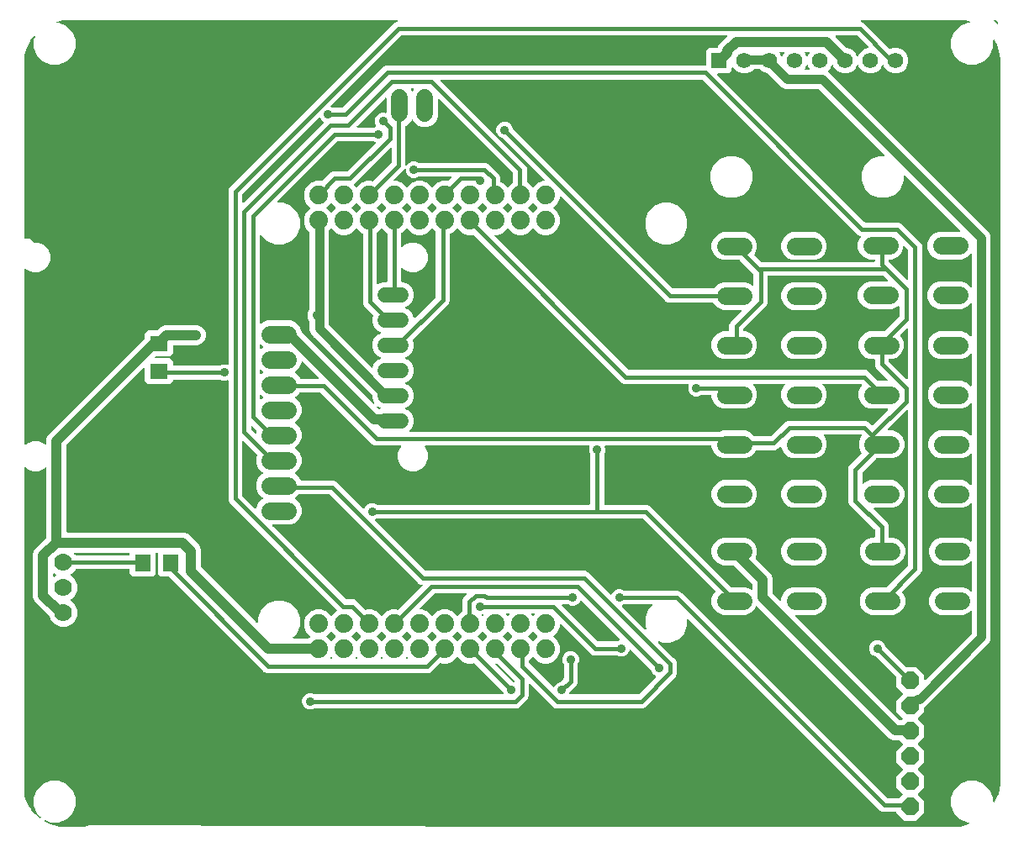
<source format=gbr>
G04 EAGLE Gerber X2 export*
%TF.Part,Single*%
%TF.FileFunction,Copper,L1,Top,Mixed*%
%TF.FilePolarity,Positive*%
%TF.GenerationSoftware,Autodesk,EAGLE,8.7.0*%
%TF.CreationDate,2018-04-01T16:58:45Z*%
G75*
%MOMM*%
%FSLAX34Y34*%
%LPD*%
%AMOC8*
5,1,8,0,0,1.08239X$1,22.5*%
G01*
%ADD10C,1.778000*%
%ADD11R,1.600000X1.803000*%
%ADD12C,1.676400*%
%ADD13C,1.879600*%
%ADD14R,1.800000X1.600000*%
%ADD15C,1.778000*%
%ADD16R,1.562000X1.562000*%
%ADD17C,1.562000*%
%ADD18C,1.562000*%
%ADD19P,1.924489X8X202.500000*%
%ADD20C,0.381000*%
%ADD21C,0.889000*%
%ADD22C,1.016000*%
%ADD23C,0.889000*%

G36*
X65725Y31250D02*
X65725Y31250D01*
X65769Y31248D01*
X65909Y31280D01*
X65924Y31282D01*
X65927Y31284D01*
X65933Y31286D01*
X71502Y33236D01*
X523880Y31243D01*
X523882Y31243D01*
X523884Y31243D01*
X945134Y31243D01*
X945150Y31245D01*
X945177Y31244D01*
X948341Y31422D01*
X948373Y31429D01*
X948471Y31440D01*
X949857Y31762D01*
X949885Y31773D01*
X949945Y31788D01*
X956483Y34165D01*
X956510Y34180D01*
X956567Y34201D01*
X956965Y34403D01*
X957020Y34444D01*
X957081Y34476D01*
X957119Y34516D01*
X957163Y34548D01*
X957203Y34604D01*
X957250Y34654D01*
X957273Y34704D01*
X957305Y34749D01*
X957325Y34815D01*
X957354Y34877D01*
X957360Y34932D01*
X957376Y34985D01*
X957373Y35054D01*
X957381Y35121D01*
X957369Y35175D01*
X957367Y35231D01*
X957343Y35295D01*
X957329Y35362D01*
X957300Y35409D01*
X957281Y35461D01*
X957237Y35514D01*
X957202Y35573D01*
X957160Y35609D01*
X957125Y35652D01*
X957068Y35688D01*
X957015Y35733D01*
X956964Y35754D01*
X956917Y35783D01*
X956851Y35799D01*
X956787Y35825D01*
X956710Y35833D01*
X956678Y35841D01*
X956657Y35839D01*
X956621Y35843D01*
X955807Y35843D01*
X948059Y39053D01*
X942129Y44983D01*
X938919Y52731D01*
X938919Y61117D01*
X942129Y68865D01*
X948059Y74795D01*
X955807Y78005D01*
X964193Y78005D01*
X971941Y74795D01*
X977871Y68865D01*
X981081Y61117D01*
X981081Y56763D01*
X981083Y56751D01*
X981081Y56739D01*
X981102Y56630D01*
X981120Y56520D01*
X981126Y56510D01*
X981128Y56498D01*
X981183Y56401D01*
X981236Y56303D01*
X981244Y56295D01*
X981250Y56284D01*
X981333Y56211D01*
X981414Y56134D01*
X981425Y56129D01*
X981434Y56121D01*
X981536Y56077D01*
X981637Y56030D01*
X981649Y56029D01*
X981660Y56024D01*
X981771Y56015D01*
X981881Y56003D01*
X981893Y56006D01*
X981905Y56005D01*
X982013Y56032D01*
X982122Y56055D01*
X982132Y56061D01*
X982144Y56064D01*
X982238Y56124D01*
X982333Y56181D01*
X982341Y56190D01*
X982351Y56197D01*
X982462Y56322D01*
X982813Y56815D01*
X982826Y56843D01*
X982862Y56893D01*
X986179Y63009D01*
X986189Y63037D01*
X986218Y63092D01*
X986540Y63907D01*
X986547Y63939D01*
X986574Y64017D01*
X987775Y69278D01*
X987777Y69310D01*
X987793Y69404D01*
X988058Y74125D01*
X988056Y74142D01*
X988059Y74168D01*
X988059Y804418D01*
X988056Y804437D01*
X988058Y804468D01*
X987725Y809540D01*
X987720Y809563D01*
X987701Y809688D01*
X985075Y819487D01*
X985069Y819501D01*
X985066Y819517D01*
X984999Y819670D01*
X982501Y823997D01*
X982471Y824034D01*
X982448Y824076D01*
X982393Y824129D01*
X982345Y824187D01*
X982305Y824213D01*
X982270Y824246D01*
X982201Y824278D01*
X982137Y824318D01*
X982090Y824329D01*
X982047Y824349D01*
X981972Y824358D01*
X981898Y824375D01*
X981850Y824371D01*
X981803Y824376D01*
X981728Y824360D01*
X981653Y824354D01*
X981609Y824334D01*
X981562Y824324D01*
X981497Y824285D01*
X981428Y824255D01*
X981392Y824223D01*
X981351Y824198D01*
X981302Y824141D01*
X981246Y824089D01*
X981222Y824048D01*
X981191Y824011D01*
X981163Y823941D01*
X981126Y823875D01*
X981117Y823828D01*
X981099Y823783D01*
X981085Y823655D01*
X981081Y823633D01*
X981082Y823626D01*
X981081Y823616D01*
X981081Y815807D01*
X977871Y808059D01*
X971941Y802129D01*
X964193Y798919D01*
X955807Y798919D01*
X948059Y802129D01*
X942129Y808059D01*
X938919Y815807D01*
X938919Y824193D01*
X942129Y831941D01*
X948059Y837871D01*
X955807Y841081D01*
X957635Y841081D01*
X957658Y841085D01*
X957682Y841082D01*
X957779Y841104D01*
X957877Y841120D01*
X957899Y841132D01*
X957922Y841137D01*
X958007Y841189D01*
X958095Y841236D01*
X958111Y841253D01*
X958132Y841266D01*
X958196Y841342D01*
X958264Y841414D01*
X958274Y841436D01*
X958290Y841454D01*
X958326Y841547D01*
X958368Y841637D01*
X958370Y841661D01*
X958379Y841683D01*
X958384Y841783D01*
X958395Y841881D01*
X958390Y841905D01*
X958391Y841929D01*
X958364Y842025D01*
X958343Y842122D01*
X958330Y842142D01*
X958324Y842166D01*
X958267Y842248D01*
X958216Y842333D01*
X958198Y842349D01*
X958184Y842368D01*
X958105Y842428D01*
X958029Y842493D01*
X958007Y842502D01*
X957988Y842516D01*
X957832Y842577D01*
X953706Y843683D01*
X953682Y843685D01*
X953558Y843707D01*
X948486Y844040D01*
X948467Y844038D01*
X948436Y844041D01*
X848620Y844041D01*
X848524Y844026D01*
X848427Y844016D01*
X848403Y844006D01*
X848377Y844002D01*
X848291Y843956D01*
X848202Y843916D01*
X848183Y843899D01*
X848160Y843886D01*
X848093Y843816D01*
X848021Y843750D01*
X848009Y843727D01*
X847990Y843708D01*
X847949Y843620D01*
X847903Y843534D01*
X847898Y843509D01*
X847887Y843485D01*
X847876Y843388D01*
X847859Y843292D01*
X847863Y843266D01*
X847860Y843241D01*
X847880Y843145D01*
X847895Y843049D01*
X847906Y843026D01*
X847912Y843000D01*
X847962Y842917D01*
X848006Y842830D01*
X848025Y842811D01*
X848038Y842789D01*
X848112Y842726D01*
X848182Y842658D01*
X848210Y842642D01*
X848225Y842629D01*
X848256Y842617D01*
X848329Y842577D01*
X850730Y841582D01*
X877054Y815258D01*
X877148Y815190D01*
X877243Y815120D01*
X877249Y815118D01*
X877254Y815114D01*
X877365Y815080D01*
X877477Y815044D01*
X877483Y815044D01*
X877489Y815042D01*
X877606Y815045D01*
X877723Y815046D01*
X877730Y815048D01*
X877735Y815048D01*
X877752Y815055D01*
X877884Y815093D01*
X880227Y816063D01*
X885355Y816063D01*
X890093Y814101D01*
X893719Y810475D01*
X895682Y805737D01*
X895682Y800609D01*
X893719Y795871D01*
X890093Y792244D01*
X885355Y790282D01*
X880227Y790282D01*
X875489Y792244D01*
X871863Y795871D01*
X870794Y798450D01*
X870756Y798511D01*
X870727Y798577D01*
X870692Y798615D01*
X870665Y798659D01*
X870609Y798705D01*
X870561Y798758D01*
X870515Y798783D01*
X870475Y798816D01*
X870408Y798842D01*
X870345Y798876D01*
X870294Y798886D01*
X870246Y798904D01*
X870174Y798907D01*
X870103Y798920D01*
X870052Y798912D01*
X870000Y798915D01*
X869931Y798895D01*
X869860Y798884D01*
X869813Y798861D01*
X869764Y798846D01*
X869705Y798805D01*
X869641Y798773D01*
X869604Y798736D01*
X869561Y798706D01*
X869519Y798648D01*
X869468Y798597D01*
X869434Y798534D01*
X869415Y798508D01*
X869407Y798486D01*
X869388Y798450D01*
X868319Y795871D01*
X864693Y792244D01*
X859955Y790282D01*
X854827Y790282D01*
X850089Y792244D01*
X846463Y795871D01*
X845394Y798450D01*
X845356Y798511D01*
X845327Y798577D01*
X845292Y798615D01*
X845265Y798659D01*
X845209Y798705D01*
X845161Y798758D01*
X845115Y798783D01*
X845075Y798816D01*
X845008Y798842D01*
X844945Y798876D01*
X844894Y798886D01*
X844846Y798904D01*
X844774Y798907D01*
X844703Y798920D01*
X844652Y798912D01*
X844600Y798915D01*
X844531Y798895D01*
X844460Y798884D01*
X844414Y798861D01*
X844364Y798846D01*
X844305Y798805D01*
X844241Y798773D01*
X844204Y798736D01*
X844162Y798706D01*
X844119Y798648D01*
X844069Y798597D01*
X844034Y798534D01*
X844015Y798508D01*
X844007Y798486D01*
X843988Y798450D01*
X842919Y795871D01*
X839293Y792244D01*
X834555Y790282D01*
X829427Y790282D01*
X824689Y792244D01*
X821063Y795871D01*
X819994Y798450D01*
X819956Y798511D01*
X819927Y798577D01*
X819892Y798615D01*
X819865Y798659D01*
X819809Y798705D01*
X819761Y798758D01*
X819715Y798783D01*
X819675Y798816D01*
X819608Y798842D01*
X819545Y798876D01*
X819494Y798886D01*
X819446Y798904D01*
X819374Y798907D01*
X819303Y798920D01*
X819252Y798912D01*
X819200Y798915D01*
X819131Y798895D01*
X819060Y798884D01*
X819014Y798861D01*
X818964Y798846D01*
X818905Y798805D01*
X818841Y798773D01*
X818804Y798736D01*
X818761Y798706D01*
X818719Y798648D01*
X818668Y798597D01*
X818634Y798534D01*
X818615Y798508D01*
X818607Y798486D01*
X818588Y798450D01*
X817519Y795871D01*
X814865Y793216D01*
X814853Y793200D01*
X814837Y793187D01*
X814781Y793100D01*
X814721Y793016D01*
X814715Y792997D01*
X814704Y792980D01*
X814679Y792880D01*
X814649Y792781D01*
X814649Y792761D01*
X814644Y792742D01*
X814652Y792639D01*
X814655Y792535D01*
X814662Y792516D01*
X814663Y792497D01*
X814704Y792402D01*
X814739Y792304D01*
X814752Y792289D01*
X814760Y792270D01*
X814865Y792139D01*
X817173Y789831D01*
X977086Y629918D01*
X978536Y626417D01*
X978536Y220355D01*
X977086Y216854D01*
X912176Y151945D01*
X912134Y151927D01*
X912034Y151865D01*
X911934Y151806D01*
X911930Y151801D01*
X911925Y151798D01*
X911851Y151708D01*
X911775Y151619D01*
X911772Y151613D01*
X911768Y151608D01*
X911727Y151500D01*
X911683Y151391D01*
X911682Y151383D01*
X911680Y151379D01*
X911679Y151360D01*
X911664Y151224D01*
X911664Y147073D01*
X905289Y140698D01*
X905278Y140682D01*
X905262Y140669D01*
X905206Y140582D01*
X905146Y140498D01*
X905140Y140479D01*
X905129Y140463D01*
X905104Y140362D01*
X905073Y140263D01*
X905074Y140243D01*
X905069Y140224D01*
X905077Y140121D01*
X905080Y140017D01*
X905087Y139999D01*
X905088Y139979D01*
X905128Y139884D01*
X905164Y139786D01*
X905177Y139771D01*
X905184Y139753D01*
X905289Y139622D01*
X911664Y133247D01*
X911664Y121673D01*
X905289Y115298D01*
X905278Y115282D01*
X905262Y115269D01*
X905206Y115182D01*
X905146Y115098D01*
X905140Y115079D01*
X905129Y115063D01*
X905104Y114962D01*
X905073Y114863D01*
X905074Y114843D01*
X905069Y114824D01*
X905077Y114721D01*
X905080Y114617D01*
X905087Y114599D01*
X905088Y114579D01*
X905128Y114484D01*
X905164Y114386D01*
X905177Y114371D01*
X905184Y114353D01*
X905289Y114222D01*
X911664Y107847D01*
X911664Y96273D01*
X905289Y89898D01*
X905278Y89882D01*
X905262Y89869D01*
X905206Y89782D01*
X905146Y89698D01*
X905140Y89679D01*
X905129Y89663D01*
X905104Y89562D01*
X905073Y89463D01*
X905074Y89443D01*
X905069Y89424D01*
X905077Y89321D01*
X905080Y89217D01*
X905087Y89199D01*
X905088Y89179D01*
X905128Y89084D01*
X905164Y88986D01*
X905177Y88971D01*
X905184Y88953D01*
X905289Y88822D01*
X911664Y82447D01*
X911664Y70873D01*
X905289Y64498D01*
X905278Y64482D01*
X905262Y64469D01*
X905232Y64423D01*
X905215Y64405D01*
X905201Y64376D01*
X905146Y64298D01*
X905140Y64279D01*
X905129Y64263D01*
X905104Y64162D01*
X905073Y64063D01*
X905074Y64043D01*
X905069Y64024D01*
X905077Y63921D01*
X905080Y63817D01*
X905087Y63799D01*
X905088Y63779D01*
X905128Y63684D01*
X905164Y63586D01*
X905177Y63571D01*
X905184Y63553D01*
X905289Y63422D01*
X911664Y57047D01*
X911664Y45473D01*
X903480Y37289D01*
X891907Y37289D01*
X883723Y45473D01*
X883723Y45593D01*
X883719Y45613D01*
X883722Y45632D01*
X883700Y45734D01*
X883683Y45836D01*
X883674Y45853D01*
X883669Y45873D01*
X883616Y45962D01*
X883568Y46053D01*
X883553Y46067D01*
X883543Y46084D01*
X883464Y46151D01*
X883389Y46223D01*
X883371Y46231D01*
X883356Y46244D01*
X883260Y46283D01*
X883166Y46326D01*
X883147Y46328D01*
X883128Y46336D01*
X882961Y46354D01*
X869830Y46354D01*
X867263Y47418D01*
X674292Y240389D01*
X674234Y240431D01*
X674182Y240480D01*
X674134Y240502D01*
X674092Y240532D01*
X674024Y240554D01*
X673958Y240584D01*
X673907Y240590D01*
X673857Y240605D01*
X673785Y240603D01*
X673714Y240611D01*
X673663Y240600D01*
X673611Y240598D01*
X673544Y240574D01*
X673474Y240559D01*
X673429Y240532D01*
X673380Y240514D01*
X673324Y240469D01*
X673263Y240432D01*
X673229Y240393D01*
X673188Y240360D01*
X673149Y240300D01*
X673103Y240246D01*
X673083Y240197D01*
X673055Y240153D01*
X673037Y240084D01*
X673011Y240017D01*
X673003Y239946D01*
X672995Y239915D01*
X672997Y239892D01*
X672992Y239851D01*
X672992Y233956D01*
X669783Y226208D01*
X663853Y220278D01*
X656105Y217069D01*
X647718Y217069D01*
X644955Y218213D01*
X644860Y218236D01*
X644767Y218264D01*
X644741Y218263D01*
X644715Y218269D01*
X644618Y218260D01*
X644521Y218258D01*
X644496Y218249D01*
X644470Y218246D01*
X644381Y218207D01*
X644290Y218173D01*
X644270Y218157D01*
X644246Y218146D01*
X644174Y218080D01*
X644098Y218020D01*
X644084Y217998D01*
X644065Y217980D01*
X644018Y217895D01*
X643965Y217813D01*
X643959Y217787D01*
X643946Y217764D01*
X643929Y217669D01*
X643905Y217574D01*
X643907Y217548D01*
X643902Y217522D01*
X643916Y217426D01*
X643924Y217329D01*
X643934Y217305D01*
X643938Y217279D01*
X643982Y217192D01*
X644020Y217103D01*
X644041Y217077D01*
X644050Y217060D01*
X644073Y217037D01*
X644125Y216972D01*
X659488Y201609D01*
X661560Y199537D01*
X662623Y196970D01*
X662623Y185300D01*
X661560Y182733D01*
X630702Y151875D01*
X628135Y150812D01*
X540900Y150812D01*
X538333Y151875D01*
X515015Y175193D01*
X514957Y175235D01*
X514905Y175284D01*
X514858Y175306D01*
X514816Y175336D01*
X514747Y175358D01*
X514682Y175388D01*
X514630Y175394D01*
X514580Y175409D01*
X514509Y175407D01*
X514438Y175415D01*
X514387Y175404D01*
X514335Y175402D01*
X514267Y175378D01*
X514197Y175363D01*
X514152Y175336D01*
X514104Y175318D01*
X514048Y175273D01*
X513986Y175236D01*
X513952Y175197D01*
X513912Y175164D01*
X513873Y175104D01*
X513826Y175050D01*
X513807Y175001D01*
X513779Y174957D01*
X513761Y174888D01*
X513734Y174821D01*
X513726Y174750D01*
X513718Y174719D01*
X513720Y174696D01*
X513716Y174655D01*
X513716Y163075D01*
X512652Y160508D01*
X504020Y151875D01*
X501452Y150812D01*
X298230Y150812D01*
X298165Y150801D01*
X298099Y150801D01*
X298019Y150777D01*
X297987Y150772D01*
X297970Y150763D01*
X297938Y150754D01*
X295012Y149542D01*
X291728Y149542D01*
X288693Y150799D01*
X286371Y153121D01*
X285114Y156155D01*
X285114Y159440D01*
X286371Y162474D01*
X288693Y164796D01*
X291728Y166053D01*
X295012Y166053D01*
X297938Y164841D01*
X298002Y164826D01*
X298063Y164802D01*
X298146Y164793D01*
X298178Y164785D01*
X298197Y164787D01*
X298230Y164783D01*
X487252Y164783D01*
X487297Y164791D01*
X487343Y164789D01*
X487418Y164810D01*
X487494Y164823D01*
X487535Y164844D01*
X487579Y164857D01*
X487643Y164902D01*
X487712Y164938D01*
X487743Y164971D01*
X487781Y164998D01*
X487827Y165060D01*
X487881Y165116D01*
X487901Y165158D01*
X487928Y165195D01*
X487952Y165269D01*
X487985Y165339D01*
X487990Y165385D01*
X488004Y165429D01*
X488003Y165507D01*
X488012Y165584D01*
X488002Y165629D01*
X488002Y165675D01*
X487964Y165806D01*
X487960Y165824D01*
X487957Y165829D01*
X487955Y165836D01*
X487407Y167160D01*
X487372Y167215D01*
X487346Y167276D01*
X487294Y167341D01*
X487277Y167369D01*
X487262Y167381D01*
X487242Y167407D01*
X458652Y195996D01*
X458558Y196064D01*
X458464Y196134D01*
X458458Y196136D01*
X458453Y196139D01*
X458342Y196173D01*
X458230Y196210D01*
X458224Y196210D01*
X458218Y196212D01*
X458101Y196209D01*
X457984Y196208D01*
X457977Y196205D01*
X457972Y196205D01*
X457954Y196199D01*
X457823Y196161D01*
X457032Y195833D01*
X451272Y195833D01*
X445950Y198038D01*
X441990Y201998D01*
X441974Y202009D01*
X441962Y202025D01*
X441874Y202081D01*
X441791Y202141D01*
X441772Y202147D01*
X441755Y202158D01*
X441654Y202183D01*
X441555Y202214D01*
X441536Y202213D01*
X441516Y202218D01*
X441413Y202210D01*
X441310Y202207D01*
X441291Y202200D01*
X441271Y202199D01*
X441176Y202159D01*
X441079Y202123D01*
X441063Y202110D01*
X441045Y202103D01*
X440914Y201998D01*
X436954Y198038D01*
X431632Y195833D01*
X425872Y195833D01*
X424677Y196328D01*
X424563Y196355D01*
X424450Y196383D01*
X424444Y196383D01*
X424438Y196384D01*
X424321Y196373D01*
X424205Y196364D01*
X424199Y196362D01*
X424193Y196361D01*
X424085Y196313D01*
X423978Y196268D01*
X423973Y196263D01*
X423968Y196261D01*
X423954Y196249D01*
X423848Y196163D01*
X415120Y187435D01*
X412552Y186372D01*
X249753Y186372D01*
X247185Y187435D01*
X151485Y283135D01*
X151411Y283188D01*
X151342Y283248D01*
X151312Y283260D01*
X151286Y283279D01*
X151199Y283306D01*
X151114Y283340D01*
X151073Y283344D01*
X151051Y283351D01*
X151018Y283350D01*
X150947Y283358D01*
X143043Y283358D01*
X140067Y286334D01*
X140067Y306896D01*
X140064Y306915D01*
X140066Y306935D01*
X140044Y307036D01*
X140028Y307138D01*
X140018Y307156D01*
X140014Y307175D01*
X139961Y307264D01*
X139912Y307356D01*
X139898Y307369D01*
X139888Y307386D01*
X139809Y307454D01*
X139734Y307525D01*
X139716Y307533D01*
X139701Y307546D01*
X139605Y307585D01*
X139511Y307629D01*
X139491Y307631D01*
X139473Y307638D01*
X139306Y307657D01*
X138550Y307657D01*
X138530Y307654D01*
X138511Y307656D01*
X138409Y307634D01*
X138307Y307617D01*
X138290Y307608D01*
X138270Y307603D01*
X138181Y307550D01*
X138090Y307502D01*
X138076Y307488D01*
X138059Y307477D01*
X137992Y307399D01*
X137920Y307324D01*
X137912Y307306D01*
X137899Y307290D01*
X137860Y307194D01*
X137817Y307101D01*
X137815Y307081D01*
X137807Y307062D01*
X137789Y306896D01*
X137789Y286334D01*
X134813Y283358D01*
X114603Y283358D01*
X111627Y286334D01*
X111627Y290068D01*
X111624Y290088D01*
X111626Y290107D01*
X111604Y290209D01*
X111588Y290311D01*
X111578Y290328D01*
X111574Y290348D01*
X111521Y290437D01*
X111472Y290528D01*
X111458Y290542D01*
X111448Y290559D01*
X111369Y290626D01*
X111294Y290698D01*
X111276Y290706D01*
X111261Y290719D01*
X111165Y290758D01*
X111071Y290801D01*
X111051Y290803D01*
X111033Y290811D01*
X110866Y290829D01*
X57493Y290829D01*
X57379Y290810D01*
X57263Y290793D01*
X57257Y290791D01*
X57251Y290790D01*
X57148Y290735D01*
X57043Y290682D01*
X57039Y290677D01*
X57033Y290674D01*
X56954Y290590D01*
X56871Y290506D01*
X56867Y290500D01*
X56864Y290496D01*
X56856Y290479D01*
X56790Y290359D01*
X56548Y289774D01*
X52618Y285844D01*
X52249Y285691D01*
X52188Y285654D01*
X52122Y285624D01*
X52084Y285589D01*
X52040Y285562D01*
X51994Y285507D01*
X51941Y285458D01*
X51916Y285412D01*
X51883Y285372D01*
X51857Y285305D01*
X51823Y285242D01*
X51813Y285191D01*
X51795Y285143D01*
X51792Y285071D01*
X51779Y285000D01*
X51786Y284949D01*
X51784Y284897D01*
X51804Y284828D01*
X51815Y284757D01*
X51838Y284711D01*
X51853Y284661D01*
X51894Y284602D01*
X51926Y284538D01*
X51963Y284501D01*
X51993Y284459D01*
X52051Y284416D01*
X52102Y284366D01*
X52164Y284331D01*
X52190Y284312D01*
X52213Y284305D01*
X52249Y284285D01*
X52618Y284132D01*
X56548Y280202D01*
X58675Y275067D01*
X58675Y269509D01*
X56548Y264374D01*
X52618Y260444D01*
X52249Y260291D01*
X52188Y260254D01*
X52122Y260224D01*
X52084Y260189D01*
X52040Y260162D01*
X51994Y260107D01*
X51941Y260058D01*
X51916Y260012D01*
X51883Y259972D01*
X51857Y259905D01*
X51823Y259842D01*
X51813Y259791D01*
X51795Y259743D01*
X51792Y259671D01*
X51779Y259600D01*
X51786Y259549D01*
X51784Y259497D01*
X51804Y259428D01*
X51815Y259357D01*
X51838Y259311D01*
X51853Y259261D01*
X51894Y259202D01*
X51926Y259138D01*
X51963Y259101D01*
X51993Y259059D01*
X52051Y259016D01*
X52102Y258966D01*
X52164Y258931D01*
X52190Y258912D01*
X52213Y258905D01*
X52249Y258885D01*
X52618Y258732D01*
X56548Y254802D01*
X58675Y249667D01*
X58675Y244109D01*
X56548Y238974D01*
X52618Y235044D01*
X47483Y232917D01*
X41925Y232917D01*
X36790Y235044D01*
X32860Y238974D01*
X30994Y243480D01*
X30959Y243535D01*
X30934Y243596D01*
X30882Y243661D01*
X30864Y243689D01*
X30849Y243701D01*
X30829Y243727D01*
X15834Y258722D01*
X14287Y262456D01*
X14287Y306504D01*
X15834Y310238D01*
X27399Y321803D01*
X27452Y321877D01*
X27511Y321947D01*
X27524Y321977D01*
X27542Y322003D01*
X27569Y322090D01*
X27603Y322175D01*
X27608Y322216D01*
X27615Y322238D01*
X27614Y322270D01*
X27622Y322342D01*
X27622Y392629D01*
X27610Y392699D01*
X27608Y392771D01*
X27590Y392820D01*
X27582Y392872D01*
X27548Y392935D01*
X27524Y393002D01*
X27491Y393043D01*
X27467Y393089D01*
X27415Y393138D01*
X27370Y393194D01*
X27326Y393222D01*
X27289Y393258D01*
X27224Y393288D01*
X27163Y393327D01*
X27113Y393340D01*
X27066Y393362D01*
X26994Y393370D01*
X26925Y393387D01*
X26873Y393383D01*
X26821Y393389D01*
X26751Y393374D01*
X26680Y393368D01*
X26632Y393348D01*
X26581Y393337D01*
X26519Y393300D01*
X26453Y393272D01*
X26397Y393227D01*
X26370Y393211D01*
X26354Y393193D01*
X26322Y393167D01*
X25232Y392077D01*
X19689Y389781D01*
X13690Y389781D01*
X8147Y392077D01*
X6888Y393335D01*
X6830Y393377D01*
X6778Y393427D01*
X6731Y393449D01*
X6689Y393479D01*
X6620Y393500D01*
X6555Y393530D01*
X6503Y393536D01*
X6453Y393551D01*
X6382Y393549D01*
X6311Y393557D01*
X6260Y393546D01*
X6208Y393545D01*
X6140Y393520D01*
X6070Y393505D01*
X6026Y393478D01*
X5977Y393460D01*
X5921Y393416D01*
X5859Y393379D01*
X5825Y393339D01*
X5785Y393307D01*
X5746Y393246D01*
X5699Y393192D01*
X5680Y393144D01*
X5652Y393100D01*
X5634Y393030D01*
X5607Y392964D01*
X5599Y392892D01*
X5591Y392861D01*
X5593Y392838D01*
X5589Y392797D01*
X5589Y63649D01*
X5589Y63648D01*
X5589Y63646D01*
X5608Y63480D01*
X6618Y59052D01*
X6619Y59051D01*
X6619Y59049D01*
X6675Y58891D01*
X9959Y52070D01*
X9978Y52043D01*
X10017Y51971D01*
X12300Y48625D01*
X12321Y48602D01*
X12361Y48547D01*
X16683Y43713D01*
X16708Y43693D01*
X16754Y43644D01*
X20779Y40182D01*
X20860Y40133D01*
X20937Y40077D01*
X20965Y40069D01*
X20989Y40054D01*
X21082Y40033D01*
X21172Y40005D01*
X21201Y40006D01*
X21229Y39999D01*
X21323Y40009D01*
X21418Y40011D01*
X21445Y40021D01*
X21474Y40024D01*
X21560Y40063D01*
X21649Y40096D01*
X21672Y40114D01*
X21698Y40126D01*
X21767Y40190D01*
X21841Y40249D01*
X21857Y40274D01*
X21878Y40293D01*
X21923Y40377D01*
X21974Y40456D01*
X21981Y40484D01*
X21995Y40510D01*
X22011Y40603D01*
X22034Y40695D01*
X22032Y40724D01*
X22037Y40752D01*
X22022Y40846D01*
X22015Y40940D01*
X22004Y40967D01*
X21999Y40995D01*
X21956Y41079D01*
X21919Y41166D01*
X21896Y41195D01*
X21886Y41214D01*
X21849Y41254D01*
X21814Y41297D01*
X18129Y44983D01*
X14919Y52731D01*
X14919Y61117D01*
X18129Y68865D01*
X24059Y74795D01*
X31807Y78005D01*
X40193Y78005D01*
X47941Y74795D01*
X53871Y68865D01*
X57081Y61117D01*
X57081Y52731D01*
X53871Y44983D01*
X47941Y39053D01*
X40193Y35843D01*
X31807Y35843D01*
X26542Y38024D01*
X26491Y38036D01*
X26443Y38057D01*
X26372Y38064D01*
X26303Y38080D01*
X26250Y38075D01*
X26198Y38080D01*
X26129Y38064D01*
X26058Y38057D01*
X26010Y38036D01*
X25958Y38024D01*
X25898Y37986D01*
X25833Y37957D01*
X25794Y37921D01*
X25749Y37894D01*
X25704Y37839D01*
X25652Y37791D01*
X25626Y37744D01*
X25593Y37704D01*
X25568Y37637D01*
X25533Y37575D01*
X25524Y37523D01*
X25505Y37474D01*
X25502Y37403D01*
X25490Y37333D01*
X25497Y37281D01*
X25495Y37228D01*
X25515Y37160D01*
X25525Y37090D01*
X25549Y37043D01*
X25564Y36992D01*
X25605Y36934D01*
X25637Y36871D01*
X25674Y36834D01*
X25705Y36790D01*
X25792Y36718D01*
X25812Y36698D01*
X25824Y36692D01*
X25834Y36684D01*
X26553Y36213D01*
X26582Y36200D01*
X26640Y36164D01*
X31967Y33599D01*
X31969Y33598D01*
X31970Y33598D01*
X32128Y33542D01*
X35452Y32784D01*
X38787Y32022D01*
X41000Y31517D01*
X41032Y31515D01*
X41127Y31499D01*
X45677Y31244D01*
X45694Y31246D01*
X45720Y31243D01*
X65681Y31243D01*
X65725Y31250D01*
G37*
G36*
X6460Y416181D02*
X6460Y416181D01*
X6531Y416187D01*
X6579Y416207D01*
X6630Y416218D01*
X6691Y416255D01*
X6757Y416283D01*
X6813Y416328D01*
X6841Y416344D01*
X6856Y416362D01*
X6888Y416388D01*
X8147Y417646D01*
X13690Y419942D01*
X19689Y419942D01*
X25232Y417646D01*
X26322Y416556D01*
X26380Y416514D01*
X26432Y416465D01*
X26480Y416443D01*
X26522Y416413D01*
X26590Y416392D01*
X26656Y416361D01*
X26707Y416356D01*
X26757Y416340D01*
X26829Y416342D01*
X26900Y416334D01*
X26951Y416345D01*
X27003Y416347D01*
X27070Y416371D01*
X27140Y416387D01*
X27185Y416413D01*
X27234Y416431D01*
X27290Y416476D01*
X27351Y416513D01*
X27385Y416552D01*
X27426Y416585D01*
X27465Y416645D01*
X27511Y416700D01*
X27531Y416748D01*
X27559Y416792D01*
X27576Y416861D01*
X27603Y416928D01*
X27611Y416999D01*
X27619Y417030D01*
X27617Y417054D01*
X27622Y417094D01*
X27622Y422074D01*
X29169Y425808D01*
X126666Y523306D01*
X126719Y523380D01*
X126779Y523449D01*
X126791Y523479D01*
X126810Y523506D01*
X126837Y523592D01*
X126871Y523677D01*
X126875Y523718D01*
X126882Y523741D01*
X126881Y523773D01*
X126889Y523844D01*
X126889Y528549D01*
X129865Y531525D01*
X139015Y531525D01*
X139105Y531539D01*
X139196Y531547D01*
X139226Y531559D01*
X139258Y531564D01*
X139338Y531607D01*
X139422Y531643D01*
X139454Y531669D01*
X139475Y531680D01*
X139497Y531703D01*
X139553Y531748D01*
X143152Y535346D01*
X146886Y536893D01*
X179821Y536893D01*
X183556Y535346D01*
X186414Y532488D01*
X187961Y528754D01*
X187961Y524711D01*
X186414Y520977D01*
X183556Y518119D01*
X179821Y516572D01*
X155812Y516572D01*
X155792Y516569D01*
X155773Y516571D01*
X155671Y516549D01*
X155569Y516532D01*
X155552Y516523D01*
X155532Y516518D01*
X155443Y516465D01*
X155352Y516417D01*
X155338Y516403D01*
X155321Y516392D01*
X155254Y516314D01*
X155182Y516239D01*
X155174Y516221D01*
X155161Y516205D01*
X155122Y516109D01*
X155079Y516016D01*
X155077Y515996D01*
X155069Y515977D01*
X155051Y515811D01*
X155051Y508339D01*
X152075Y505363D01*
X137778Y505363D01*
X137688Y505349D01*
X137597Y505341D01*
X137567Y505329D01*
X137535Y505324D01*
X137455Y505281D01*
X137371Y505245D01*
X137339Y505219D01*
X137318Y505208D01*
X137296Y505185D01*
X137240Y505140D01*
X136924Y504824D01*
X136882Y504766D01*
X136832Y504714D01*
X136811Y504667D01*
X136780Y504625D01*
X136759Y504556D01*
X136729Y504491D01*
X136723Y504439D01*
X136708Y504389D01*
X136710Y504318D01*
X136702Y504247D01*
X136713Y504196D01*
X136714Y504144D01*
X136739Y504076D01*
X136754Y504006D01*
X136781Y503961D01*
X136799Y503913D01*
X136843Y503857D01*
X136880Y503795D01*
X136920Y503761D01*
X136952Y503721D01*
X137013Y503682D01*
X137067Y503635D01*
X137115Y503616D01*
X137159Y503588D01*
X137229Y503570D01*
X137295Y503543D01*
X137367Y503535D01*
X137398Y503527D01*
X137421Y503529D01*
X137462Y503525D01*
X152075Y503525D01*
X155051Y500549D01*
X155051Y496697D01*
X155054Y496677D01*
X155052Y496658D01*
X155074Y496556D01*
X155090Y496454D01*
X155100Y496437D01*
X155104Y496417D01*
X155157Y496328D01*
X155206Y496237D01*
X155220Y496223D01*
X155230Y496206D01*
X155309Y496139D01*
X155384Y496067D01*
X155402Y496059D01*
X155417Y496046D01*
X155513Y496007D01*
X155607Y495964D01*
X155627Y495962D01*
X155645Y495954D01*
X155812Y495936D01*
X201833Y495936D01*
X201898Y495946D01*
X201963Y495947D01*
X202043Y495970D01*
X202076Y495975D01*
X202093Y495985D01*
X202124Y495994D01*
X205050Y497206D01*
X208335Y497206D01*
X209767Y496613D01*
X209811Y496602D01*
X209853Y496583D01*
X209930Y496574D01*
X210006Y496556D01*
X210052Y496561D01*
X210097Y496556D01*
X210174Y496572D01*
X210251Y496579D01*
X210293Y496598D01*
X210338Y496608D01*
X210405Y496648D01*
X210476Y496679D01*
X210510Y496711D01*
X210549Y496734D01*
X210600Y496793D01*
X210657Y496846D01*
X210679Y496886D01*
X210709Y496921D01*
X210738Y496993D01*
X210775Y497061D01*
X210784Y497107D01*
X210801Y497149D01*
X210816Y497285D01*
X210819Y497303D01*
X210818Y497308D01*
X210819Y497316D01*
X210819Y672585D01*
X211883Y675152D01*
X213955Y677224D01*
X376241Y839510D01*
X378313Y841582D01*
X380714Y842577D01*
X380797Y842628D01*
X380883Y842674D01*
X380901Y842693D01*
X380923Y842706D01*
X380985Y842781D01*
X381052Y842852D01*
X381063Y842876D01*
X381080Y842896D01*
X381115Y842987D01*
X381156Y843075D01*
X381159Y843101D01*
X381168Y843125D01*
X381172Y843223D01*
X381183Y843319D01*
X381177Y843345D01*
X381178Y843371D01*
X381151Y843465D01*
X381130Y843560D01*
X381117Y843582D01*
X381110Y843607D01*
X381054Y843687D01*
X381004Y843771D01*
X380984Y843788D01*
X380970Y843809D01*
X380891Y843868D01*
X380817Y843931D01*
X380793Y843941D01*
X380772Y843956D01*
X380680Y843986D01*
X380589Y844023D01*
X380557Y844026D01*
X380538Y844032D01*
X380505Y844032D01*
X380423Y844041D01*
X48768Y844041D01*
X48752Y844039D01*
X48725Y844040D01*
X43834Y843765D01*
X43802Y843758D01*
X43707Y843747D01*
X38610Y842584D01*
X38575Y842570D01*
X38537Y842563D01*
X38461Y842524D01*
X38382Y842491D01*
X38353Y842466D01*
X38319Y842448D01*
X38261Y842386D01*
X38196Y842331D01*
X38176Y842298D01*
X38150Y842270D01*
X38114Y842193D01*
X38070Y842119D01*
X38062Y842082D01*
X38046Y842047D01*
X38037Y841962D01*
X38019Y841879D01*
X38023Y841841D01*
X38019Y841803D01*
X38037Y841719D01*
X38047Y841634D01*
X38063Y841600D01*
X38071Y841562D01*
X38115Y841489D01*
X38152Y841412D01*
X38178Y841384D01*
X38198Y841351D01*
X38263Y841296D01*
X38322Y841234D01*
X38355Y841216D01*
X38385Y841191D01*
X38464Y841159D01*
X38539Y841120D01*
X38577Y841114D01*
X38613Y841099D01*
X38779Y841081D01*
X40193Y841081D01*
X47941Y837871D01*
X53871Y831941D01*
X57081Y824193D01*
X57081Y815807D01*
X53871Y808059D01*
X47941Y802129D01*
X40193Y798919D01*
X31807Y798919D01*
X24059Y802129D01*
X18129Y808059D01*
X14919Y815807D01*
X14919Y824193D01*
X16135Y827127D01*
X16139Y827144D01*
X16147Y827159D01*
X16167Y827263D01*
X16191Y827367D01*
X16189Y827384D01*
X16192Y827400D01*
X16178Y827506D01*
X16168Y827612D01*
X16161Y827627D01*
X16159Y827644D01*
X16111Y827739D01*
X16068Y827837D01*
X16056Y827849D01*
X16049Y827864D01*
X15973Y827939D01*
X15901Y828018D01*
X15886Y828026D01*
X15875Y828038D01*
X15779Y828085D01*
X15686Y828136D01*
X15669Y828139D01*
X15654Y828147D01*
X15549Y828161D01*
X15444Y828180D01*
X15427Y828177D01*
X15410Y828180D01*
X15306Y828160D01*
X15200Y828144D01*
X15185Y828136D01*
X15169Y828133D01*
X15076Y828081D01*
X14981Y828033D01*
X14969Y828021D01*
X14955Y828012D01*
X14836Y827893D01*
X11181Y823310D01*
X11181Y823309D01*
X11179Y823308D01*
X11090Y823166D01*
X6846Y814352D01*
X6845Y814350D01*
X6845Y814349D01*
X6789Y814191D01*
X5512Y808594D01*
X5511Y808584D01*
X5508Y808575D01*
X5493Y808408D01*
X5589Y804155D01*
X5589Y624376D01*
X5596Y624330D01*
X5594Y624284D01*
X5616Y624210D01*
X5629Y624133D01*
X5650Y624092D01*
X5663Y624048D01*
X5707Y623984D01*
X5744Y623916D01*
X5777Y623884D01*
X5803Y623846D01*
X5866Y623800D01*
X5922Y623746D01*
X5964Y623727D01*
X6001Y623700D01*
X6074Y623675D01*
X6145Y623643D01*
X6191Y623638D01*
X6234Y623623D01*
X6312Y623624D01*
X6389Y623616D01*
X6434Y623625D01*
X6480Y623626D01*
X6611Y623664D01*
X10380Y623664D01*
X12481Y622793D01*
X14088Y621186D01*
X14379Y620484D01*
X14441Y620385D01*
X14500Y620285D01*
X14505Y620281D01*
X14508Y620275D01*
X14598Y620201D01*
X14687Y620125D01*
X14693Y620122D01*
X14698Y620118D01*
X14806Y620077D01*
X14915Y620033D01*
X14923Y620032D01*
X14928Y620030D01*
X14946Y620029D01*
X15082Y620014D01*
X19689Y620014D01*
X25232Y617718D01*
X29474Y613476D01*
X31770Y607933D01*
X31770Y601934D01*
X29474Y596391D01*
X25232Y592149D01*
X19689Y589853D01*
X13690Y589853D01*
X8147Y592149D01*
X6888Y593407D01*
X6830Y593449D01*
X6778Y593499D01*
X6731Y593521D01*
X6689Y593551D01*
X6620Y593572D01*
X6555Y593602D01*
X6503Y593608D01*
X6453Y593623D01*
X6382Y593621D01*
X6311Y593629D01*
X6260Y593618D01*
X6208Y593617D01*
X6140Y593592D01*
X6070Y593577D01*
X6026Y593550D01*
X5977Y593532D01*
X5921Y593488D01*
X5859Y593451D01*
X5825Y593411D01*
X5785Y593379D01*
X5746Y593318D01*
X5699Y593264D01*
X5680Y593216D01*
X5652Y593172D01*
X5634Y593102D01*
X5607Y593036D01*
X5599Y592964D01*
X5591Y592933D01*
X5593Y592910D01*
X5589Y592869D01*
X5589Y416926D01*
X5600Y416855D01*
X5602Y416784D01*
X5620Y416735D01*
X5629Y416683D01*
X5662Y416620D01*
X5687Y416553D01*
X5719Y416512D01*
X5744Y416466D01*
X5796Y416417D01*
X5840Y416361D01*
X5884Y416332D01*
X5922Y416297D01*
X5987Y416266D01*
X6047Y416228D01*
X6098Y416215D01*
X6145Y416193D01*
X6216Y416185D01*
X6286Y416168D01*
X6338Y416172D01*
X6389Y416166D01*
X6460Y416181D01*
G37*
G36*
X889316Y139080D02*
X889316Y139080D01*
X889407Y139088D01*
X889437Y139100D01*
X889469Y139105D01*
X889550Y139148D01*
X889634Y139184D01*
X889666Y139210D01*
X889687Y139221D01*
X889709Y139244D01*
X889765Y139289D01*
X890098Y139622D01*
X890109Y139638D01*
X890125Y139650D01*
X890181Y139737D01*
X890241Y139821D01*
X890247Y139840D01*
X890258Y139857D01*
X890283Y139957D01*
X890313Y140056D01*
X890313Y140076D01*
X890318Y140096D01*
X890310Y140199D01*
X890307Y140302D01*
X890300Y140321D01*
X890299Y140341D01*
X890258Y140436D01*
X890223Y140533D01*
X890210Y140549D01*
X890202Y140567D01*
X890098Y140698D01*
X883723Y147073D01*
X883723Y158647D01*
X890098Y165022D01*
X890109Y165038D01*
X890125Y165050D01*
X890181Y165137D01*
X890241Y165221D01*
X890247Y165240D01*
X890258Y165257D01*
X890283Y165358D01*
X890313Y165456D01*
X890313Y165476D01*
X890318Y165496D01*
X890310Y165599D01*
X890307Y165702D01*
X890300Y165721D01*
X890299Y165741D01*
X890258Y165836D01*
X890223Y165933D01*
X890210Y165949D01*
X890202Y165967D01*
X890098Y166098D01*
X883723Y172473D01*
X883723Y181773D01*
X883708Y181863D01*
X883701Y181954D01*
X883688Y181983D01*
X883683Y182015D01*
X883640Y182096D01*
X883605Y182180D01*
X883579Y182212D01*
X883568Y182233D01*
X883544Y182255D01*
X883500Y182311D01*
X863049Y202762D01*
X862996Y202800D01*
X862949Y202846D01*
X862876Y202886D01*
X862849Y202905D01*
X862831Y202911D01*
X862802Y202927D01*
X859876Y204139D01*
X857554Y206461D01*
X856297Y209495D01*
X856297Y212780D01*
X857554Y215814D01*
X859876Y218136D01*
X862910Y219393D01*
X866195Y219393D01*
X869229Y218136D01*
X871551Y215814D01*
X872763Y212888D01*
X872798Y212832D01*
X872824Y212772D01*
X872870Y212714D01*
X872884Y212691D01*
X872888Y212687D01*
X872893Y212679D01*
X872908Y212666D01*
X872928Y212641D01*
X893116Y192454D01*
X893190Y192400D01*
X893259Y192341D01*
X893289Y192329D01*
X893316Y192310D01*
X893402Y192283D01*
X893487Y192249D01*
X893528Y192245D01*
X893551Y192238D01*
X893583Y192238D01*
X893654Y192231D01*
X903480Y192231D01*
X911664Y184047D01*
X911664Y180213D01*
X911676Y180143D01*
X911678Y180071D01*
X911695Y180022D01*
X911704Y179971D01*
X911737Y179907D01*
X911762Y179840D01*
X911795Y179799D01*
X911819Y179753D01*
X911871Y179704D01*
X911916Y179648D01*
X911960Y179620D01*
X911997Y179584D01*
X912062Y179554D01*
X912123Y179515D01*
X912173Y179502D01*
X912220Y179480D01*
X912292Y179472D01*
X912361Y179455D01*
X912413Y179459D01*
X912465Y179453D01*
X912535Y179468D01*
X912606Y179474D01*
X912654Y179494D01*
X912705Y179505D01*
X912767Y179542D01*
X912833Y179570D01*
X912889Y179615D01*
X912916Y179632D01*
X912932Y179649D01*
X912964Y179675D01*
X959261Y225973D01*
X959314Y226047D01*
X959374Y226116D01*
X959386Y226146D01*
X959405Y226172D01*
X959432Y226259D01*
X959466Y226344D01*
X959470Y226385D01*
X959477Y226408D01*
X959476Y226440D01*
X959484Y226511D01*
X959484Y248271D01*
X959473Y248342D01*
X959471Y248413D01*
X959453Y248462D01*
X959445Y248514D01*
X959411Y248577D01*
X959386Y248644D01*
X959354Y248685D01*
X959329Y248731D01*
X959277Y248780D01*
X959233Y248836D01*
X959189Y248865D01*
X959151Y248900D01*
X959086Y248931D01*
X959026Y248969D01*
X958975Y248982D01*
X958928Y249004D01*
X958857Y249012D01*
X958787Y249029D01*
X958735Y249025D01*
X958684Y249031D01*
X958613Y249016D01*
X958542Y249010D01*
X958494Y248990D01*
X958443Y248979D01*
X958382Y248942D01*
X958316Y248914D01*
X958260Y248869D01*
X958232Y248853D01*
X958217Y248835D01*
X958185Y248809D01*
X956306Y246930D01*
X951171Y244803D01*
X927833Y244803D01*
X922698Y246930D01*
X918768Y250860D01*
X916641Y255995D01*
X916641Y261553D01*
X918768Y266688D01*
X922698Y270618D01*
X927833Y272745D01*
X951171Y272745D01*
X956306Y270618D01*
X958185Y268739D01*
X958243Y268697D01*
X958295Y268648D01*
X958342Y268626D01*
X958384Y268595D01*
X958453Y268574D01*
X958518Y268544D01*
X958570Y268538D01*
X958620Y268523D01*
X958691Y268525D01*
X958762Y268517D01*
X958813Y268528D01*
X958865Y268529D01*
X958933Y268554D01*
X959003Y268569D01*
X959048Y268596D01*
X959096Y268614D01*
X959152Y268659D01*
X959214Y268695D01*
X959248Y268735D01*
X959288Y268767D01*
X959327Y268828D01*
X959374Y268882D01*
X959393Y268931D01*
X959421Y268974D01*
X959439Y269044D01*
X959466Y269110D01*
X959474Y269182D01*
X959482Y269213D01*
X959480Y269236D01*
X959484Y269277D01*
X959484Y298271D01*
X959473Y298342D01*
X959471Y298413D01*
X959453Y298462D01*
X959445Y298514D01*
X959411Y298577D01*
X959386Y298644D01*
X959354Y298685D01*
X959329Y298731D01*
X959277Y298780D01*
X959233Y298836D01*
X959189Y298865D01*
X959151Y298900D01*
X959086Y298931D01*
X959026Y298969D01*
X958975Y298982D01*
X958928Y299004D01*
X958857Y299012D01*
X958787Y299029D01*
X958735Y299025D01*
X958684Y299031D01*
X958613Y299016D01*
X958542Y299010D01*
X958494Y298990D01*
X958443Y298979D01*
X958382Y298942D01*
X958316Y298914D01*
X958260Y298869D01*
X958232Y298853D01*
X958217Y298835D01*
X958185Y298809D01*
X956306Y296930D01*
X951171Y294803D01*
X927833Y294803D01*
X922698Y296930D01*
X918768Y300860D01*
X916641Y305995D01*
X916641Y311553D01*
X918768Y316688D01*
X922698Y320618D01*
X927833Y322745D01*
X951171Y322745D01*
X956306Y320618D01*
X958185Y318739D01*
X958243Y318697D01*
X958295Y318648D01*
X958342Y318626D01*
X958384Y318595D01*
X958453Y318574D01*
X958518Y318544D01*
X958570Y318538D01*
X958620Y318523D01*
X958691Y318525D01*
X958762Y318517D01*
X958813Y318528D01*
X958865Y318529D01*
X958933Y318554D01*
X959003Y318569D01*
X959048Y318596D01*
X959096Y318614D01*
X959152Y318659D01*
X959214Y318695D01*
X959248Y318735D01*
X959288Y318767D01*
X959327Y318828D01*
X959374Y318882D01*
X959393Y318931D01*
X959421Y318974D01*
X959439Y319044D01*
X959466Y319110D01*
X959474Y319182D01*
X959482Y319213D01*
X959480Y319236D01*
X959484Y319277D01*
X959484Y356866D01*
X959473Y356937D01*
X959471Y357008D01*
X959453Y357057D01*
X959445Y357109D01*
X959411Y357172D01*
X959386Y357239D01*
X959354Y357280D01*
X959329Y357326D01*
X959277Y357375D01*
X959233Y357431D01*
X959189Y357460D01*
X959151Y357495D01*
X959086Y357526D01*
X959026Y357564D01*
X958975Y357577D01*
X958928Y357599D01*
X958857Y357607D01*
X958787Y357624D01*
X958735Y357620D01*
X958684Y357626D01*
X958613Y357611D01*
X958542Y357605D01*
X958494Y357585D01*
X958443Y357574D01*
X958382Y357537D01*
X958316Y357509D01*
X958260Y357464D01*
X958232Y357448D01*
X958217Y357430D01*
X958185Y357404D01*
X955544Y354763D01*
X950409Y352636D01*
X927071Y352636D01*
X921936Y354763D01*
X918006Y358693D01*
X915879Y363828D01*
X915879Y369386D01*
X918006Y374521D01*
X921936Y378451D01*
X927071Y380578D01*
X950409Y380578D01*
X955544Y378451D01*
X958185Y375810D01*
X958243Y375768D01*
X958295Y375719D01*
X958342Y375697D01*
X958384Y375666D01*
X958453Y375645D01*
X958518Y375615D01*
X958570Y375609D01*
X958620Y375594D01*
X958691Y375596D01*
X958762Y375588D01*
X958813Y375599D01*
X958865Y375600D01*
X958933Y375625D01*
X959003Y375640D01*
X959048Y375667D01*
X959096Y375685D01*
X959152Y375730D01*
X959214Y375766D01*
X959248Y375806D01*
X959288Y375838D01*
X959327Y375899D01*
X959374Y375953D01*
X959393Y376002D01*
X959421Y376045D01*
X959439Y376115D01*
X959466Y376181D01*
X959474Y376253D01*
X959482Y376284D01*
X959480Y376307D01*
X959484Y376348D01*
X959484Y406866D01*
X959473Y406937D01*
X959471Y407008D01*
X959453Y407057D01*
X959445Y407109D01*
X959411Y407172D01*
X959386Y407239D01*
X959354Y407280D01*
X959329Y407326D01*
X959277Y407375D01*
X959233Y407431D01*
X959189Y407460D01*
X959151Y407495D01*
X959086Y407526D01*
X959026Y407564D01*
X958975Y407577D01*
X958928Y407599D01*
X958857Y407607D01*
X958787Y407624D01*
X958735Y407620D01*
X958684Y407626D01*
X958613Y407611D01*
X958542Y407605D01*
X958494Y407585D01*
X958443Y407574D01*
X958382Y407537D01*
X958316Y407509D01*
X958260Y407464D01*
X958232Y407448D01*
X958217Y407430D01*
X958185Y407404D01*
X955544Y404763D01*
X950409Y402636D01*
X927071Y402636D01*
X921936Y404763D01*
X918006Y408693D01*
X915879Y413828D01*
X915879Y419386D01*
X918006Y424521D01*
X921936Y428451D01*
X927071Y430578D01*
X950409Y430578D01*
X955544Y428451D01*
X958185Y425810D01*
X958243Y425768D01*
X958295Y425719D01*
X958342Y425697D01*
X958384Y425666D01*
X958453Y425645D01*
X958518Y425615D01*
X958570Y425609D01*
X958620Y425594D01*
X958691Y425596D01*
X958762Y425588D01*
X958813Y425599D01*
X958865Y425600D01*
X958933Y425625D01*
X959003Y425640D01*
X959048Y425667D01*
X959096Y425685D01*
X959152Y425730D01*
X959214Y425766D01*
X959248Y425806D01*
X959288Y425838D01*
X959327Y425899D01*
X959374Y425953D01*
X959393Y426002D01*
X959421Y426045D01*
X959439Y426115D01*
X959466Y426181D01*
X959474Y426253D01*
X959482Y426284D01*
X959480Y426307D01*
X959484Y426348D01*
X959484Y457513D01*
X959473Y457584D01*
X959471Y457655D01*
X959453Y457704D01*
X959445Y457756D01*
X959411Y457819D01*
X959386Y457886D01*
X959354Y457927D01*
X959329Y457973D01*
X959277Y458022D01*
X959233Y458078D01*
X959189Y458107D01*
X959151Y458142D01*
X959086Y458173D01*
X959026Y458211D01*
X958975Y458224D01*
X958928Y458246D01*
X958857Y458254D01*
X958787Y458271D01*
X958735Y458267D01*
X958684Y458273D01*
X958613Y458258D01*
X958542Y458252D01*
X958494Y458232D01*
X958443Y458221D01*
X958382Y458184D01*
X958316Y458156D01*
X958260Y458111D01*
X958232Y458095D01*
X958217Y458077D01*
X958185Y458051D01*
X955036Y454902D01*
X949901Y452775D01*
X926563Y452775D01*
X921428Y454902D01*
X917498Y458832D01*
X915371Y463967D01*
X915371Y469525D01*
X917498Y474660D01*
X921428Y478590D01*
X926563Y480717D01*
X949901Y480717D01*
X955036Y478590D01*
X958185Y475441D01*
X958243Y475399D01*
X958295Y475350D01*
X958342Y475328D01*
X958384Y475297D01*
X958453Y475276D01*
X958518Y475246D01*
X958570Y475240D01*
X958620Y475225D01*
X958691Y475227D01*
X958762Y475219D01*
X958813Y475230D01*
X958865Y475231D01*
X958933Y475256D01*
X959003Y475271D01*
X959048Y475298D01*
X959096Y475316D01*
X959152Y475361D01*
X959214Y475397D01*
X959248Y475437D01*
X959288Y475469D01*
X959327Y475530D01*
X959374Y475584D01*
X959393Y475633D01*
X959421Y475676D01*
X959439Y475746D01*
X959466Y475812D01*
X959474Y475884D01*
X959482Y475915D01*
X959480Y475938D01*
X959484Y475979D01*
X959484Y507513D01*
X959473Y507584D01*
X959471Y507655D01*
X959453Y507704D01*
X959445Y507756D01*
X959411Y507819D01*
X959386Y507886D01*
X959354Y507927D01*
X959329Y507973D01*
X959277Y508022D01*
X959233Y508078D01*
X959189Y508107D01*
X959151Y508142D01*
X959086Y508173D01*
X959026Y508211D01*
X958975Y508224D01*
X958928Y508246D01*
X958857Y508254D01*
X958787Y508271D01*
X958735Y508267D01*
X958684Y508273D01*
X958613Y508258D01*
X958542Y508252D01*
X958494Y508232D01*
X958443Y508221D01*
X958382Y508184D01*
X958316Y508156D01*
X958260Y508111D01*
X958232Y508095D01*
X958217Y508077D01*
X958185Y508051D01*
X955036Y504902D01*
X949901Y502775D01*
X926563Y502775D01*
X921428Y504902D01*
X917498Y508832D01*
X915371Y513967D01*
X915371Y519525D01*
X917498Y524660D01*
X921428Y528590D01*
X926563Y530717D01*
X949901Y530717D01*
X955036Y528590D01*
X958185Y525441D01*
X958243Y525399D01*
X958295Y525350D01*
X958342Y525328D01*
X958384Y525297D01*
X958453Y525276D01*
X958518Y525246D01*
X958570Y525240D01*
X958620Y525225D01*
X958691Y525227D01*
X958762Y525219D01*
X958813Y525230D01*
X958865Y525231D01*
X958933Y525256D01*
X959003Y525271D01*
X959048Y525298D01*
X959096Y525316D01*
X959152Y525361D01*
X959214Y525397D01*
X959248Y525437D01*
X959288Y525469D01*
X959327Y525530D01*
X959374Y525584D01*
X959393Y525633D01*
X959421Y525676D01*
X959439Y525746D01*
X959466Y525812D01*
X959474Y525884D01*
X959482Y525915D01*
X959480Y525938D01*
X959484Y525979D01*
X959484Y558199D01*
X959473Y558270D01*
X959471Y558341D01*
X959453Y558390D01*
X959445Y558442D01*
X959411Y558505D01*
X959386Y558572D01*
X959354Y558613D01*
X959329Y558659D01*
X959277Y558708D01*
X959233Y558764D01*
X959189Y558793D01*
X959151Y558828D01*
X959086Y558859D01*
X959026Y558897D01*
X958975Y558910D01*
X958928Y558932D01*
X958857Y558940D01*
X958787Y558957D01*
X958735Y558953D01*
X958684Y558959D01*
X958613Y558944D01*
X958542Y558938D01*
X958494Y558918D01*
X958443Y558907D01*
X958382Y558870D01*
X958316Y558842D01*
X958260Y558797D01*
X958232Y558781D01*
X958217Y558763D01*
X958185Y558737D01*
X954528Y555080D01*
X949393Y552953D01*
X926055Y552953D01*
X920920Y555080D01*
X916990Y559010D01*
X914863Y564145D01*
X914863Y569703D01*
X916990Y574838D01*
X920920Y578768D01*
X926055Y580895D01*
X949393Y580895D01*
X954528Y578768D01*
X958185Y575111D01*
X958243Y575069D01*
X958295Y575020D01*
X958342Y574998D01*
X958384Y574967D01*
X958453Y574946D01*
X958518Y574916D01*
X958570Y574910D01*
X958620Y574895D01*
X958691Y574897D01*
X958762Y574889D01*
X958813Y574900D01*
X958865Y574901D01*
X958933Y574926D01*
X959003Y574941D01*
X959048Y574968D01*
X959096Y574986D01*
X959152Y575031D01*
X959214Y575067D01*
X959248Y575107D01*
X959288Y575139D01*
X959327Y575200D01*
X959374Y575254D01*
X959393Y575303D01*
X959421Y575346D01*
X959439Y575416D01*
X959466Y575482D01*
X959474Y575554D01*
X959482Y575585D01*
X959480Y575608D01*
X959484Y575649D01*
X959484Y608199D01*
X959473Y608270D01*
X959471Y608341D01*
X959453Y608390D01*
X959445Y608442D01*
X959411Y608505D01*
X959386Y608572D01*
X959354Y608613D01*
X959329Y608659D01*
X959277Y608708D01*
X959233Y608764D01*
X959189Y608793D01*
X959151Y608828D01*
X959086Y608859D01*
X959026Y608897D01*
X958975Y608910D01*
X958928Y608932D01*
X958857Y608940D01*
X958787Y608957D01*
X958735Y608953D01*
X958684Y608959D01*
X958613Y608944D01*
X958542Y608938D01*
X958494Y608918D01*
X958443Y608907D01*
X958382Y608870D01*
X958316Y608842D01*
X958260Y608797D01*
X958232Y608781D01*
X958217Y608763D01*
X958185Y608737D01*
X954528Y605080D01*
X949393Y602953D01*
X926055Y602953D01*
X920920Y605080D01*
X916990Y609010D01*
X914863Y614145D01*
X914863Y619703D01*
X916990Y624838D01*
X920920Y628768D01*
X926055Y630895D01*
X947329Y630895D01*
X947399Y630906D01*
X947471Y630908D01*
X947520Y630926D01*
X947571Y630934D01*
X947635Y630968D01*
X947702Y630993D01*
X947743Y631025D01*
X947789Y631050D01*
X947838Y631101D01*
X947894Y631146D01*
X947922Y631190D01*
X947958Y631228D01*
X947988Y631293D01*
X948027Y631353D01*
X948040Y631404D01*
X948062Y631451D01*
X948070Y631522D01*
X948087Y631592D01*
X948083Y631644D01*
X948089Y631695D01*
X948074Y631766D01*
X948068Y631837D01*
X948048Y631885D01*
X948037Y631936D01*
X948000Y631997D01*
X947972Y632063D01*
X947927Y632119D01*
X947910Y632147D01*
X947893Y632162D01*
X947867Y632194D01*
X892471Y687590D01*
X892413Y687632D01*
X892361Y687681D01*
X892314Y687703D01*
X892271Y687733D01*
X892203Y687754D01*
X892138Y687785D01*
X892086Y687790D01*
X892036Y687806D01*
X891965Y687804D01*
X891893Y687812D01*
X891843Y687801D01*
X891790Y687799D01*
X891723Y687775D01*
X891653Y687760D01*
X891608Y687733D01*
X891559Y687715D01*
X891503Y687670D01*
X891442Y687633D01*
X891408Y687594D01*
X891367Y687561D01*
X891329Y687501D01*
X891282Y687446D01*
X891263Y687398D01*
X891234Y687354D01*
X891217Y687285D01*
X891190Y687218D01*
X891182Y687147D01*
X891174Y687116D01*
X891176Y687093D01*
X891172Y687052D01*
X891172Y681979D01*
X887962Y674231D01*
X882032Y668301D01*
X874284Y665092D01*
X865898Y665092D01*
X858150Y668301D01*
X852220Y674231D01*
X849010Y681979D01*
X849010Y690366D01*
X852220Y698114D01*
X858150Y704044D01*
X865898Y707253D01*
X870970Y707253D01*
X871041Y707265D01*
X871112Y707267D01*
X871161Y707285D01*
X871213Y707293D01*
X871276Y707327D01*
X871343Y707351D01*
X871384Y707384D01*
X871430Y707408D01*
X871479Y707460D01*
X871535Y707505D01*
X871564Y707549D01*
X871599Y707587D01*
X871630Y707652D01*
X871668Y707712D01*
X871681Y707762D01*
X871703Y707810D01*
X871711Y707881D01*
X871728Y707950D01*
X871724Y708002D01*
X871730Y708054D01*
X871715Y708124D01*
X871709Y708196D01*
X871689Y708243D01*
X871678Y708294D01*
X871641Y708356D01*
X871613Y708422D01*
X871568Y708478D01*
X871552Y708506D01*
X871534Y708521D01*
X871508Y708553D01*
X805267Y774794D01*
X805193Y774847D01*
X805124Y774906D01*
X805094Y774919D01*
X805068Y774937D01*
X804981Y774964D01*
X804896Y774998D01*
X804855Y775003D01*
X804832Y775010D01*
X804800Y775009D01*
X804729Y775017D01*
X771535Y775017D01*
X768034Y776467D01*
X754442Y790059D01*
X754368Y790112D01*
X754299Y790172D01*
X754269Y790184D01*
X754242Y790202D01*
X754155Y790229D01*
X754071Y790263D01*
X754030Y790268D01*
X754007Y790275D01*
X753975Y790274D01*
X753904Y790282D01*
X753227Y790282D01*
X748489Y792244D01*
X745937Y794796D01*
X745863Y794849D01*
X745794Y794909D01*
X745763Y794921D01*
X745737Y794940D01*
X745650Y794967D01*
X745565Y795001D01*
X745525Y795005D01*
X745502Y795012D01*
X745470Y795011D01*
X745399Y795019D01*
X740783Y795019D01*
X740693Y795005D01*
X740602Y794997D01*
X740572Y794985D01*
X740540Y794980D01*
X740460Y794937D01*
X740376Y794901D01*
X740344Y794875D01*
X740323Y794864D01*
X740301Y794841D01*
X740245Y794796D01*
X737693Y792244D01*
X732955Y790282D01*
X727827Y790282D01*
X723089Y792244D01*
X719463Y795871D01*
X719346Y796152D01*
X719295Y796235D01*
X719249Y796321D01*
X719230Y796339D01*
X719217Y796361D01*
X719142Y796423D01*
X719071Y796490D01*
X719047Y796501D01*
X719027Y796518D01*
X718936Y796553D01*
X718848Y796594D01*
X718822Y796597D01*
X718798Y796606D01*
X718700Y796610D01*
X718603Y796621D01*
X718578Y796615D01*
X718552Y796616D01*
X718458Y796589D01*
X718363Y796568D01*
X718341Y796555D01*
X718316Y796548D01*
X718235Y796492D01*
X718152Y796442D01*
X718135Y796422D01*
X718114Y796408D01*
X718056Y796330D01*
X717992Y796255D01*
X717982Y796231D01*
X717967Y796210D01*
X717937Y796118D01*
X717900Y796027D01*
X717897Y795995D01*
X717891Y795976D01*
X717891Y795943D01*
X717882Y795861D01*
X717882Y793258D01*
X714905Y790282D01*
X703843Y790282D01*
X703772Y790270D01*
X703700Y790268D01*
X703651Y790251D01*
X703600Y790242D01*
X703537Y790209D01*
X703469Y790184D01*
X703429Y790151D01*
X703383Y790127D01*
X703333Y790075D01*
X703277Y790030D01*
X703249Y789986D01*
X703213Y789949D01*
X703183Y789884D01*
X703144Y789823D01*
X703132Y789773D01*
X703110Y789726D01*
X703102Y789654D01*
X703084Y789585D01*
X703088Y789533D01*
X703082Y789481D01*
X703098Y789411D01*
X703103Y789340D01*
X703124Y789292D01*
X703135Y789241D01*
X703172Y789179D01*
X703200Y789113D01*
X703244Y789057D01*
X703261Y789030D01*
X703279Y789015D01*
X703304Y788982D01*
X851666Y640621D01*
X851740Y640568D01*
X851809Y640509D01*
X851839Y640496D01*
X851865Y640478D01*
X851952Y640451D01*
X852037Y640417D01*
X852078Y640412D01*
X852100Y640405D01*
X852133Y640406D01*
X852204Y640398D01*
X885945Y640398D01*
X888512Y639335D01*
X908257Y619590D01*
X909321Y617022D01*
X909321Y289758D01*
X908257Y287190D01*
X889533Y268467D01*
X889522Y268451D01*
X889506Y268438D01*
X889450Y268351D01*
X889390Y268267D01*
X889384Y268248D01*
X889373Y268231D01*
X889348Y268131D01*
X889318Y268032D01*
X889318Y268012D01*
X889313Y267993D01*
X889321Y267890D01*
X889324Y267786D01*
X889331Y267767D01*
X889332Y267747D01*
X889373Y267652D01*
X889408Y267555D01*
X889421Y267539D01*
X889429Y267521D01*
X889533Y267390D01*
X890236Y266688D01*
X892363Y261553D01*
X892363Y255995D01*
X890236Y250860D01*
X886306Y246930D01*
X881171Y244803D01*
X857833Y244803D01*
X852698Y246930D01*
X848768Y250860D01*
X846641Y255995D01*
X846641Y261553D01*
X848768Y266688D01*
X852698Y270618D01*
X857833Y272745D01*
X873738Y272745D01*
X873828Y272759D01*
X873919Y272767D01*
X873948Y272779D01*
X873980Y272784D01*
X874061Y272827D01*
X874145Y272863D01*
X874177Y272889D01*
X874198Y272900D01*
X874220Y272923D01*
X874276Y272968D01*
X895126Y293818D01*
X895179Y293892D01*
X895239Y293962D01*
X895251Y293992D01*
X895270Y294018D01*
X895297Y294105D01*
X895331Y294190D01*
X895335Y294231D01*
X895342Y294253D01*
X895341Y294285D01*
X895349Y294356D01*
X895349Y450245D01*
X895338Y450315D01*
X895336Y450387D01*
X895318Y450436D01*
X895310Y450487D01*
X895276Y450551D01*
X895251Y450618D01*
X895219Y450659D01*
X895194Y450705D01*
X895143Y450754D01*
X895098Y450810D01*
X895054Y450838D01*
X895016Y450874D01*
X894951Y450904D01*
X894891Y450943D01*
X894840Y450956D01*
X894793Y450978D01*
X894722Y450986D01*
X894652Y451003D01*
X894600Y450999D01*
X894549Y451005D01*
X894478Y450990D01*
X894407Y450984D01*
X894359Y450964D01*
X894308Y450953D01*
X894247Y450916D01*
X894181Y450888D01*
X894125Y450843D01*
X894097Y450826D01*
X894082Y450809D01*
X894050Y450783D01*
X875144Y431877D01*
X875102Y431819D01*
X875053Y431767D01*
X875031Y431720D01*
X875001Y431678D01*
X874979Y431609D01*
X874949Y431544D01*
X874943Y431492D01*
X874928Y431442D01*
X874930Y431371D01*
X874922Y431300D01*
X874933Y431249D01*
X874935Y431197D01*
X874959Y431129D01*
X874974Y431059D01*
X875001Y431015D01*
X875019Y430966D01*
X875064Y430910D01*
X875101Y430848D01*
X875140Y430814D01*
X875173Y430774D01*
X875233Y430735D01*
X875287Y430688D01*
X875336Y430669D01*
X875380Y430641D01*
X875449Y430623D01*
X875516Y430596D01*
X875587Y430588D01*
X875618Y430580D01*
X875641Y430582D01*
X875682Y430578D01*
X880409Y430578D01*
X885544Y428451D01*
X889474Y424521D01*
X891601Y419386D01*
X891601Y413828D01*
X889474Y408693D01*
X885544Y404763D01*
X880409Y402636D01*
X863998Y402636D01*
X863908Y402622D01*
X863817Y402614D01*
X863788Y402602D01*
X863756Y402597D01*
X863675Y402554D01*
X863591Y402518D01*
X863559Y402492D01*
X863538Y402481D01*
X863516Y402458D01*
X863460Y402413D01*
X849536Y388489D01*
X849483Y388415D01*
X849424Y388346D01*
X849411Y388316D01*
X849393Y388290D01*
X849366Y388203D01*
X849332Y388118D01*
X849327Y388077D01*
X849320Y388055D01*
X849321Y388022D01*
X849313Y387951D01*
X849313Y377666D01*
X849325Y377595D01*
X849327Y377523D01*
X849345Y377474D01*
X849353Y377423D01*
X849387Y377360D01*
X849411Y377292D01*
X849444Y377252D01*
X849468Y377206D01*
X849520Y377156D01*
X849565Y377100D01*
X849609Y377072D01*
X849646Y377036D01*
X849711Y377006D01*
X849772Y376967D01*
X849822Y376954D01*
X849869Y376933D01*
X849941Y376925D01*
X850010Y376907D01*
X850062Y376911D01*
X850114Y376905D01*
X850184Y376921D01*
X850255Y376926D01*
X850303Y376947D01*
X850354Y376958D01*
X850416Y376994D01*
X850482Y377023D01*
X850538Y377067D01*
X850565Y377084D01*
X850581Y377102D01*
X850613Y377127D01*
X851936Y378451D01*
X857071Y380578D01*
X880409Y380578D01*
X885544Y378451D01*
X889474Y374521D01*
X891601Y369386D01*
X891601Y363828D01*
X889474Y358693D01*
X885544Y354763D01*
X880409Y352636D01*
X861453Y352636D01*
X861383Y352625D01*
X861311Y352623D01*
X861262Y352605D01*
X861211Y352597D01*
X861147Y352563D01*
X861080Y352538D01*
X861039Y352506D01*
X860993Y352481D01*
X860944Y352429D01*
X860888Y352385D01*
X860860Y352341D01*
X860824Y352303D01*
X860794Y352238D01*
X860755Y352178D01*
X860742Y352127D01*
X860720Y352080D01*
X860712Y352009D01*
X860695Y351939D01*
X860699Y351887D01*
X860693Y351836D01*
X860708Y351765D01*
X860714Y351694D01*
X860734Y351646D01*
X860745Y351595D01*
X860782Y351534D01*
X860810Y351468D01*
X860855Y351412D01*
X860872Y351384D01*
X860889Y351369D01*
X860915Y351337D01*
X874920Y337332D01*
X875983Y334765D01*
X875983Y323506D01*
X875986Y323486D01*
X875984Y323467D01*
X876006Y323365D01*
X876023Y323263D01*
X876032Y323246D01*
X876037Y323226D01*
X876090Y323137D01*
X876138Y323046D01*
X876152Y323032D01*
X876163Y323015D01*
X876241Y322948D01*
X876316Y322876D01*
X876334Y322868D01*
X876350Y322855D01*
X876446Y322816D01*
X876539Y322773D01*
X876559Y322771D01*
X876578Y322763D01*
X876744Y322745D01*
X881171Y322745D01*
X886306Y320618D01*
X890236Y316688D01*
X892363Y311553D01*
X892363Y305995D01*
X890236Y300860D01*
X886306Y296930D01*
X881171Y294803D01*
X857833Y294803D01*
X852698Y296930D01*
X848768Y300860D01*
X846641Y305995D01*
X846641Y311553D01*
X848768Y316688D01*
X852698Y320618D01*
X857833Y322745D01*
X861251Y322745D01*
X861270Y322748D01*
X861290Y322746D01*
X861391Y322768D01*
X861493Y322784D01*
X861511Y322794D01*
X861530Y322798D01*
X861619Y322851D01*
X861711Y322900D01*
X861724Y322914D01*
X861741Y322924D01*
X861809Y323003D01*
X861880Y323078D01*
X861888Y323096D01*
X861901Y323111D01*
X861940Y323207D01*
X861984Y323301D01*
X861986Y323321D01*
X861993Y323339D01*
X862012Y323506D01*
X862012Y330166D01*
X861997Y330256D01*
X861990Y330347D01*
X861977Y330377D01*
X861972Y330409D01*
X861929Y330490D01*
X861894Y330573D01*
X861868Y330606D01*
X861857Y330626D01*
X861834Y330648D01*
X861789Y330704D01*
X836405Y356088D01*
X835342Y358655D01*
X835342Y392550D01*
X836405Y395117D01*
X848456Y407167D01*
X848467Y407184D01*
X848483Y407196D01*
X848539Y407283D01*
X848599Y407367D01*
X848605Y407386D01*
X848616Y407403D01*
X848641Y407503D01*
X848671Y407602D01*
X848671Y407622D01*
X848676Y407641D01*
X848668Y407744D01*
X848665Y407848D01*
X848658Y407867D01*
X848657Y407887D01*
X848616Y407982D01*
X848581Y408079D01*
X848568Y408095D01*
X848560Y408113D01*
X848456Y408244D01*
X848006Y408693D01*
X845879Y413828D01*
X845879Y419386D01*
X848006Y424521D01*
X848567Y425082D01*
X848579Y425098D01*
X848595Y425111D01*
X848650Y425198D01*
X848711Y425282D01*
X848717Y425301D01*
X848728Y425318D01*
X848753Y425418D01*
X848783Y425517D01*
X848783Y425537D01*
X848788Y425556D01*
X848779Y425659D01*
X848777Y425763D01*
X848770Y425782D01*
X848768Y425802D01*
X848728Y425896D01*
X848692Y425994D01*
X848680Y426009D01*
X848672Y426028D01*
X848595Y426124D01*
X848590Y426131D01*
X848585Y426136D01*
X848567Y426159D01*
X848546Y426179D01*
X848540Y426184D01*
X848539Y426186D01*
X848528Y426192D01*
X848473Y426232D01*
X848403Y426291D01*
X848373Y426304D01*
X848347Y426323D01*
X848260Y426349D01*
X848175Y426383D01*
X848134Y426388D01*
X848111Y426395D01*
X848079Y426394D01*
X848009Y426402D01*
X811049Y426402D01*
X810978Y426390D01*
X810906Y426388D01*
X810857Y426370D01*
X810806Y426362D01*
X810743Y426328D01*
X810675Y426304D01*
X810635Y426271D01*
X810589Y426247D01*
X810539Y426195D01*
X810483Y426150D01*
X810455Y426106D01*
X810419Y426069D01*
X810389Y426004D01*
X810350Y425943D01*
X810337Y425893D01*
X810316Y425846D01*
X810308Y425774D01*
X810290Y425705D01*
X810294Y425653D01*
X810288Y425601D01*
X810304Y425531D01*
X810309Y425460D01*
X810330Y425412D01*
X810341Y425361D01*
X810377Y425299D01*
X810406Y425233D01*
X810450Y425177D01*
X810467Y425150D01*
X810485Y425134D01*
X810510Y425102D01*
X811092Y424521D01*
X813219Y419386D01*
X813219Y413828D01*
X811092Y408693D01*
X807162Y404763D01*
X802027Y402636D01*
X778689Y402636D01*
X773554Y404763D01*
X769624Y408693D01*
X767487Y413854D01*
X767462Y413893D01*
X767447Y413936D01*
X767398Y413997D01*
X767357Y414063D01*
X767322Y414092D01*
X767293Y414128D01*
X767228Y414170D01*
X767168Y414220D01*
X767125Y414236D01*
X767086Y414261D01*
X767011Y414280D01*
X766938Y414308D01*
X766892Y414310D01*
X766848Y414321D01*
X766770Y414315D01*
X766692Y414318D01*
X766648Y414305D01*
X766602Y414302D01*
X766531Y414271D01*
X766456Y414250D01*
X766418Y414224D01*
X766376Y414206D01*
X766269Y414120D01*
X766254Y414109D01*
X766251Y414105D01*
X766245Y414101D01*
X764052Y411908D01*
X761485Y410844D01*
X742491Y410844D01*
X742377Y410825D01*
X742261Y410808D01*
X742255Y410806D01*
X742249Y410805D01*
X742146Y410750D01*
X742041Y410697D01*
X742037Y410692D01*
X742031Y410689D01*
X741951Y410605D01*
X741869Y410521D01*
X741865Y410515D01*
X741862Y410511D01*
X741854Y410494D01*
X741788Y410374D01*
X741092Y408693D01*
X737162Y404763D01*
X732027Y402636D01*
X708689Y402636D01*
X703554Y404763D01*
X699624Y408693D01*
X697497Y413828D01*
X697497Y414528D01*
X697494Y414548D01*
X697496Y414567D01*
X697474Y414669D01*
X697458Y414771D01*
X697448Y414788D01*
X697444Y414808D01*
X697391Y414897D01*
X697342Y414988D01*
X697328Y415002D01*
X697318Y415019D01*
X697239Y415086D01*
X697164Y415158D01*
X697146Y415166D01*
X697131Y415179D01*
X697035Y415218D01*
X696941Y415261D01*
X696921Y415263D01*
X696903Y415271D01*
X696736Y415289D01*
X590661Y415289D01*
X590616Y415282D01*
X590570Y415284D01*
X590495Y415262D01*
X590418Y415250D01*
X590378Y415228D01*
X590333Y415215D01*
X590269Y415171D01*
X590201Y415134D01*
X590169Y415101D01*
X590131Y415075D01*
X590085Y415013D01*
X590031Y414956D01*
X590012Y414914D01*
X589985Y414878D01*
X589961Y414804D01*
X589928Y414733D01*
X589923Y414687D01*
X589908Y414644D01*
X589909Y414566D01*
X589901Y414489D01*
X589910Y414444D01*
X589911Y414398D01*
X589949Y414266D01*
X589953Y414248D01*
X589955Y414244D01*
X589958Y414237D01*
X590551Y412805D01*
X590551Y409520D01*
X589339Y406594D01*
X589324Y406530D01*
X589299Y406470D01*
X589290Y406387D01*
X589283Y406355D01*
X589284Y406335D01*
X589281Y406303D01*
X589281Y356679D01*
X589284Y356660D01*
X589282Y356640D01*
X589304Y356539D01*
X589320Y356437D01*
X589330Y356419D01*
X589334Y356400D01*
X589387Y356311D01*
X589436Y356219D01*
X589450Y356206D01*
X589460Y356189D01*
X589539Y356121D01*
X589614Y356050D01*
X589632Y356042D01*
X589647Y356029D01*
X589743Y355990D01*
X589837Y355946D01*
X589857Y355944D01*
X589875Y355937D01*
X590042Y355918D01*
X632580Y355918D01*
X635147Y354855D01*
X717034Y272968D01*
X717108Y272915D01*
X717178Y272855D01*
X717208Y272843D01*
X717234Y272824D01*
X717321Y272797D01*
X717406Y272763D01*
X717447Y272759D01*
X717469Y272752D01*
X717501Y272753D01*
X717572Y272745D01*
X732027Y272745D01*
X737162Y270618D01*
X737522Y270257D01*
X737581Y270215D01*
X737632Y270166D01*
X737680Y270144D01*
X737722Y270114D01*
X737790Y270093D01*
X737856Y270063D01*
X737907Y270057D01*
X737957Y270041D01*
X738029Y270043D01*
X738100Y270035D01*
X738151Y270046D01*
X738203Y270048D01*
X738270Y270072D01*
X738340Y270088D01*
X738385Y270114D01*
X738434Y270132D01*
X738490Y270177D01*
X738551Y270214D01*
X738585Y270253D01*
X738626Y270286D01*
X738665Y270346D01*
X738711Y270401D01*
X738731Y270449D01*
X738759Y270493D01*
X738776Y270562D01*
X738803Y270629D01*
X738811Y270700D01*
X738819Y270731D01*
X738817Y270755D01*
X738822Y270796D01*
X738822Y275511D01*
X738807Y275601D01*
X738800Y275692D01*
X738787Y275722D01*
X738782Y275754D01*
X738739Y275834D01*
X738704Y275918D01*
X738678Y275950D01*
X738667Y275971D01*
X738644Y275993D01*
X738599Y276049D01*
X720068Y294580D01*
X719994Y294633D01*
X719924Y294693D01*
X719894Y294705D01*
X719868Y294724D01*
X719781Y294751D01*
X719696Y294785D01*
X719655Y294789D01*
X719633Y294796D01*
X719601Y294795D01*
X719529Y294803D01*
X708689Y294803D01*
X703554Y296930D01*
X699624Y300860D01*
X697497Y305995D01*
X697497Y311553D01*
X699624Y316688D01*
X703554Y320618D01*
X708689Y322745D01*
X732027Y322745D01*
X737162Y320618D01*
X741092Y316688D01*
X743219Y311553D01*
X743219Y305995D01*
X741707Y302345D01*
X741680Y302231D01*
X741652Y302118D01*
X741652Y302111D01*
X741651Y302105D01*
X741662Y301989D01*
X741671Y301872D01*
X741673Y301867D01*
X741674Y301860D01*
X741722Y301753D01*
X741767Y301646D01*
X741772Y301640D01*
X741774Y301636D01*
X741786Y301622D01*
X741872Y301515D01*
X757596Y285791D01*
X759143Y282056D01*
X759143Y266779D01*
X759158Y266689D01*
X759165Y266598D01*
X759178Y266568D01*
X759183Y266536D01*
X759226Y266456D01*
X759261Y266372D01*
X759287Y266340D01*
X759298Y266319D01*
X759321Y266297D01*
X759366Y266241D01*
X766198Y259409D01*
X766256Y259367D01*
X766308Y259318D01*
X766355Y259296D01*
X766397Y259266D01*
X766466Y259245D01*
X766531Y259214D01*
X766583Y259209D01*
X766633Y259193D01*
X766704Y259195D01*
X766775Y259187D01*
X766826Y259198D01*
X766878Y259200D01*
X766946Y259224D01*
X767016Y259240D01*
X767061Y259266D01*
X767109Y259284D01*
X767165Y259329D01*
X767227Y259366D01*
X767261Y259405D01*
X767301Y259438D01*
X767340Y259498D01*
X767387Y259553D01*
X767406Y259601D01*
X767434Y259645D01*
X767452Y259714D01*
X767479Y259781D01*
X767487Y259852D01*
X767495Y259883D01*
X767493Y259907D01*
X767497Y259947D01*
X767497Y261553D01*
X769624Y266688D01*
X773554Y270618D01*
X778689Y272745D01*
X802027Y272745D01*
X807162Y270618D01*
X811092Y266688D01*
X813219Y261553D01*
X813219Y255995D01*
X811092Y250860D01*
X807162Y246930D01*
X802027Y244803D01*
X782641Y244803D01*
X782571Y244792D01*
X782499Y244790D01*
X782450Y244772D01*
X782399Y244764D01*
X782335Y244730D01*
X782268Y244705D01*
X782227Y244673D01*
X782181Y244648D01*
X782132Y244596D01*
X782076Y244552D01*
X782048Y244508D01*
X782012Y244470D01*
X781982Y244405D01*
X781943Y244345D01*
X781930Y244294D01*
X781908Y244247D01*
X781900Y244176D01*
X781883Y244106D01*
X781887Y244054D01*
X781881Y244003D01*
X781897Y243932D01*
X781902Y243861D01*
X781922Y243813D01*
X781934Y243762D01*
X781970Y243701D01*
X781998Y243635D01*
X782043Y243579D01*
X782060Y243551D01*
X782077Y243536D01*
X782103Y243504D01*
X886318Y139289D01*
X886392Y139236D01*
X886462Y139176D01*
X886492Y139164D01*
X886518Y139145D01*
X886605Y139118D01*
X886690Y139084D01*
X886731Y139080D01*
X886753Y139073D01*
X886785Y139074D01*
X886857Y139066D01*
X889226Y139066D01*
X889316Y139080D01*
G37*
G36*
X699028Y573742D02*
X699028Y573742D01*
X699144Y573759D01*
X699149Y573762D01*
X699156Y573763D01*
X699259Y573818D01*
X699363Y573871D01*
X699367Y573875D01*
X699373Y573878D01*
X699453Y573962D01*
X699535Y574046D01*
X699539Y574053D01*
X699542Y574056D01*
X699550Y574073D01*
X699616Y574193D01*
X699624Y574213D01*
X703554Y578143D01*
X708689Y580270D01*
X732027Y580270D01*
X737162Y578143D01*
X738475Y576830D01*
X738533Y576788D01*
X738585Y576739D01*
X738632Y576717D01*
X738674Y576686D01*
X738743Y576665D01*
X738808Y576635D01*
X738860Y576629D01*
X738910Y576614D01*
X738981Y576616D01*
X739052Y576608D01*
X739103Y576619D01*
X739155Y576620D01*
X739223Y576645D01*
X739293Y576660D01*
X739338Y576687D01*
X739386Y576705D01*
X739442Y576750D01*
X739504Y576786D01*
X739538Y576826D01*
X739578Y576858D01*
X739617Y576919D01*
X739664Y576973D01*
X739683Y577022D01*
X739711Y577065D01*
X739729Y577135D01*
X739756Y577201D01*
X739764Y577273D01*
X739772Y577304D01*
X739770Y577327D01*
X739774Y577368D01*
X739774Y587976D01*
X739760Y588066D01*
X739752Y588157D01*
X739740Y588187D01*
X739735Y588219D01*
X739692Y588300D01*
X739656Y588383D01*
X739630Y588416D01*
X739619Y588436D01*
X739596Y588458D01*
X739551Y588514D01*
X725960Y602105D01*
X725886Y602158D01*
X725817Y602218D01*
X725787Y602230D01*
X725761Y602249D01*
X725674Y602276D01*
X725589Y602310D01*
X725548Y602314D01*
X725526Y602321D01*
X725493Y602320D01*
X725422Y602328D01*
X708689Y602328D01*
X703554Y604455D01*
X699624Y608385D01*
X697497Y613520D01*
X697497Y619078D01*
X699624Y624213D01*
X703554Y628143D01*
X708689Y630270D01*
X732027Y630270D01*
X737162Y628143D01*
X741092Y624213D01*
X743219Y619078D01*
X743219Y613520D01*
X741092Y608385D01*
X740804Y608097D01*
X740792Y608081D01*
X740777Y608069D01*
X740720Y607981D01*
X740660Y607897D01*
X740654Y607878D01*
X740644Y607862D01*
X740618Y607761D01*
X740588Y607662D01*
X740588Y607642D01*
X740583Y607623D01*
X740592Y607520D01*
X740594Y607416D01*
X740601Y607398D01*
X740603Y607378D01*
X740643Y607283D01*
X740679Y607185D01*
X740691Y607170D01*
X740699Y607152D01*
X740804Y607021D01*
X747208Y600616D01*
X747282Y600563D01*
X747352Y600504D01*
X747382Y600491D01*
X747408Y600473D01*
X747495Y600446D01*
X747580Y600412D01*
X747621Y600407D01*
X747643Y600400D01*
X747675Y600401D01*
X747746Y600393D01*
X861251Y600393D01*
X861270Y600396D01*
X861290Y600394D01*
X861391Y600416D01*
X861493Y600433D01*
X861511Y600442D01*
X861530Y600447D01*
X861619Y600500D01*
X861711Y600548D01*
X861724Y600562D01*
X861741Y600573D01*
X861809Y600651D01*
X861880Y600726D01*
X861888Y600744D01*
X861901Y600760D01*
X861940Y600856D01*
X861984Y600949D01*
X861986Y600969D01*
X861993Y600988D01*
X862012Y601154D01*
X862012Y602192D01*
X862009Y602207D01*
X862011Y602220D01*
X862010Y602224D01*
X862011Y602231D01*
X861989Y602333D01*
X861972Y602435D01*
X861963Y602452D01*
X861958Y602472D01*
X861905Y602561D01*
X861857Y602652D01*
X861843Y602666D01*
X861832Y602683D01*
X861754Y602750D01*
X861679Y602822D01*
X861661Y602830D01*
X861645Y602843D01*
X861549Y602882D01*
X861456Y602925D01*
X861436Y602927D01*
X861417Y602935D01*
X861251Y602953D01*
X856055Y602953D01*
X850920Y605080D01*
X846990Y609010D01*
X844863Y614145D01*
X844863Y619703D01*
X846990Y624838D01*
X847488Y625336D01*
X847515Y625373D01*
X847549Y625404D01*
X847587Y625472D01*
X847632Y625536D01*
X847645Y625580D01*
X847668Y625620D01*
X847681Y625696D01*
X847704Y625771D01*
X847703Y625817D01*
X847711Y625862D01*
X847700Y625939D01*
X847698Y626017D01*
X847682Y626060D01*
X847675Y626105D01*
X847640Y626175D01*
X847613Y626248D01*
X847585Y626283D01*
X847564Y626324D01*
X847508Y626379D01*
X847460Y626440D01*
X847421Y626465D01*
X847388Y626497D01*
X847269Y626563D01*
X847253Y626573D01*
X847248Y626574D01*
X847241Y626578D01*
X845038Y627490D01*
X842966Y629562D01*
X688527Y784001D01*
X688453Y784054D01*
X688383Y784114D01*
X688353Y784126D01*
X688327Y784145D01*
X688240Y784172D01*
X688155Y784206D01*
X688114Y784210D01*
X688092Y784217D01*
X688060Y784216D01*
X687989Y784224D01*
X425420Y784224D01*
X425350Y784213D01*
X425278Y784211D01*
X425229Y784193D01*
X425178Y784185D01*
X425114Y784151D01*
X425047Y784126D01*
X425006Y784094D01*
X424960Y784069D01*
X424911Y784017D01*
X424855Y783973D01*
X424827Y783929D01*
X424791Y783891D01*
X424761Y783826D01*
X424722Y783766D01*
X424709Y783715D01*
X424687Y783668D01*
X424679Y783597D01*
X424662Y783527D01*
X424666Y783475D01*
X424660Y783424D01*
X424675Y783353D01*
X424681Y783282D01*
X424701Y783234D01*
X424712Y783183D01*
X424749Y783122D01*
X424777Y783056D01*
X424822Y783000D01*
X424839Y782972D01*
X424856Y782957D01*
X424882Y782925D01*
X508358Y699449D01*
X510430Y697377D01*
X511493Y694810D01*
X511493Y680983D01*
X511512Y680868D01*
X511529Y680752D01*
X511532Y680746D01*
X511533Y680740D01*
X511587Y680637D01*
X511641Y680533D01*
X511645Y680528D01*
X511648Y680523D01*
X511732Y680443D01*
X511816Y680360D01*
X511823Y680357D01*
X511826Y680353D01*
X511843Y680346D01*
X511963Y680280D01*
X513154Y679786D01*
X517114Y675826D01*
X517130Y675815D01*
X517142Y675799D01*
X517230Y675743D01*
X517313Y675683D01*
X517332Y675677D01*
X517349Y675666D01*
X517450Y675641D01*
X517549Y675610D01*
X517568Y675611D01*
X517588Y675606D01*
X517691Y675614D01*
X517794Y675617D01*
X517813Y675624D01*
X517833Y675625D01*
X517928Y675666D01*
X518025Y675701D01*
X518041Y675714D01*
X518059Y675721D01*
X518190Y675826D01*
X522150Y679786D01*
X527472Y681991D01*
X528667Y681991D01*
X528738Y682002D01*
X528810Y682004D01*
X528859Y682022D01*
X528910Y682030D01*
X528973Y682064D01*
X529041Y682089D01*
X529081Y682121D01*
X529127Y682146D01*
X529177Y682198D01*
X529233Y682242D01*
X529261Y682286D01*
X529297Y682324D01*
X529327Y682389D01*
X529366Y682449D01*
X529378Y682500D01*
X529400Y682547D01*
X529408Y682618D01*
X529426Y682688D01*
X529422Y682740D01*
X529427Y682791D01*
X529412Y682862D01*
X529407Y682933D01*
X529386Y682981D01*
X529375Y683032D01*
X529338Y683093D01*
X529310Y683159D01*
X529265Y683215D01*
X529249Y683243D01*
X529231Y683258D01*
X529205Y683290D01*
X487447Y725049D01*
X487393Y725087D01*
X487347Y725133D01*
X487274Y725173D01*
X487247Y725193D01*
X487228Y725198D01*
X487200Y725214D01*
X484273Y726426D01*
X481951Y728748D01*
X480694Y731783D01*
X480694Y735067D01*
X481951Y738102D01*
X484273Y740424D01*
X487308Y741681D01*
X490592Y741681D01*
X493627Y740424D01*
X495949Y738102D01*
X497161Y735175D01*
X497196Y735120D01*
X497221Y735059D01*
X497273Y734994D01*
X497291Y734966D01*
X497306Y734954D01*
X497326Y734928D01*
X658308Y573946D01*
X658382Y573893D01*
X658452Y573834D01*
X658482Y573821D01*
X658508Y573803D01*
X658595Y573776D01*
X658680Y573742D01*
X658721Y573737D01*
X658743Y573730D01*
X658775Y573731D01*
X658846Y573723D01*
X698913Y573723D01*
X699028Y573742D01*
G37*
G36*
X756976Y424830D02*
X756976Y424830D01*
X757067Y424838D01*
X757097Y424850D01*
X757129Y424855D01*
X757210Y424898D01*
X757293Y424934D01*
X757326Y424960D01*
X757346Y424971D01*
X757368Y424994D01*
X757424Y425039D01*
X771695Y439310D01*
X774263Y440373D01*
X852607Y440373D01*
X855175Y439310D01*
X858458Y436026D01*
X858474Y436015D01*
X858487Y435999D01*
X858574Y435943D01*
X858658Y435883D01*
X858677Y435877D01*
X858693Y435866D01*
X858794Y435841D01*
X858893Y435810D01*
X858913Y435811D01*
X858932Y435806D01*
X859035Y435814D01*
X859139Y435817D01*
X859157Y435824D01*
X859177Y435825D01*
X859272Y435866D01*
X859370Y435901D01*
X859385Y435914D01*
X859404Y435922D01*
X859535Y436026D01*
X874984Y451476D01*
X875026Y451534D01*
X875075Y451586D01*
X875097Y451633D01*
X875127Y451675D01*
X875149Y451744D01*
X875179Y451809D01*
X875185Y451861D01*
X875200Y451911D01*
X875198Y451982D01*
X875206Y452053D01*
X875195Y452104D01*
X875193Y452156D01*
X875169Y452224D01*
X875154Y452294D01*
X875127Y452339D01*
X875109Y452387D01*
X875064Y452443D01*
X875027Y452505D01*
X874988Y452539D01*
X874955Y452579D01*
X874895Y452618D01*
X874841Y452665D01*
X874792Y452684D01*
X874748Y452712D01*
X874679Y452730D01*
X874612Y452757D01*
X874541Y452765D01*
X874510Y452773D01*
X874487Y452771D01*
X874446Y452775D01*
X856563Y452775D01*
X851428Y454902D01*
X847498Y458832D01*
X845371Y463967D01*
X845371Y469525D01*
X847498Y474660D01*
X848803Y475964D01*
X848814Y475980D01*
X848830Y475993D01*
X848886Y476080D01*
X848946Y476164D01*
X848952Y476183D01*
X848963Y476200D01*
X848988Y476300D01*
X849018Y476399D01*
X849018Y476419D01*
X849023Y476438D01*
X849015Y476541D01*
X849012Y476645D01*
X849005Y476664D01*
X849004Y476683D01*
X848963Y476779D01*
X848928Y476876D01*
X848915Y476891D01*
X848907Y476910D01*
X848802Y477041D01*
X848547Y477296D01*
X848473Y477349D01*
X848403Y477409D01*
X848373Y477421D01*
X848347Y477440D01*
X848260Y477467D01*
X848175Y477501D01*
X848134Y477505D01*
X848112Y477512D01*
X848080Y477511D01*
X848009Y477519D01*
X810070Y477519D01*
X809999Y477508D01*
X809928Y477506D01*
X809879Y477488D01*
X809827Y477480D01*
X809764Y477446D01*
X809697Y477421D01*
X809656Y477389D01*
X809610Y477364D01*
X809561Y477312D01*
X809505Y477268D01*
X809476Y477224D01*
X809441Y477186D01*
X809410Y477121D01*
X809372Y477061D01*
X809359Y477010D01*
X809337Y476963D01*
X809329Y476892D01*
X809312Y476822D01*
X809316Y476770D01*
X809310Y476719D01*
X809325Y476648D01*
X809331Y476577D01*
X809351Y476529D01*
X809362Y476478D01*
X809399Y476417D01*
X809427Y476351D01*
X809472Y476295D01*
X809488Y476267D01*
X809506Y476252D01*
X809532Y476220D01*
X811092Y474660D01*
X813219Y469525D01*
X813219Y463967D01*
X811092Y458832D01*
X807162Y454902D01*
X802027Y452775D01*
X778689Y452775D01*
X773554Y454902D01*
X769624Y458832D01*
X767497Y463967D01*
X767497Y469525D01*
X769624Y474660D01*
X771184Y476220D01*
X771226Y476278D01*
X771275Y476330D01*
X771297Y476377D01*
X771328Y476419D01*
X771349Y476488D01*
X771379Y476553D01*
X771385Y476605D01*
X771400Y476655D01*
X771398Y476726D01*
X771406Y476797D01*
X771395Y476848D01*
X771394Y476900D01*
X771369Y476968D01*
X771354Y477038D01*
X771327Y477083D01*
X771309Y477131D01*
X771264Y477187D01*
X771228Y477249D01*
X771188Y477283D01*
X771156Y477323D01*
X771095Y477362D01*
X771041Y477409D01*
X770992Y477428D01*
X770949Y477456D01*
X770879Y477474D01*
X770813Y477501D01*
X770741Y477509D01*
X770710Y477517D01*
X770687Y477515D01*
X770646Y477519D01*
X740070Y477519D01*
X739999Y477508D01*
X739928Y477506D01*
X739879Y477488D01*
X739827Y477480D01*
X739764Y477446D01*
X739697Y477421D01*
X739656Y477389D01*
X739610Y477364D01*
X739561Y477312D01*
X739505Y477268D01*
X739476Y477224D01*
X739441Y477186D01*
X739410Y477121D01*
X739372Y477061D01*
X739359Y477010D01*
X739337Y476963D01*
X739329Y476892D01*
X739312Y476822D01*
X739316Y476770D01*
X739310Y476719D01*
X739325Y476648D01*
X739331Y476577D01*
X739351Y476529D01*
X739362Y476478D01*
X739399Y476417D01*
X739427Y476351D01*
X739472Y476295D01*
X739488Y476267D01*
X739506Y476252D01*
X739532Y476220D01*
X741092Y474660D01*
X743219Y469525D01*
X743219Y463967D01*
X741092Y458832D01*
X737162Y454902D01*
X732027Y452775D01*
X708689Y452775D01*
X703554Y454902D01*
X699624Y458832D01*
X697497Y463967D01*
X697497Y465646D01*
X697494Y465665D01*
X697496Y465685D01*
X697474Y465786D01*
X697458Y465888D01*
X697448Y465906D01*
X697444Y465925D01*
X697391Y466014D01*
X697342Y466106D01*
X697328Y466119D01*
X697318Y466136D01*
X697239Y466204D01*
X697164Y466275D01*
X697146Y466283D01*
X697131Y466296D01*
X697035Y466335D01*
X696941Y466379D01*
X696921Y466381D01*
X696903Y466388D01*
X696736Y466407D01*
X687167Y466407D01*
X687102Y466396D01*
X687037Y466396D01*
X686957Y466372D01*
X686924Y466367D01*
X686907Y466358D01*
X686876Y466349D01*
X683950Y465137D01*
X680665Y465137D01*
X677631Y466394D01*
X675309Y468716D01*
X674052Y471750D01*
X674052Y475035D01*
X674645Y476467D01*
X674655Y476511D01*
X674675Y476553D01*
X674683Y476630D01*
X674701Y476706D01*
X674697Y476752D01*
X674702Y476797D01*
X674685Y476874D01*
X674678Y476951D01*
X674659Y476993D01*
X674650Y477038D01*
X674610Y477105D01*
X674578Y477176D01*
X674547Y477210D01*
X674523Y477249D01*
X674464Y477300D01*
X674412Y477357D01*
X674371Y477379D01*
X674337Y477409D01*
X674264Y477438D01*
X674196Y477475D01*
X674151Y477484D01*
X674108Y477501D01*
X673972Y477516D01*
X673954Y477519D01*
X673949Y477518D01*
X673942Y477519D01*
X609798Y477519D01*
X607230Y478583D01*
X605158Y480655D01*
X458203Y627610D01*
X458109Y627678D01*
X458015Y627748D01*
X458009Y627750D01*
X458004Y627753D01*
X457892Y627788D01*
X457781Y627824D01*
X457775Y627824D01*
X457769Y627826D01*
X457652Y627823D01*
X457535Y627822D01*
X457528Y627819D01*
X457523Y627819D01*
X457505Y627813D01*
X457374Y627775D01*
X457032Y627633D01*
X451272Y627633D01*
X445950Y629838D01*
X441990Y633798D01*
X441974Y633809D01*
X441962Y633825D01*
X441874Y633881D01*
X441791Y633941D01*
X441772Y633947D01*
X441755Y633958D01*
X441654Y633983D01*
X441555Y634014D01*
X441536Y634013D01*
X441516Y634018D01*
X441413Y634010D01*
X441310Y634007D01*
X441291Y634000D01*
X441271Y633999D01*
X441176Y633959D01*
X441079Y633923D01*
X441063Y633910D01*
X441045Y633903D01*
X440914Y633798D01*
X436954Y629838D01*
X434176Y628687D01*
X434076Y628625D01*
X433976Y628565D01*
X433972Y628561D01*
X433967Y628557D01*
X433892Y628468D01*
X433816Y628378D01*
X433814Y628373D01*
X433810Y628368D01*
X433768Y628260D01*
X433724Y628150D01*
X433723Y628143D01*
X433722Y628138D01*
X433721Y628120D01*
X433706Y627984D01*
X433706Y560903D01*
X432642Y558335D01*
X396690Y522383D01*
X396622Y522289D01*
X396552Y522194D01*
X396550Y522188D01*
X396546Y522183D01*
X396512Y522072D01*
X396476Y521961D01*
X396476Y521954D01*
X396474Y521948D01*
X396477Y521831D01*
X396478Y521715D01*
X396480Y521707D01*
X396480Y521702D01*
X396487Y521685D01*
X396525Y521553D01*
X397522Y519146D01*
X397522Y514018D01*
X395560Y509280D01*
X391933Y505653D01*
X389354Y504585D01*
X389293Y504547D01*
X389228Y504518D01*
X389189Y504483D01*
X389145Y504455D01*
X389099Y504400D01*
X389046Y504352D01*
X389021Y504306D01*
X388988Y504266D01*
X388962Y504199D01*
X388928Y504136D01*
X388919Y504085D01*
X388900Y504036D01*
X388897Y503965D01*
X388884Y503894D01*
X388892Y503843D01*
X388889Y503790D01*
X388909Y503722D01*
X388920Y503651D01*
X388944Y503604D01*
X388958Y503554D01*
X388999Y503495D01*
X389031Y503431D01*
X389069Y503395D01*
X389098Y503352D01*
X389156Y503309D01*
X389207Y503259D01*
X389270Y503225D01*
X389296Y503205D01*
X389318Y503198D01*
X389354Y503178D01*
X391933Y502110D01*
X395560Y498484D01*
X397522Y493746D01*
X397522Y488618D01*
X395560Y483880D01*
X391933Y480253D01*
X389354Y479185D01*
X389293Y479147D01*
X389228Y479118D01*
X389189Y479083D01*
X389145Y479055D01*
X389099Y479000D01*
X389046Y478952D01*
X389021Y478906D01*
X388988Y478866D01*
X388962Y478799D01*
X388928Y478736D01*
X388919Y478685D01*
X388900Y478636D01*
X388897Y478565D01*
X388884Y478494D01*
X388892Y478443D01*
X388889Y478390D01*
X388909Y478322D01*
X388920Y478251D01*
X388944Y478204D01*
X388958Y478154D01*
X388999Y478095D01*
X389031Y478031D01*
X389069Y477995D01*
X389098Y477952D01*
X389156Y477909D01*
X389207Y477859D01*
X389270Y477825D01*
X389296Y477805D01*
X389318Y477798D01*
X389354Y477778D01*
X391933Y476710D01*
X395560Y473084D01*
X397522Y468346D01*
X397522Y463218D01*
X395560Y458480D01*
X391933Y454853D01*
X389354Y453785D01*
X389293Y453747D01*
X389228Y453718D01*
X389189Y453683D01*
X389145Y453655D01*
X389099Y453600D01*
X389046Y453552D01*
X389021Y453506D01*
X388988Y453466D01*
X388962Y453399D01*
X388928Y453336D01*
X388919Y453285D01*
X388900Y453236D01*
X388897Y453165D01*
X388884Y453094D01*
X388892Y453043D01*
X388889Y452990D01*
X388909Y452922D01*
X388920Y452851D01*
X388944Y452804D01*
X388958Y452754D01*
X388999Y452695D01*
X389031Y452631D01*
X389069Y452595D01*
X389098Y452552D01*
X389156Y452509D01*
X389207Y452459D01*
X389270Y452425D01*
X389296Y452405D01*
X389318Y452398D01*
X389354Y452378D01*
X391933Y451310D01*
X395560Y447684D01*
X397522Y442946D01*
X397522Y437818D01*
X395560Y433080D01*
X393040Y430560D01*
X392998Y430502D01*
X392949Y430450D01*
X392927Y430403D01*
X392897Y430361D01*
X392876Y430292D01*
X392845Y430227D01*
X392840Y430175D01*
X392824Y430125D01*
X392826Y430054D01*
X392818Y429983D01*
X392829Y429932D01*
X392831Y429880D01*
X392855Y429812D01*
X392871Y429742D01*
X392897Y429697D01*
X392915Y429649D01*
X392960Y429593D01*
X392997Y429531D01*
X393036Y429497D01*
X393069Y429457D01*
X393129Y429418D01*
X393184Y429371D01*
X393232Y429352D01*
X393276Y429324D01*
X393345Y429306D01*
X393412Y429279D01*
X393483Y429271D01*
X393514Y429263D01*
X393538Y429265D01*
X393579Y429261D01*
X705358Y429261D01*
X705423Y429271D01*
X705488Y429272D01*
X705568Y429295D01*
X705601Y429300D01*
X705618Y429310D01*
X705649Y429319D01*
X708689Y430578D01*
X732027Y430578D01*
X737162Y428451D01*
X740574Y425039D01*
X740648Y424986D01*
X740717Y424926D01*
X740747Y424914D01*
X740774Y424895D01*
X740861Y424868D01*
X740945Y424834D01*
X740986Y424830D01*
X741009Y424823D01*
X741041Y424824D01*
X741112Y424816D01*
X756886Y424816D01*
X756976Y424830D01*
G37*
G36*
X292037Y221313D02*
X292037Y221313D01*
X292128Y221320D01*
X292158Y221333D01*
X292190Y221338D01*
X292270Y221381D01*
X292354Y221416D01*
X292386Y221442D01*
X292407Y221453D01*
X292429Y221476D01*
X292485Y221521D01*
X293438Y222474D01*
X293449Y222490D01*
X293465Y222502D01*
X293521Y222590D01*
X293581Y222673D01*
X293587Y222692D01*
X293598Y222709D01*
X293623Y222810D01*
X293654Y222909D01*
X293653Y222928D01*
X293658Y222948D01*
X293650Y223051D01*
X293647Y223154D01*
X293640Y223173D01*
X293639Y223193D01*
X293599Y223288D01*
X293563Y223385D01*
X293550Y223401D01*
X293543Y223419D01*
X293438Y223550D01*
X289478Y227510D01*
X287273Y232832D01*
X287273Y238592D01*
X289478Y243914D01*
X293550Y247986D01*
X298872Y250191D01*
X304632Y250191D01*
X309954Y247986D01*
X313914Y244026D01*
X313930Y244015D01*
X313942Y243999D01*
X314030Y243943D01*
X314113Y243883D01*
X314132Y243877D01*
X314149Y243866D01*
X314250Y243841D01*
X314349Y243810D01*
X314368Y243811D01*
X314388Y243806D01*
X314491Y243814D01*
X314594Y243817D01*
X314613Y243824D01*
X314633Y243825D01*
X314728Y243865D01*
X314825Y243901D01*
X314841Y243914D01*
X314859Y243921D01*
X314990Y244026D01*
X318950Y247986D01*
X320200Y248504D01*
X320240Y248528D01*
X320283Y248544D01*
X320343Y248593D01*
X320409Y248634D01*
X320439Y248669D01*
X320475Y248698D01*
X320517Y248763D01*
X320566Y248823D01*
X320583Y248866D01*
X320608Y248905D01*
X320627Y248980D01*
X320654Y249053D01*
X320656Y249099D01*
X320668Y249143D01*
X320662Y249221D01*
X320665Y249299D01*
X320652Y249343D01*
X320649Y249389D01*
X320618Y249460D01*
X320596Y249535D01*
X320570Y249573D01*
X320552Y249615D01*
X320467Y249721D01*
X320456Y249737D01*
X320452Y249740D01*
X320447Y249746D01*
X211883Y358310D01*
X210819Y360878D01*
X210819Y480584D01*
X210812Y480629D01*
X210814Y480675D01*
X210792Y480750D01*
X210780Y480827D01*
X210758Y480867D01*
X210745Y480912D01*
X210701Y480976D01*
X210664Y481044D01*
X210631Y481076D01*
X210605Y481114D01*
X210543Y481160D01*
X210486Y481214D01*
X210444Y481233D01*
X210408Y481260D01*
X210334Y481284D01*
X210263Y481317D01*
X210217Y481322D01*
X210174Y481337D01*
X210096Y481336D01*
X210019Y481344D01*
X209974Y481335D01*
X209928Y481334D01*
X209796Y481296D01*
X209778Y481292D01*
X209774Y481290D01*
X209767Y481287D01*
X208335Y480694D01*
X205050Y480694D01*
X202124Y481906D01*
X202060Y481921D01*
X202000Y481946D01*
X201917Y481955D01*
X201885Y481962D01*
X201865Y481961D01*
X201833Y481964D01*
X155812Y481964D01*
X155792Y481961D01*
X155773Y481963D01*
X155671Y481941D01*
X155569Y481925D01*
X155552Y481915D01*
X155532Y481911D01*
X155443Y481858D01*
X155352Y481809D01*
X155338Y481795D01*
X155321Y481785D01*
X155254Y481706D01*
X155182Y481631D01*
X155174Y481613D01*
X155161Y481598D01*
X155122Y481502D01*
X155079Y481408D01*
X155077Y481388D01*
X155069Y481370D01*
X155051Y481203D01*
X155051Y480339D01*
X152075Y477363D01*
X129865Y477363D01*
X126889Y480339D01*
X126889Y492952D01*
X126878Y493023D01*
X126876Y493094D01*
X126858Y493143D01*
X126850Y493195D01*
X126816Y493258D01*
X126791Y493325D01*
X126759Y493366D01*
X126734Y493412D01*
X126682Y493461D01*
X126638Y493517D01*
X126594Y493546D01*
X126556Y493582D01*
X126491Y493612D01*
X126431Y493650D01*
X126380Y493663D01*
X126333Y493685D01*
X126262Y493693D01*
X126192Y493711D01*
X126140Y493706D01*
X126089Y493712D01*
X126018Y493697D01*
X125947Y493691D01*
X125899Y493671D01*
X125848Y493660D01*
X125787Y493623D01*
X125721Y493595D01*
X125665Y493550D01*
X125637Y493534D01*
X125622Y493516D01*
X125590Y493490D01*
X48166Y416067D01*
X48113Y415993D01*
X48054Y415923D01*
X48041Y415893D01*
X48023Y415867D01*
X47996Y415780D01*
X47962Y415695D01*
X47957Y415654D01*
X47950Y415632D01*
X47951Y415600D01*
X47943Y415528D01*
X47943Y328739D01*
X47946Y328720D01*
X47944Y328700D01*
X47966Y328599D01*
X47983Y328497D01*
X47992Y328479D01*
X47997Y328460D01*
X48050Y328371D01*
X48098Y328279D01*
X48112Y328266D01*
X48123Y328249D01*
X48201Y328181D01*
X48276Y328110D01*
X48294Y328102D01*
X48310Y328089D01*
X48406Y328050D01*
X48499Y328006D01*
X48519Y328004D01*
X48538Y327997D01*
X48704Y327978D01*
X166486Y327978D01*
X170221Y326431D01*
X181969Y314683D01*
X183516Y310949D01*
X183516Y293449D01*
X183530Y293359D01*
X183538Y293268D01*
X183550Y293238D01*
X183555Y293206D01*
X183598Y293126D01*
X183634Y293042D01*
X183660Y293010D01*
X183671Y292989D01*
X183694Y292967D01*
X183739Y292911D01*
X239494Y237156D01*
X239552Y237114D01*
X239604Y237064D01*
X239651Y237042D01*
X239693Y237012D01*
X239762Y236991D01*
X239827Y236961D01*
X239879Y236955D01*
X239929Y236940D01*
X240000Y236942D01*
X240071Y236934D01*
X240122Y236945D01*
X240174Y236946D01*
X240242Y236971D01*
X240312Y236986D01*
X240357Y237013D01*
X240405Y237031D01*
X240461Y237075D01*
X240523Y237112D01*
X240557Y237152D01*
X240597Y237184D01*
X240636Y237245D01*
X240683Y237299D01*
X240702Y237347D01*
X240730Y237391D01*
X240748Y237461D01*
X240775Y237527D01*
X240783Y237599D01*
X240791Y237630D01*
X240789Y237653D01*
X240793Y237694D01*
X240793Y242343D01*
X244003Y250091D01*
X249933Y256021D01*
X257681Y259230D01*
X266067Y259230D01*
X273815Y256021D01*
X279745Y250091D01*
X282955Y242343D01*
X282955Y233956D01*
X279745Y226208D01*
X276135Y222598D01*
X276093Y222540D01*
X276044Y222488D01*
X276022Y222440D01*
X275992Y222398D01*
X275970Y222330D01*
X275940Y222264D01*
X275935Y222213D01*
X275919Y222163D01*
X275921Y222091D01*
X275913Y222020D01*
X275924Y221969D01*
X275926Y221917D01*
X275950Y221850D01*
X275965Y221780D01*
X275992Y221735D01*
X276010Y221686D01*
X276055Y221630D01*
X276092Y221569D01*
X276131Y221535D01*
X276164Y221494D01*
X276224Y221455D01*
X276278Y221409D01*
X276327Y221389D01*
X276371Y221361D01*
X276440Y221344D01*
X276507Y221317D01*
X276578Y221309D01*
X276609Y221301D01*
X276632Y221303D01*
X276673Y221298D01*
X291947Y221298D01*
X292037Y221313D01*
G37*
G36*
X874474Y480728D02*
X874474Y480728D01*
X874546Y480730D01*
X874595Y480748D01*
X874646Y480756D01*
X874710Y480790D01*
X874777Y480815D01*
X874818Y480847D01*
X874864Y480872D01*
X874913Y480924D01*
X874969Y480968D01*
X874997Y481012D01*
X875033Y481050D01*
X875063Y481115D01*
X875102Y481175D01*
X875115Y481226D01*
X875137Y481273D01*
X875145Y481344D01*
X875162Y481414D01*
X875158Y481466D01*
X875164Y481517D01*
X875149Y481588D01*
X875143Y481659D01*
X875123Y481707D01*
X875112Y481758D01*
X875075Y481819D01*
X875047Y481885D01*
X875002Y481941D01*
X874985Y481969D01*
X874968Y481984D01*
X874942Y482016D01*
X863075Y493883D01*
X862012Y496450D01*
X862012Y502014D01*
X862009Y502034D01*
X862011Y502053D01*
X861989Y502155D01*
X861972Y502257D01*
X861963Y502274D01*
X861958Y502294D01*
X861905Y502383D01*
X861857Y502474D01*
X861843Y502488D01*
X861832Y502505D01*
X861754Y502572D01*
X861679Y502644D01*
X861661Y502652D01*
X861645Y502665D01*
X861549Y502704D01*
X861456Y502747D01*
X861436Y502749D01*
X861417Y502757D01*
X861251Y502775D01*
X856563Y502775D01*
X851428Y504902D01*
X847498Y508832D01*
X845371Y513967D01*
X845371Y519525D01*
X847498Y524660D01*
X851428Y528590D01*
X856563Y530717D01*
X871677Y530717D01*
X871767Y530731D01*
X871858Y530739D01*
X871888Y530751D01*
X871920Y530756D01*
X872001Y530799D01*
X872084Y530835D01*
X872117Y530861D01*
X872137Y530872D01*
X872159Y530895D01*
X872215Y530940D01*
X886236Y544961D01*
X886289Y545035D01*
X886349Y545104D01*
X886361Y545134D01*
X886380Y545160D01*
X886407Y545247D01*
X886441Y545332D01*
X886445Y545373D01*
X886452Y545395D01*
X886451Y545428D01*
X886459Y545499D01*
X886459Y555174D01*
X886448Y555245D01*
X886446Y555316D01*
X886428Y555365D01*
X886420Y555417D01*
X886386Y555480D01*
X886361Y555547D01*
X886329Y555588D01*
X886304Y555634D01*
X886252Y555683D01*
X886208Y555739D01*
X886164Y555767D01*
X886126Y555803D01*
X886061Y555834D01*
X886001Y555872D01*
X885950Y555885D01*
X885903Y555907D01*
X885832Y555915D01*
X885762Y555932D01*
X885710Y555928D01*
X885659Y555934D01*
X885588Y555919D01*
X885517Y555913D01*
X885469Y555893D01*
X885418Y555882D01*
X885357Y555845D01*
X885291Y555817D01*
X885235Y555772D01*
X885207Y555756D01*
X885192Y555738D01*
X885160Y555712D01*
X884528Y555080D01*
X879393Y552953D01*
X856055Y552953D01*
X850920Y555080D01*
X846990Y559010D01*
X844863Y564145D01*
X844863Y569703D01*
X846990Y574838D01*
X850920Y578768D01*
X856055Y580895D01*
X874238Y580895D01*
X874309Y580906D01*
X874381Y580908D01*
X874430Y580926D01*
X874481Y580934D01*
X874544Y580968D01*
X874612Y580993D01*
X874652Y581025D01*
X874698Y581050D01*
X874748Y581101D01*
X874804Y581146D01*
X874832Y581190D01*
X874868Y581228D01*
X874898Y581293D01*
X874937Y581353D01*
X874949Y581404D01*
X874971Y581451D01*
X874979Y581522D01*
X874997Y581592D01*
X874993Y581644D01*
X874998Y581695D01*
X874983Y581766D01*
X874978Y581837D01*
X874957Y581885D01*
X874946Y581936D01*
X874909Y581997D01*
X874881Y582063D01*
X874836Y582119D01*
X874820Y582147D01*
X874802Y582162D01*
X874776Y582194D01*
X870772Y586199D01*
X870698Y586252D01*
X870628Y586311D01*
X870598Y586324D01*
X870572Y586342D01*
X870485Y586369D01*
X870400Y586403D01*
X870359Y586408D01*
X870337Y586415D01*
X870305Y586414D01*
X870234Y586422D01*
X754507Y586422D01*
X754487Y586419D01*
X754468Y586421D01*
X754366Y586399D01*
X754264Y586382D01*
X754247Y586373D01*
X754227Y586368D01*
X754138Y586315D01*
X754047Y586267D01*
X754033Y586253D01*
X754016Y586242D01*
X753949Y586164D01*
X753877Y586089D01*
X753869Y586071D01*
X753856Y586055D01*
X753817Y585959D01*
X753774Y585866D01*
X753772Y585846D01*
X753764Y585827D01*
X753746Y585661D01*
X753746Y558680D01*
X752682Y556113D01*
X729521Y532952D01*
X729468Y532878D01*
X729409Y532808D01*
X729396Y532778D01*
X729378Y532752D01*
X729351Y532665D01*
X729317Y532580D01*
X729312Y532539D01*
X729305Y532517D01*
X729306Y532485D01*
X729298Y532414D01*
X729298Y531478D01*
X729301Y531458D01*
X729299Y531439D01*
X729321Y531337D01*
X729338Y531235D01*
X729347Y531218D01*
X729352Y531198D01*
X729405Y531109D01*
X729453Y531018D01*
X729467Y531004D01*
X729478Y530987D01*
X729556Y530920D01*
X729631Y530848D01*
X729649Y530840D01*
X729665Y530827D01*
X729761Y530788D01*
X729854Y530745D01*
X729874Y530743D01*
X729893Y530735D01*
X730059Y530717D01*
X732027Y530717D01*
X737162Y528590D01*
X741092Y524660D01*
X743219Y519525D01*
X743219Y513967D01*
X741092Y508832D01*
X737162Y504902D01*
X732027Y502775D01*
X708689Y502775D01*
X703554Y504902D01*
X699624Y508832D01*
X697497Y513967D01*
X697497Y519525D01*
X699624Y524660D01*
X703554Y528590D01*
X708689Y530717D01*
X714566Y530717D01*
X714585Y530720D01*
X714605Y530718D01*
X714706Y530740D01*
X714808Y530756D01*
X714826Y530766D01*
X714845Y530770D01*
X714934Y530823D01*
X715026Y530872D01*
X715039Y530886D01*
X715056Y530896D01*
X715124Y530975D01*
X715195Y531050D01*
X715203Y531068D01*
X715216Y531083D01*
X715255Y531179D01*
X715299Y531273D01*
X715301Y531293D01*
X715308Y531311D01*
X715327Y531478D01*
X715327Y537012D01*
X716390Y539580D01*
X727839Y551029D01*
X727881Y551087D01*
X727931Y551139D01*
X727953Y551186D01*
X727983Y551228D01*
X728004Y551297D01*
X728034Y551362D01*
X728040Y551414D01*
X728055Y551464D01*
X728053Y551535D01*
X728061Y551606D01*
X728050Y551657D01*
X728049Y551709D01*
X728024Y551777D01*
X728009Y551847D01*
X727982Y551892D01*
X727965Y551940D01*
X727920Y551996D01*
X727883Y552058D01*
X727843Y552092D01*
X727811Y552132D01*
X727751Y552171D01*
X727696Y552218D01*
X727648Y552237D01*
X727604Y552265D01*
X727534Y552283D01*
X727468Y552310D01*
X727397Y552318D01*
X727365Y552326D01*
X727342Y552324D01*
X727301Y552328D01*
X708689Y552328D01*
X703554Y554455D01*
X699624Y558385D01*
X699253Y559282D01*
X699191Y559381D01*
X699131Y559481D01*
X699126Y559486D01*
X699123Y559491D01*
X699034Y559565D01*
X698944Y559641D01*
X698938Y559644D01*
X698934Y559648D01*
X698826Y559689D01*
X698716Y559733D01*
X698709Y559734D01*
X698704Y559736D01*
X698686Y559737D01*
X698549Y559752D01*
X654248Y559752D01*
X651680Y560815D01*
X546130Y666365D01*
X546072Y666407D01*
X546020Y666457D01*
X545973Y666479D01*
X545931Y666509D01*
X545862Y666530D01*
X545797Y666560D01*
X545745Y666566D01*
X545695Y666581D01*
X545624Y666579D01*
X545553Y666587D01*
X545502Y666576D01*
X545450Y666575D01*
X545382Y666550D01*
X545312Y666535D01*
X545268Y666508D01*
X545219Y666491D01*
X545163Y666446D01*
X545101Y666409D01*
X545067Y666369D01*
X545027Y666337D01*
X544988Y666277D01*
X544941Y666222D01*
X544922Y666174D01*
X544894Y666130D01*
X544876Y666060D01*
X544849Y665994D01*
X544841Y665923D01*
X544833Y665891D01*
X544835Y665868D01*
X544831Y665827D01*
X544831Y664632D01*
X542626Y659310D01*
X538666Y655350D01*
X538655Y655334D01*
X538639Y655322D01*
X538583Y655234D01*
X538523Y655151D01*
X538517Y655132D01*
X538506Y655115D01*
X538481Y655014D01*
X538450Y654915D01*
X538451Y654896D01*
X538446Y654876D01*
X538454Y654773D01*
X538457Y654670D01*
X538464Y654651D01*
X538465Y654631D01*
X538505Y654536D01*
X538541Y654439D01*
X538554Y654423D01*
X538561Y654405D01*
X538666Y654274D01*
X542626Y650314D01*
X544831Y644992D01*
X544831Y639232D01*
X542626Y633910D01*
X538554Y629838D01*
X533232Y627633D01*
X527472Y627633D01*
X522150Y629838D01*
X518190Y633798D01*
X518174Y633809D01*
X518162Y633825D01*
X518074Y633881D01*
X517991Y633941D01*
X517972Y633947D01*
X517955Y633958D01*
X517854Y633983D01*
X517755Y634014D01*
X517736Y634013D01*
X517716Y634018D01*
X517613Y634010D01*
X517510Y634007D01*
X517491Y634000D01*
X517471Y633999D01*
X517376Y633958D01*
X517279Y633923D01*
X517263Y633910D01*
X517245Y633903D01*
X517114Y633798D01*
X513154Y629838D01*
X507832Y627633D01*
X502072Y627633D01*
X496750Y629838D01*
X492790Y633798D01*
X492774Y633809D01*
X492762Y633825D01*
X492674Y633881D01*
X492591Y633941D01*
X492572Y633947D01*
X492555Y633958D01*
X492454Y633983D01*
X492355Y634014D01*
X492336Y634013D01*
X492316Y634018D01*
X492213Y634010D01*
X492110Y634007D01*
X492091Y634000D01*
X492071Y633999D01*
X491976Y633959D01*
X491879Y633923D01*
X491863Y633910D01*
X491845Y633903D01*
X491714Y633798D01*
X487754Y629838D01*
X482432Y627633D01*
X479776Y627633D01*
X479706Y627622D01*
X479634Y627620D01*
X479585Y627602D01*
X479534Y627594D01*
X479470Y627560D01*
X479403Y627535D01*
X479362Y627503D01*
X479316Y627478D01*
X479267Y627426D01*
X479211Y627382D01*
X479183Y627338D01*
X479147Y627300D01*
X479117Y627235D01*
X479078Y627175D01*
X479065Y627124D01*
X479043Y627077D01*
X479035Y627006D01*
X479018Y626936D01*
X479022Y626884D01*
X479016Y626833D01*
X479031Y626762D01*
X479037Y626691D01*
X479057Y626643D01*
X479068Y626592D01*
X479105Y626531D01*
X479133Y626465D01*
X479178Y626409D01*
X479195Y626381D01*
X479212Y626366D01*
X479238Y626334D01*
X613858Y491714D01*
X613932Y491661D01*
X614002Y491601D01*
X614032Y491589D01*
X614058Y491570D01*
X614145Y491543D01*
X614230Y491509D01*
X614271Y491505D01*
X614293Y491498D01*
X614325Y491499D01*
X614396Y491491D01*
X852607Y491491D01*
X855175Y490427D01*
X864662Y480940D01*
X864736Y480887D01*
X864806Y480827D01*
X864836Y480815D01*
X864862Y480796D01*
X864949Y480769D01*
X865034Y480735D01*
X865075Y480731D01*
X865097Y480724D01*
X865129Y480725D01*
X865200Y480717D01*
X874404Y480717D01*
X874474Y480728D01*
G37*
G36*
X886776Y60340D02*
X886776Y60340D01*
X886867Y60348D01*
X886897Y60360D01*
X886929Y60365D01*
X887010Y60408D01*
X887094Y60444D01*
X887126Y60470D01*
X887147Y60481D01*
X887169Y60504D01*
X887225Y60549D01*
X890098Y63422D01*
X890109Y63438D01*
X890125Y63450D01*
X890181Y63537D01*
X890241Y63621D01*
X890247Y63640D01*
X890258Y63657D01*
X890283Y63758D01*
X890313Y63856D01*
X890313Y63876D01*
X890318Y63896D01*
X890310Y63999D01*
X890307Y64102D01*
X890300Y64121D01*
X890299Y64141D01*
X890258Y64236D01*
X890223Y64333D01*
X890210Y64349D01*
X890202Y64367D01*
X890131Y64456D01*
X890124Y64467D01*
X890117Y64474D01*
X890098Y64498D01*
X883723Y70873D01*
X883723Y82447D01*
X890098Y88822D01*
X890109Y88838D01*
X890125Y88850D01*
X890181Y88937D01*
X890241Y89021D01*
X890247Y89040D01*
X890258Y89057D01*
X890283Y89158D01*
X890313Y89256D01*
X890313Y89276D01*
X890318Y89296D01*
X890310Y89399D01*
X890307Y89502D01*
X890300Y89521D01*
X890299Y89541D01*
X890258Y89636D01*
X890223Y89733D01*
X890210Y89749D01*
X890202Y89767D01*
X890098Y89898D01*
X883723Y96273D01*
X883723Y107847D01*
X890098Y114222D01*
X890109Y114238D01*
X890125Y114250D01*
X890181Y114337D01*
X890241Y114421D01*
X890247Y114440D01*
X890258Y114457D01*
X890283Y114558D01*
X890313Y114656D01*
X890313Y114676D01*
X890318Y114696D01*
X890310Y114799D01*
X890307Y114902D01*
X890300Y114921D01*
X890299Y114941D01*
X890258Y115036D01*
X890223Y115133D01*
X890210Y115149D01*
X890202Y115167D01*
X890098Y115298D01*
X886874Y118521D01*
X886800Y118574D01*
X886731Y118634D01*
X886701Y118646D01*
X886675Y118665D01*
X886588Y118692D01*
X886503Y118726D01*
X886462Y118730D01*
X886440Y118737D01*
X886407Y118736D01*
X886336Y118744D01*
X880311Y118744D01*
X876577Y120291D01*
X743337Y253531D01*
X743300Y253558D01*
X743269Y253591D01*
X743201Y253629D01*
X743138Y253674D01*
X743094Y253688D01*
X743053Y253710D01*
X742977Y253724D01*
X742902Y253747D01*
X742857Y253745D01*
X742811Y253754D01*
X742734Y253742D01*
X742657Y253740D01*
X742613Y253725D01*
X742568Y253718D01*
X742499Y253683D01*
X742426Y253656D01*
X742390Y253627D01*
X742349Y253606D01*
X742294Y253551D01*
X742234Y253502D01*
X742209Y253464D01*
X742177Y253431D01*
X742111Y253311D01*
X742101Y253295D01*
X742099Y253290D01*
X742096Y253284D01*
X741092Y250860D01*
X737162Y246930D01*
X732027Y244803D01*
X708689Y244803D01*
X703554Y246930D01*
X699624Y250860D01*
X697497Y255995D01*
X697497Y261553D01*
X699624Y266688D01*
X701052Y268115D01*
X701063Y268131D01*
X701079Y268144D01*
X701135Y268231D01*
X701195Y268315D01*
X701201Y268334D01*
X701212Y268351D01*
X701237Y268451D01*
X701267Y268550D01*
X701267Y268570D01*
X701272Y268589D01*
X701264Y268692D01*
X701261Y268796D01*
X701254Y268815D01*
X701253Y268834D01*
X701212Y268929D01*
X701177Y269027D01*
X701164Y269042D01*
X701156Y269061D01*
X701052Y269192D01*
X628519Y341724D01*
X628445Y341777D01*
X628376Y341836D01*
X628346Y341849D01*
X628320Y341867D01*
X628233Y341894D01*
X628148Y341928D01*
X628107Y341933D01*
X628085Y341940D01*
X628052Y341939D01*
X627981Y341947D01*
X360460Y341947D01*
X360395Y341936D01*
X360329Y341936D01*
X360249Y341912D01*
X360217Y341907D01*
X360200Y341898D01*
X360168Y341889D01*
X358956Y341387D01*
X358917Y341363D01*
X358874Y341347D01*
X358813Y341298D01*
X358747Y341257D01*
X358718Y341222D01*
X358682Y341193D01*
X358640Y341128D01*
X358590Y341068D01*
X358574Y341025D01*
X358549Y340986D01*
X358530Y340911D01*
X358502Y340838D01*
X358500Y340792D01*
X358489Y340748D01*
X358495Y340670D01*
X358492Y340592D01*
X358504Y340548D01*
X358508Y340502D01*
X358538Y340431D01*
X358560Y340356D01*
X358586Y340318D01*
X358604Y340276D01*
X358690Y340169D01*
X358700Y340154D01*
X358705Y340151D01*
X358709Y340145D01*
X409388Y289466D01*
X409462Y289413D01*
X409532Y289354D01*
X409562Y289341D01*
X409588Y289323D01*
X409675Y289296D01*
X409760Y289262D01*
X409801Y289257D01*
X409823Y289250D01*
X409855Y289251D01*
X409926Y289243D01*
X570350Y289243D01*
X572917Y288180D01*
X595733Y265364D01*
X595770Y265337D01*
X595801Y265304D01*
X595869Y265266D01*
X595932Y265221D01*
X595976Y265207D01*
X596016Y265185D01*
X596093Y265171D01*
X596167Y265148D01*
X596213Y265149D01*
X596259Y265141D01*
X596336Y265153D01*
X596413Y265155D01*
X596456Y265170D01*
X596502Y265177D01*
X596571Y265212D01*
X596644Y265239D01*
X596680Y265268D01*
X596721Y265289D01*
X596776Y265344D01*
X596836Y265393D01*
X596861Y265431D01*
X596893Y265464D01*
X596959Y265584D01*
X596969Y265600D01*
X596971Y265605D01*
X596974Y265611D01*
X597521Y266932D01*
X599843Y269254D01*
X602878Y270511D01*
X606162Y270511D01*
X609088Y269299D01*
X609152Y269284D01*
X609213Y269259D01*
X609296Y269250D01*
X609328Y269243D01*
X609347Y269244D01*
X609380Y269241D01*
X663695Y269241D01*
X666262Y268177D01*
X873891Y60549D01*
X873965Y60496D01*
X874034Y60436D01*
X874064Y60424D01*
X874090Y60405D01*
X874177Y60378D01*
X874262Y60344D01*
X874303Y60340D01*
X874325Y60333D01*
X874358Y60334D01*
X874429Y60326D01*
X886686Y60326D01*
X886776Y60340D01*
G37*
G36*
X347416Y351830D02*
X347416Y351830D01*
X347493Y351832D01*
X347536Y351848D01*
X347582Y351855D01*
X347651Y351890D01*
X347724Y351917D01*
X347760Y351945D01*
X347801Y351966D01*
X347856Y352022D01*
X347916Y352070D01*
X347941Y352109D01*
X347973Y352142D01*
X348039Y352262D01*
X348049Y352277D01*
X348051Y352282D01*
X348054Y352289D01*
X348601Y353609D01*
X350923Y355931D01*
X353958Y357188D01*
X357242Y357188D01*
X360168Y355976D01*
X360232Y355961D01*
X360293Y355937D01*
X360376Y355928D01*
X360408Y355920D01*
X360427Y355922D01*
X360460Y355918D01*
X574548Y355918D01*
X574568Y355921D01*
X574587Y355919D01*
X574689Y355941D01*
X574791Y355958D01*
X574808Y355967D01*
X574828Y355972D01*
X574917Y356025D01*
X575008Y356073D01*
X575022Y356087D01*
X575039Y356098D01*
X575106Y356176D01*
X575178Y356251D01*
X575186Y356269D01*
X575199Y356285D01*
X575238Y356381D01*
X575281Y356474D01*
X575283Y356494D01*
X575291Y356513D01*
X575309Y356679D01*
X575309Y406303D01*
X575299Y406368D01*
X575298Y406433D01*
X575275Y406513D01*
X575270Y406546D01*
X575260Y406563D01*
X575251Y406594D01*
X574039Y409520D01*
X574039Y412805D01*
X574632Y414237D01*
X574643Y414281D01*
X574662Y414323D01*
X574671Y414400D01*
X574689Y414476D01*
X574684Y414522D01*
X574689Y414567D01*
X574673Y414644D01*
X574666Y414721D01*
X574647Y414763D01*
X574637Y414808D01*
X574597Y414875D01*
X574566Y414946D01*
X574534Y414980D01*
X574511Y415019D01*
X574452Y415070D01*
X574399Y415127D01*
X574359Y415149D01*
X574324Y415179D01*
X574252Y415208D01*
X574184Y415245D01*
X574138Y415254D01*
X574096Y415271D01*
X573960Y415286D01*
X573942Y415289D01*
X573937Y415288D01*
X573929Y415289D01*
X409559Y415289D01*
X409488Y415278D01*
X409417Y415276D01*
X409368Y415258D01*
X409316Y415250D01*
X409253Y415216D01*
X409186Y415191D01*
X409145Y415159D01*
X409099Y415134D01*
X409050Y415082D01*
X408994Y415038D01*
X408965Y414994D01*
X408929Y414956D01*
X408899Y414891D01*
X408861Y414831D01*
X408848Y414780D01*
X408826Y414733D01*
X408818Y414662D01*
X408800Y414592D01*
X408805Y414540D01*
X408799Y414489D01*
X408814Y414418D01*
X408820Y414347D01*
X408840Y414299D01*
X408851Y414248D01*
X408888Y414187D01*
X408916Y414121D01*
X408961Y414065D01*
X408977Y414037D01*
X408995Y414022D01*
X409021Y413990D01*
X409606Y413404D01*
X411902Y407861D01*
X411902Y401862D01*
X409606Y396319D01*
X405364Y392077D01*
X399821Y389781D01*
X393822Y389781D01*
X388279Y392077D01*
X384037Y396319D01*
X381741Y401862D01*
X381741Y407861D01*
X384037Y413404D01*
X384622Y413990D01*
X384664Y414048D01*
X384713Y414100D01*
X384735Y414147D01*
X384766Y414189D01*
X384787Y414258D01*
X384817Y414323D01*
X384823Y414375D01*
X384838Y414425D01*
X384836Y414496D01*
X384844Y414567D01*
X384833Y414618D01*
X384832Y414670D01*
X384807Y414738D01*
X384792Y414808D01*
X384765Y414853D01*
X384747Y414901D01*
X384702Y414957D01*
X384666Y415019D01*
X384626Y415053D01*
X384594Y415093D01*
X384533Y415132D01*
X384479Y415179D01*
X384430Y415198D01*
X384387Y415226D01*
X384317Y415244D01*
X384251Y415271D01*
X384179Y415279D01*
X384148Y415287D01*
X384125Y415285D01*
X384084Y415289D01*
X358655Y415289D01*
X356088Y416353D01*
X304034Y468406D01*
X303960Y468459D01*
X303891Y468519D01*
X303861Y468531D01*
X303835Y468550D01*
X303748Y468577D01*
X303663Y468611D01*
X303622Y468615D01*
X303600Y468622D01*
X303567Y468621D01*
X303496Y468629D01*
X282708Y468629D01*
X282618Y468615D01*
X282527Y468607D01*
X282497Y468595D01*
X282465Y468590D01*
X282385Y468547D01*
X282301Y468511D01*
X282269Y468485D01*
X282248Y468474D01*
X282226Y468451D01*
X282170Y468406D01*
X278678Y464914D01*
X278309Y464761D01*
X278248Y464723D01*
X278182Y464694D01*
X278144Y464659D01*
X278100Y464632D01*
X278054Y464576D01*
X278001Y464528D01*
X277976Y464482D01*
X277943Y464442D01*
X277917Y464375D01*
X277883Y464312D01*
X277873Y464261D01*
X277855Y464213D01*
X277852Y464141D01*
X277839Y464070D01*
X277846Y464019D01*
X277844Y463967D01*
X277864Y463898D01*
X277875Y463827D01*
X277898Y463780D01*
X277913Y463731D01*
X277954Y463672D01*
X277986Y463608D01*
X278023Y463571D01*
X278053Y463529D01*
X278111Y463486D01*
X278162Y463436D01*
X278224Y463401D01*
X278250Y463382D01*
X278273Y463374D01*
X278309Y463355D01*
X278678Y463202D01*
X282608Y459272D01*
X284735Y454137D01*
X284735Y448579D01*
X282608Y443444D01*
X278678Y439514D01*
X278309Y439361D01*
X278248Y439323D01*
X278182Y439294D01*
X278144Y439259D01*
X278100Y439232D01*
X278054Y439176D01*
X278001Y439128D01*
X277976Y439082D01*
X277943Y439042D01*
X277917Y438975D01*
X277883Y438912D01*
X277873Y438861D01*
X277855Y438813D01*
X277852Y438741D01*
X277839Y438670D01*
X277846Y438619D01*
X277844Y438567D01*
X277864Y438498D01*
X277875Y438427D01*
X277898Y438380D01*
X277913Y438331D01*
X277954Y438272D01*
X277986Y438208D01*
X278023Y438171D01*
X278053Y438129D01*
X278111Y438086D01*
X278162Y438036D01*
X278224Y438001D01*
X278250Y437982D01*
X278273Y437974D01*
X278309Y437955D01*
X278678Y437802D01*
X282608Y433872D01*
X284735Y428737D01*
X284735Y423179D01*
X282608Y418044D01*
X278678Y414114D01*
X278309Y413961D01*
X278248Y413923D01*
X278182Y413894D01*
X278144Y413859D01*
X278100Y413832D01*
X278054Y413776D01*
X278001Y413728D01*
X277976Y413682D01*
X277943Y413642D01*
X277917Y413575D01*
X277883Y413512D01*
X277873Y413461D01*
X277855Y413413D01*
X277852Y413341D01*
X277839Y413270D01*
X277846Y413219D01*
X277844Y413167D01*
X277864Y413098D01*
X277875Y413027D01*
X277898Y412980D01*
X277913Y412931D01*
X277954Y412872D01*
X277986Y412808D01*
X278023Y412771D01*
X278053Y412729D01*
X278111Y412686D01*
X278162Y412636D01*
X278224Y412601D01*
X278250Y412582D01*
X278273Y412574D01*
X278309Y412555D01*
X278678Y412402D01*
X282608Y408472D01*
X284735Y403337D01*
X284735Y397779D01*
X282608Y392644D01*
X278678Y388714D01*
X278309Y388561D01*
X278248Y388523D01*
X278182Y388494D01*
X278144Y388459D01*
X278100Y388432D01*
X278054Y388376D01*
X278001Y388328D01*
X277976Y388282D01*
X277943Y388242D01*
X277917Y388175D01*
X277883Y388112D01*
X277873Y388061D01*
X277855Y388013D01*
X277852Y387941D01*
X277839Y387870D01*
X277846Y387819D01*
X277844Y387767D01*
X277864Y387698D01*
X277875Y387627D01*
X277898Y387580D01*
X277913Y387531D01*
X277954Y387472D01*
X277986Y387408D01*
X278023Y387371D01*
X278053Y387329D01*
X278111Y387286D01*
X278162Y387236D01*
X278224Y387201D01*
X278250Y387182D01*
X278273Y387174D01*
X278309Y387155D01*
X278678Y387002D01*
X282608Y383072D01*
X283534Y380836D01*
X283596Y380736D01*
X283656Y380636D01*
X283660Y380632D01*
X283664Y380627D01*
X283753Y380552D01*
X283842Y380476D01*
X283848Y380474D01*
X283853Y380470D01*
X283961Y380428D01*
X284071Y380384D01*
X284078Y380383D01*
X284083Y380382D01*
X284101Y380381D01*
X284237Y380366D01*
X316985Y380366D01*
X319552Y379302D01*
X346813Y352042D01*
X346850Y352015D01*
X346881Y351981D01*
X346949Y351943D01*
X347012Y351898D01*
X347056Y351885D01*
X347096Y351862D01*
X347173Y351849D01*
X347247Y351826D01*
X347293Y351827D01*
X347339Y351819D01*
X347416Y351830D01*
G37*
G36*
X325811Y755983D02*
X325811Y755983D01*
X325902Y755990D01*
X325932Y756003D01*
X325964Y756008D01*
X326045Y756051D01*
X326128Y756086D01*
X326161Y756112D01*
X326181Y756123D01*
X326203Y756146D01*
X326259Y756191D01*
X367200Y797132D01*
X369768Y798196D01*
X691339Y798196D01*
X691359Y798199D01*
X691378Y798197D01*
X691480Y798219D01*
X691582Y798235D01*
X691599Y798245D01*
X691619Y798249D01*
X691708Y798302D01*
X691799Y798351D01*
X691813Y798365D01*
X691830Y798375D01*
X691897Y798454D01*
X691968Y798529D01*
X691977Y798547D01*
X691990Y798562D01*
X692029Y798658D01*
X692072Y798752D01*
X692074Y798772D01*
X692082Y798790D01*
X692100Y798957D01*
X692100Y813087D01*
X695076Y816063D01*
X703005Y816063D01*
X703119Y816082D01*
X703236Y816099D01*
X703241Y816102D01*
X703247Y816103D01*
X703350Y816157D01*
X703455Y816211D01*
X703459Y816215D01*
X703465Y816218D01*
X703545Y816302D01*
X703627Y816386D01*
X703631Y816393D01*
X703634Y816397D01*
X703642Y816413D01*
X703708Y816533D01*
X704809Y819191D01*
X712993Y827375D01*
X713035Y827433D01*
X713084Y827485D01*
X713106Y827532D01*
X713136Y827574D01*
X713157Y827643D01*
X713188Y827708D01*
X713193Y827760D01*
X713209Y827810D01*
X713207Y827881D01*
X713215Y827952D01*
X713204Y828003D01*
X713202Y828055D01*
X713178Y828123D01*
X713162Y828193D01*
X713136Y828238D01*
X713118Y828286D01*
X713073Y828342D01*
X713036Y828404D01*
X712997Y828438D01*
X712964Y828478D01*
X712904Y828517D01*
X712849Y828564D01*
X712801Y828583D01*
X712757Y828611D01*
X712688Y828629D01*
X712621Y828656D01*
X712550Y828664D01*
X712519Y828672D01*
X712495Y828670D01*
X712455Y828674D01*
X385479Y828674D01*
X385389Y828660D01*
X385298Y828652D01*
X385268Y828640D01*
X385236Y828635D01*
X385155Y828592D01*
X385072Y828556D01*
X385039Y828530D01*
X385019Y828519D01*
X384997Y828496D01*
X384941Y828451D01*
X314259Y757770D01*
X314232Y757733D01*
X314199Y757702D01*
X314161Y757633D01*
X314116Y757570D01*
X314102Y757526D01*
X314080Y757486D01*
X314066Y757409D01*
X314043Y757335D01*
X314044Y757289D01*
X314036Y757244D01*
X314048Y757167D01*
X314050Y757089D01*
X314065Y757046D01*
X314072Y757001D01*
X314107Y756931D01*
X314134Y756858D01*
X314163Y756822D01*
X314184Y756781D01*
X314239Y756727D01*
X314288Y756666D01*
X314326Y756641D01*
X314359Y756609D01*
X314479Y756543D01*
X314495Y756533D01*
X314500Y756532D01*
X314506Y756528D01*
X315718Y756026D01*
X315782Y756011D01*
X315843Y755987D01*
X315926Y755978D01*
X315958Y755970D01*
X315977Y755972D01*
X316010Y755968D01*
X325721Y755968D01*
X325811Y755983D01*
G37*
G36*
X365291Y243814D02*
X365291Y243814D01*
X365394Y243817D01*
X365413Y243824D01*
X365433Y243825D01*
X365528Y243866D01*
X365625Y243901D01*
X365641Y243914D01*
X365659Y243921D01*
X365790Y244026D01*
X369750Y247986D01*
X375072Y250191D01*
X380832Y250191D01*
X381578Y249882D01*
X381692Y249855D01*
X381805Y249827D01*
X381811Y249827D01*
X381817Y249826D01*
X381934Y249837D01*
X382050Y249846D01*
X382056Y249848D01*
X382062Y249849D01*
X382170Y249897D01*
X382276Y249942D01*
X382282Y249947D01*
X382287Y249949D01*
X382301Y249961D01*
X382407Y250047D01*
X406333Y273972D01*
X406375Y274030D01*
X406424Y274082D01*
X406446Y274130D01*
X406476Y274172D01*
X406498Y274240D01*
X406528Y274306D01*
X406534Y274357D01*
X406549Y274407D01*
X406547Y274479D01*
X406555Y274550D01*
X406544Y274601D01*
X406542Y274653D01*
X406518Y274720D01*
X406503Y274790D01*
X406476Y274835D01*
X406458Y274884D01*
X406413Y274940D01*
X406376Y275001D01*
X406337Y275035D01*
X406304Y275076D01*
X406244Y275115D01*
X406190Y275161D01*
X406141Y275181D01*
X406097Y275209D01*
X406028Y275226D01*
X405961Y275253D01*
X405890Y275261D01*
X405859Y275269D01*
X405836Y275267D01*
X405795Y275272D01*
X405328Y275272D01*
X402760Y276335D01*
X312924Y366171D01*
X312850Y366224D01*
X312781Y366284D01*
X312751Y366296D01*
X312725Y366315D01*
X312638Y366342D01*
X312553Y366376D01*
X312512Y366380D01*
X312490Y366387D01*
X312457Y366386D01*
X312386Y366394D01*
X282073Y366394D01*
X281983Y366380D01*
X281892Y366372D01*
X281862Y366360D01*
X281830Y366355D01*
X281750Y366312D01*
X281666Y366276D01*
X281634Y366250D01*
X281613Y366239D01*
X281591Y366216D01*
X281535Y366171D01*
X278678Y363314D01*
X278309Y363161D01*
X278248Y363123D01*
X278182Y363094D01*
X278144Y363059D01*
X278100Y363032D01*
X278054Y362976D01*
X278001Y362928D01*
X277976Y362882D01*
X277943Y362842D01*
X277917Y362775D01*
X277883Y362712D01*
X277873Y362661D01*
X277855Y362613D01*
X277852Y362541D01*
X277839Y362470D01*
X277846Y362419D01*
X277844Y362367D01*
X277864Y362298D01*
X277875Y362227D01*
X277898Y362180D01*
X277913Y362131D01*
X277954Y362072D01*
X277986Y362008D01*
X278023Y361971D01*
X278053Y361929D01*
X278111Y361886D01*
X278162Y361836D01*
X278224Y361801D01*
X278250Y361782D01*
X278273Y361774D01*
X278309Y361755D01*
X278678Y361602D01*
X282608Y357672D01*
X284735Y352537D01*
X284735Y346979D01*
X282608Y341844D01*
X278678Y337914D01*
X273543Y335787D01*
X256002Y335787D01*
X255932Y335776D01*
X255860Y335774D01*
X255811Y335756D01*
X255760Y335748D01*
X255696Y335714D01*
X255629Y335689D01*
X255588Y335657D01*
X255542Y335632D01*
X255493Y335580D01*
X255437Y335536D01*
X255409Y335492D01*
X255373Y335454D01*
X255343Y335389D01*
X255304Y335329D01*
X255291Y335278D01*
X255269Y335231D01*
X255261Y335160D01*
X255244Y335090D01*
X255248Y335038D01*
X255242Y334987D01*
X255257Y334916D01*
X255263Y334845D01*
X255283Y334797D01*
X255294Y334746D01*
X255331Y334685D01*
X255359Y334619D01*
X255404Y334563D01*
X255421Y334535D01*
X255438Y334520D01*
X255464Y334488D01*
X329378Y260574D01*
X329452Y260521D01*
X329522Y260461D01*
X329552Y260449D01*
X329578Y260430D01*
X329665Y260403D01*
X329750Y260369D01*
X329791Y260365D01*
X329813Y260358D01*
X329845Y260359D01*
X329916Y260351D01*
X336987Y260351D01*
X339555Y259287D01*
X348590Y250251D01*
X348685Y250183D01*
X348779Y250113D01*
X348785Y250111D01*
X348790Y250108D01*
X348902Y250074D01*
X349013Y250037D01*
X349019Y250037D01*
X349025Y250035D01*
X349142Y250038D01*
X349259Y250040D01*
X349266Y250042D01*
X349271Y250042D01*
X349288Y250048D01*
X349420Y250086D01*
X349672Y250191D01*
X355432Y250191D01*
X360754Y247986D01*
X364714Y244026D01*
X364730Y244015D01*
X364742Y243999D01*
X364830Y243943D01*
X364913Y243883D01*
X364932Y243877D01*
X364949Y243866D01*
X365050Y243841D01*
X365149Y243810D01*
X365168Y243811D01*
X365188Y243806D01*
X365291Y243814D01*
G37*
G36*
X357512Y457402D02*
X357512Y457402D01*
X357538Y457403D01*
X357630Y457436D01*
X357723Y457463D01*
X357744Y457478D01*
X357769Y457487D01*
X357845Y457548D01*
X357925Y457603D01*
X357941Y457624D01*
X357961Y457641D01*
X358014Y457723D01*
X358072Y457801D01*
X358080Y457826D01*
X358094Y457848D01*
X358118Y457942D01*
X358148Y458035D01*
X358148Y458061D01*
X358154Y458086D01*
X358147Y458183D01*
X358146Y458281D01*
X358136Y458312D01*
X358135Y458331D01*
X358122Y458362D01*
X358099Y458442D01*
X356121Y463218D01*
X356121Y465753D01*
X356106Y465843D01*
X356099Y465934D01*
X356086Y465963D01*
X356081Y465995D01*
X356038Y466076D01*
X356003Y466160D01*
X355977Y466192D01*
X355966Y466213D01*
X355943Y466235D01*
X355898Y466291D01*
X296971Y525217D01*
X294184Y528004D01*
X292734Y531505D01*
X292734Y540251D01*
X292720Y540342D01*
X292712Y540432D01*
X292700Y540462D01*
X292695Y540494D01*
X292652Y540575D01*
X292616Y540659D01*
X292590Y540691D01*
X292579Y540712D01*
X292556Y540734D01*
X292511Y540790D01*
X291962Y541339D01*
X290512Y544840D01*
X290512Y548630D01*
X291962Y552131D01*
X292511Y552680D01*
X292564Y552754D01*
X292624Y552824D01*
X292636Y552854D01*
X292655Y552880D01*
X292682Y552967D01*
X292716Y553052D01*
X292720Y553093D01*
X292727Y553115D01*
X292726Y553147D01*
X292734Y553219D01*
X292734Y630338D01*
X292720Y630428D01*
X292712Y630519D01*
X292700Y630549D01*
X292695Y630581D01*
X292674Y630619D01*
X292673Y630626D01*
X292653Y630660D01*
X292652Y630662D01*
X292616Y630746D01*
X292590Y630778D01*
X292579Y630799D01*
X292557Y630819D01*
X292547Y630837D01*
X292534Y630848D01*
X292511Y630877D01*
X289478Y633910D01*
X287273Y639232D01*
X287273Y644992D01*
X289478Y650314D01*
X293438Y654274D01*
X293449Y654290D01*
X293465Y654302D01*
X293521Y654390D01*
X293581Y654473D01*
X293587Y654492D01*
X293598Y654509D01*
X293623Y654610D01*
X293654Y654709D01*
X293653Y654728D01*
X293658Y654748D01*
X293650Y654851D01*
X293647Y654954D01*
X293640Y654973D01*
X293639Y654993D01*
X293599Y655088D01*
X293563Y655185D01*
X293550Y655201D01*
X293543Y655219D01*
X293438Y655350D01*
X289478Y659310D01*
X287273Y664632D01*
X287273Y670392D01*
X289478Y675714D01*
X293550Y679786D01*
X298872Y681991D01*
X304632Y681991D01*
X304704Y681961D01*
X304818Y681934D01*
X304931Y681906D01*
X304938Y681906D01*
X304944Y681905D01*
X305060Y681916D01*
X305177Y681925D01*
X305182Y681927D01*
X305189Y681928D01*
X305296Y681975D01*
X305403Y682021D01*
X305409Y682026D01*
X305413Y682028D01*
X305427Y682040D01*
X305534Y682126D01*
X313860Y690452D01*
X316428Y691516D01*
X330166Y691516D01*
X330256Y691530D01*
X330347Y691538D01*
X330377Y691550D01*
X330409Y691555D01*
X330490Y691598D01*
X330573Y691634D01*
X330606Y691660D01*
X330626Y691671D01*
X330648Y691694D01*
X330704Y691739D01*
X359158Y720193D01*
X359185Y720230D01*
X359219Y720261D01*
X359257Y720329D01*
X359302Y720392D01*
X359315Y720436D01*
X359338Y720476D01*
X359351Y720553D01*
X359374Y720627D01*
X359373Y720673D01*
X359381Y720719D01*
X359370Y720796D01*
X359368Y720873D01*
X359352Y720916D01*
X359345Y720962D01*
X359310Y721031D01*
X359283Y721104D01*
X359255Y721140D01*
X359234Y721181D01*
X359178Y721236D01*
X359130Y721296D01*
X359091Y721321D01*
X359058Y721353D01*
X358938Y721419D01*
X358923Y721429D01*
X358918Y721431D01*
X358911Y721434D01*
X357699Y721936D01*
X357635Y721951D01*
X357575Y721976D01*
X357492Y721985D01*
X357460Y721992D01*
X357440Y721991D01*
X357408Y721994D01*
X321026Y721994D01*
X320936Y721980D01*
X320845Y721972D01*
X320816Y721960D01*
X320784Y721955D01*
X320703Y721912D01*
X320619Y721876D01*
X320587Y721850D01*
X320566Y721839D01*
X320544Y721816D01*
X320488Y721771D01*
X260264Y661547D01*
X260222Y661489D01*
X260173Y661437D01*
X260151Y661389D01*
X260120Y661347D01*
X260099Y661279D01*
X260069Y661214D01*
X260063Y661162D01*
X260048Y661112D01*
X260050Y661040D01*
X260042Y660969D01*
X260053Y660918D01*
X260054Y660866D01*
X260079Y660799D01*
X260094Y660729D01*
X260121Y660684D01*
X260139Y660635D01*
X260184Y660579D01*
X260220Y660518D01*
X260260Y660484D01*
X260292Y660443D01*
X260353Y660404D01*
X260407Y660358D01*
X260456Y660338D01*
X260499Y660310D01*
X260569Y660293D01*
X260635Y660266D01*
X260707Y660258D01*
X260738Y660250D01*
X260761Y660252D01*
X260802Y660247D01*
X266067Y660247D01*
X273815Y657038D01*
X279745Y651108D01*
X282955Y643360D01*
X282955Y634973D01*
X279745Y627225D01*
X273815Y621295D01*
X266067Y618086D01*
X257681Y618086D01*
X249933Y621295D01*
X243967Y627261D01*
X243938Y627315D01*
X243920Y627333D01*
X243906Y627355D01*
X243831Y627418D01*
X243760Y627485D01*
X243736Y627496D01*
X243717Y627512D01*
X243626Y627547D01*
X243537Y627588D01*
X243511Y627591D01*
X243487Y627601D01*
X243389Y627605D01*
X243293Y627616D01*
X243267Y627610D01*
X243241Y627611D01*
X243148Y627584D01*
X243052Y627563D01*
X243030Y627550D01*
X243005Y627543D01*
X242925Y627487D01*
X242841Y627437D01*
X242824Y627417D01*
X242803Y627403D01*
X242745Y627324D01*
X242681Y627250D01*
X242671Y627226D01*
X242656Y627205D01*
X242626Y627113D01*
X242589Y627022D01*
X242586Y626990D01*
X242580Y626971D01*
X242580Y626938D01*
X242571Y626855D01*
X242571Y538740D01*
X242582Y538669D01*
X242584Y538598D01*
X242602Y538549D01*
X242610Y538497D01*
X242644Y538434D01*
X242669Y538367D01*
X242701Y538326D01*
X242726Y538280D01*
X242778Y538231D01*
X242822Y538175D01*
X242866Y538146D01*
X242904Y538111D01*
X242969Y538080D01*
X243029Y538042D01*
X243080Y538029D01*
X243127Y538007D01*
X243198Y537999D01*
X243268Y537982D01*
X243320Y537986D01*
X243371Y537980D01*
X243442Y537995D01*
X243513Y538001D01*
X243561Y538021D01*
X243612Y538032D01*
X243673Y538069D01*
X243739Y538097D01*
X243795Y538142D01*
X243823Y538158D01*
X243838Y538176D01*
X243870Y538202D01*
X245070Y539402D01*
X250205Y541529D01*
X273543Y541529D01*
X278678Y539402D01*
X282608Y535472D01*
X284735Y530337D01*
X284735Y530050D01*
X284749Y529960D01*
X284757Y529869D01*
X284769Y529839D01*
X284774Y529807D01*
X284817Y529727D01*
X284853Y529643D01*
X284879Y529611D01*
X284890Y529590D01*
X284913Y529568D01*
X284958Y529512D01*
X356857Y457612D01*
X356936Y457555D01*
X357011Y457493D01*
X357036Y457484D01*
X357057Y457469D01*
X357150Y457440D01*
X357241Y457405D01*
X357267Y457404D01*
X357292Y457396D01*
X357389Y457399D01*
X357487Y457395D01*
X357512Y457402D01*
G37*
G36*
X355703Y493820D02*
X355703Y493820D01*
X355781Y493822D01*
X355824Y493838D01*
X355869Y493844D01*
X355938Y493880D01*
X356012Y493906D01*
X356047Y493935D01*
X356088Y493956D01*
X356143Y494012D01*
X356204Y494060D01*
X356228Y494099D01*
X356261Y494132D01*
X356327Y494251D01*
X356337Y494267D01*
X356338Y494272D01*
X356341Y494279D01*
X358083Y498484D01*
X361709Y502110D01*
X364289Y503178D01*
X364350Y503216D01*
X364415Y503245D01*
X364454Y503280D01*
X364498Y503308D01*
X364544Y503363D01*
X364596Y503412D01*
X364622Y503457D01*
X364655Y503497D01*
X364680Y503564D01*
X364715Y503627D01*
X364724Y503679D01*
X364743Y503727D01*
X364746Y503799D01*
X364759Y503869D01*
X364751Y503921D01*
X364753Y503973D01*
X364733Y504042D01*
X364723Y504113D01*
X364699Y504159D01*
X364685Y504209D01*
X364644Y504268D01*
X364611Y504332D01*
X364574Y504368D01*
X364545Y504411D01*
X364487Y504454D01*
X364436Y504504D01*
X364373Y504539D01*
X364347Y504558D01*
X364325Y504565D01*
X364289Y504585D01*
X361709Y505653D01*
X358083Y509280D01*
X356121Y514018D01*
X356121Y519146D01*
X358083Y523884D01*
X361709Y527510D01*
X364289Y528578D01*
X364350Y528616D01*
X364415Y528645D01*
X364454Y528680D01*
X364498Y528708D01*
X364544Y528763D01*
X364596Y528812D01*
X364622Y528857D01*
X364655Y528897D01*
X364680Y528964D01*
X364715Y529027D01*
X364724Y529079D01*
X364743Y529127D01*
X364746Y529199D01*
X364759Y529269D01*
X364751Y529321D01*
X364753Y529373D01*
X364733Y529442D01*
X364723Y529513D01*
X364699Y529559D01*
X364685Y529609D01*
X364644Y529668D01*
X364611Y529732D01*
X364574Y529768D01*
X364545Y529811D01*
X364487Y529854D01*
X364436Y529904D01*
X364373Y529939D01*
X364347Y529958D01*
X364325Y529965D01*
X364289Y529985D01*
X361709Y531053D01*
X358083Y534680D01*
X356121Y539418D01*
X356121Y544546D01*
X356776Y546128D01*
X356803Y546241D01*
X356831Y546355D01*
X356831Y546361D01*
X356832Y546367D01*
X356821Y546484D01*
X356812Y546600D01*
X356810Y546606D01*
X356809Y546612D01*
X356761Y546720D01*
X356716Y546826D01*
X356711Y546832D01*
X356709Y546837D01*
X356696Y546850D01*
X356611Y546957D01*
X347455Y556113D01*
X346392Y558680D01*
X346392Y628483D01*
X346373Y628598D01*
X346356Y628714D01*
X346353Y628720D01*
X346352Y628726D01*
X346298Y628829D01*
X346244Y628934D01*
X346240Y628938D01*
X346237Y628943D01*
X346153Y629023D01*
X346069Y629106D01*
X346062Y629109D01*
X346059Y629113D01*
X346042Y629121D01*
X345922Y629187D01*
X344350Y629838D01*
X340390Y633798D01*
X340374Y633809D01*
X340362Y633825D01*
X340274Y633881D01*
X340191Y633941D01*
X340172Y633947D01*
X340155Y633958D01*
X340054Y633983D01*
X339955Y634014D01*
X339936Y634013D01*
X339916Y634018D01*
X339813Y634010D01*
X339710Y634007D01*
X339691Y634000D01*
X339671Y633999D01*
X339576Y633959D01*
X339479Y633923D01*
X339463Y633910D01*
X339445Y633903D01*
X339314Y633798D01*
X335354Y629838D01*
X330032Y627633D01*
X324272Y627633D01*
X318950Y629838D01*
X314990Y633798D01*
X314974Y633809D01*
X314962Y633825D01*
X314874Y633881D01*
X314791Y633941D01*
X314772Y633947D01*
X314755Y633958D01*
X314654Y633983D01*
X314555Y634014D01*
X314536Y634013D01*
X314516Y634018D01*
X314413Y634010D01*
X314310Y634007D01*
X314291Y634000D01*
X314271Y633999D01*
X314176Y633958D01*
X314079Y633923D01*
X314063Y633910D01*
X314045Y633903D01*
X313914Y633798D01*
X312009Y631893D01*
X311956Y631819D01*
X311896Y631749D01*
X311884Y631719D01*
X311865Y631693D01*
X311838Y631606D01*
X311804Y631521D01*
X311800Y631480D01*
X311793Y631458D01*
X311794Y631426D01*
X311786Y631354D01*
X311786Y537661D01*
X311800Y537571D01*
X311808Y537480D01*
X311820Y537450D01*
X311825Y537418D01*
X311868Y537338D01*
X311904Y537254D01*
X311930Y537222D01*
X311941Y537201D01*
X311964Y537179D01*
X312009Y537123D01*
X355100Y494032D01*
X355137Y494005D01*
X355168Y493971D01*
X355236Y493933D01*
X355300Y493888D01*
X355343Y493875D01*
X355384Y493852D01*
X355460Y493839D01*
X355535Y493816D01*
X355581Y493817D01*
X355626Y493809D01*
X355703Y493820D01*
G37*
G36*
X623626Y164798D02*
X623626Y164798D01*
X623717Y164805D01*
X623747Y164818D01*
X623779Y164823D01*
X623860Y164866D01*
X623943Y164901D01*
X623976Y164927D01*
X623996Y164938D01*
X624018Y164961D01*
X624074Y165006D01*
X641416Y182348D01*
X641443Y182385D01*
X641476Y182416D01*
X641514Y182484D01*
X641559Y182547D01*
X641573Y182591D01*
X641595Y182631D01*
X641609Y182708D01*
X641632Y182782D01*
X641631Y182828D01*
X641639Y182874D01*
X641627Y182951D01*
X641625Y183028D01*
X641610Y183071D01*
X641603Y183117D01*
X641568Y183186D01*
X641541Y183259D01*
X641512Y183295D01*
X641491Y183336D01*
X641436Y183391D01*
X641387Y183451D01*
X641349Y183476D01*
X641316Y183508D01*
X641196Y183574D01*
X641180Y183584D01*
X641175Y183586D01*
X641169Y183589D01*
X639848Y184136D01*
X637526Y186458D01*
X636314Y189385D01*
X636280Y189440D01*
X636254Y189501D01*
X636202Y189566D01*
X636184Y189594D01*
X636169Y189606D01*
X636149Y189632D01*
X616181Y209600D01*
X616144Y209627D01*
X616113Y209660D01*
X616044Y209698D01*
X615981Y209743D01*
X615937Y209757D01*
X615897Y209779D01*
X615820Y209793D01*
X615746Y209816D01*
X615700Y209815D01*
X615655Y209823D01*
X615578Y209811D01*
X615500Y209809D01*
X615457Y209794D01*
X615412Y209787D01*
X615342Y209752D01*
X615269Y209725D01*
X615233Y209696D01*
X615192Y209675D01*
X615138Y209620D01*
X615077Y209571D01*
X615052Y209533D01*
X615020Y209500D01*
X614954Y209380D01*
X614944Y209364D01*
X614943Y209359D01*
X614939Y209353D01*
X613741Y206461D01*
X611419Y204139D01*
X608385Y202882D01*
X605100Y202882D01*
X602174Y204094D01*
X602110Y204109D01*
X602050Y204133D01*
X601967Y204142D01*
X601935Y204150D01*
X601915Y204148D01*
X601883Y204152D01*
X578683Y204152D01*
X576115Y205215D01*
X546130Y235200D01*
X546072Y235242D01*
X546020Y235292D01*
X545973Y235314D01*
X545931Y235344D01*
X545862Y235365D01*
X545797Y235395D01*
X545745Y235401D01*
X545695Y235416D01*
X545624Y235414D01*
X545553Y235422D01*
X545502Y235411D01*
X545450Y235410D01*
X545382Y235385D01*
X545312Y235370D01*
X545267Y235343D01*
X545219Y235326D01*
X545163Y235281D01*
X545101Y235244D01*
X545067Y235204D01*
X545027Y235172D01*
X544988Y235112D01*
X544941Y235057D01*
X544922Y235009D01*
X544894Y234965D01*
X544876Y234895D01*
X544849Y234829D01*
X544841Y234758D01*
X544833Y234726D01*
X544835Y234703D01*
X544831Y234662D01*
X544831Y232832D01*
X542626Y227510D01*
X538666Y223550D01*
X538655Y223534D01*
X538639Y223522D01*
X538583Y223434D01*
X538523Y223351D01*
X538517Y223332D01*
X538506Y223315D01*
X538481Y223214D01*
X538450Y223115D01*
X538451Y223096D01*
X538446Y223076D01*
X538454Y222973D01*
X538457Y222870D01*
X538464Y222851D01*
X538465Y222831D01*
X538505Y222736D01*
X538541Y222639D01*
X538554Y222623D01*
X538561Y222605D01*
X538666Y222474D01*
X542626Y218514D01*
X544831Y213192D01*
X544831Y207432D01*
X542626Y202110D01*
X538554Y198038D01*
X533232Y195833D01*
X527472Y195833D01*
X522150Y198038D01*
X518190Y201998D01*
X518174Y202009D01*
X518162Y202025D01*
X518074Y202081D01*
X517991Y202141D01*
X517972Y202147D01*
X517955Y202158D01*
X517854Y202183D01*
X517755Y202214D01*
X517736Y202213D01*
X517716Y202218D01*
X517613Y202210D01*
X517510Y202207D01*
X517491Y202200D01*
X517471Y202199D01*
X517376Y202159D01*
X517279Y202123D01*
X517263Y202110D01*
X517245Y202103D01*
X517114Y201998D01*
X513939Y198823D01*
X513886Y198749D01*
X513826Y198679D01*
X513814Y198649D01*
X513795Y198623D01*
X513768Y198536D01*
X513734Y198451D01*
X513730Y198410D01*
X513723Y198388D01*
X513724Y198356D01*
X513716Y198284D01*
X513716Y196566D01*
X513730Y196476D01*
X513738Y196385D01*
X513750Y196356D01*
X513755Y196324D01*
X513798Y196243D01*
X513834Y196159D01*
X513860Y196127D01*
X513871Y196106D01*
X513894Y196084D01*
X513939Y196028D01*
X537948Y172019D01*
X537985Y171992D01*
X538016Y171959D01*
X538084Y171921D01*
X538147Y171876D01*
X538191Y171862D01*
X538231Y171840D01*
X538308Y171826D01*
X538382Y171803D01*
X538428Y171804D01*
X538474Y171796D01*
X538551Y171808D01*
X538628Y171810D01*
X538671Y171825D01*
X538717Y171832D01*
X538786Y171867D01*
X538859Y171894D01*
X538895Y171923D01*
X538936Y171944D01*
X538991Y171999D01*
X539051Y172048D01*
X539076Y172086D01*
X539108Y172119D01*
X539174Y172239D01*
X539184Y172255D01*
X539186Y172260D01*
X539189Y172266D01*
X539736Y173587D01*
X542058Y175909D01*
X544985Y177121D01*
X545040Y177156D01*
X545101Y177181D01*
X545166Y177233D01*
X545194Y177251D01*
X545206Y177266D01*
X545232Y177286D01*
X548416Y180471D01*
X548469Y180545D01*
X548529Y180614D01*
X548541Y180644D01*
X548560Y180670D01*
X548587Y180757D01*
X548621Y180842D01*
X548625Y180883D01*
X548632Y180905D01*
X548631Y180938D01*
X548639Y181009D01*
X548639Y195165D01*
X548629Y195230D01*
X548628Y195296D01*
X548605Y195376D01*
X548600Y195408D01*
X548590Y195425D01*
X548581Y195457D01*
X547369Y198383D01*
X547369Y201667D01*
X548626Y204702D01*
X550948Y207024D01*
X553983Y208281D01*
X557267Y208281D01*
X560302Y207024D01*
X562624Y204702D01*
X563881Y201667D01*
X563881Y198383D01*
X562669Y195457D01*
X562654Y195393D01*
X562629Y195332D01*
X562620Y195249D01*
X562613Y195217D01*
X562614Y195198D01*
X562611Y195165D01*
X562611Y176410D01*
X561547Y173843D01*
X555111Y167407D01*
X555073Y167353D01*
X555027Y167307D01*
X554987Y167234D01*
X554967Y167207D01*
X554962Y167188D01*
X554946Y167160D01*
X554398Y165836D01*
X554387Y165791D01*
X554368Y165749D01*
X554359Y165672D01*
X554341Y165596D01*
X554346Y165551D01*
X554341Y165505D01*
X554357Y165429D01*
X554364Y165351D01*
X554383Y165310D01*
X554393Y165265D01*
X554433Y165198D01*
X554464Y165127D01*
X554496Y165093D01*
X554519Y165054D01*
X554578Y165003D01*
X554631Y164946D01*
X554671Y164923D01*
X554706Y164894D01*
X554778Y164865D01*
X554846Y164827D01*
X554892Y164819D01*
X554934Y164802D01*
X555070Y164787D01*
X555088Y164783D01*
X555093Y164784D01*
X555101Y164783D01*
X623536Y164783D01*
X623626Y164798D01*
G37*
G36*
X492291Y675614D02*
X492291Y675614D01*
X492394Y675617D01*
X492413Y675624D01*
X492433Y675625D01*
X492528Y675665D01*
X492625Y675701D01*
X492641Y675714D01*
X492659Y675721D01*
X492790Y675826D01*
X496750Y679786D01*
X497052Y679911D01*
X497151Y679973D01*
X497251Y680033D01*
X497256Y680038D01*
X497261Y680041D01*
X497335Y680131D01*
X497411Y680220D01*
X497414Y680226D01*
X497418Y680230D01*
X497459Y680339D01*
X497503Y680448D01*
X497504Y680455D01*
X497506Y680460D01*
X497507Y680478D01*
X497522Y680615D01*
X497522Y690211D01*
X497507Y690301D01*
X497500Y690392D01*
X497487Y690422D01*
X497482Y690454D01*
X497439Y690535D01*
X497404Y690618D01*
X497378Y690651D01*
X497367Y690671D01*
X497344Y690693D01*
X497299Y690749D01*
X423664Y764384D01*
X423606Y764426D01*
X423554Y764475D01*
X423507Y764497D01*
X423465Y764527D01*
X423396Y764549D01*
X423331Y764579D01*
X423279Y764585D01*
X423229Y764600D01*
X423158Y764598D01*
X423087Y764606D01*
X423036Y764595D01*
X422984Y764593D01*
X422916Y764569D01*
X422846Y764554D01*
X422801Y764527D01*
X422753Y764509D01*
X422697Y764464D01*
X422635Y764427D01*
X422601Y764388D01*
X422561Y764355D01*
X422522Y764295D01*
X422475Y764241D01*
X422456Y764192D01*
X422428Y764148D01*
X422410Y764079D01*
X422383Y764012D01*
X422375Y763941D01*
X422367Y763910D01*
X422369Y763887D01*
X422365Y763846D01*
X422365Y746973D01*
X420315Y742025D01*
X416528Y738238D01*
X411580Y736188D01*
X406224Y736188D01*
X401276Y738238D01*
X397489Y742025D01*
X396905Y743434D01*
X396868Y743495D01*
X396838Y743560D01*
X396803Y743599D01*
X396776Y743643D01*
X396720Y743689D01*
X396672Y743741D01*
X396626Y743766D01*
X396586Y743800D01*
X396519Y743825D01*
X396456Y743860D01*
X396405Y743869D01*
X396357Y743888D01*
X396285Y743891D01*
X396214Y743904D01*
X396163Y743896D01*
X396111Y743898D01*
X396042Y743878D01*
X395971Y743868D01*
X395925Y743844D01*
X395875Y743830D01*
X395816Y743789D01*
X395752Y743756D01*
X395715Y743719D01*
X395673Y743689D01*
X395630Y743632D01*
X395580Y743581D01*
X395545Y743518D01*
X395526Y743492D01*
X395519Y743470D01*
X395499Y743434D01*
X394915Y742025D01*
X391128Y738238D01*
X389726Y737657D01*
X389626Y737595D01*
X389526Y737535D01*
X389522Y737531D01*
X389517Y737527D01*
X389442Y737437D01*
X389366Y737349D01*
X389364Y737343D01*
X389360Y737338D01*
X389318Y737229D01*
X389274Y737120D01*
X389273Y737113D01*
X389272Y737108D01*
X389271Y737090D01*
X389256Y736954D01*
X389256Y698126D01*
X389271Y698030D01*
X389281Y697933D01*
X389291Y697909D01*
X389295Y697883D01*
X389341Y697798D01*
X389381Y697708D01*
X389398Y697689D01*
X389411Y697666D01*
X389481Y697599D01*
X389547Y697527D01*
X389570Y697515D01*
X389589Y697497D01*
X389677Y697456D01*
X389763Y697409D01*
X389788Y697404D01*
X389812Y697393D01*
X389909Y697382D01*
X390005Y697365D01*
X390031Y697369D01*
X390056Y697366D01*
X390151Y697387D01*
X390248Y697401D01*
X390271Y697413D01*
X390297Y697418D01*
X390380Y697468D01*
X390467Y697512D01*
X390486Y697531D01*
X390508Y697544D01*
X390571Y697618D01*
X390639Y697688D01*
X390655Y697716D01*
X390668Y697731D01*
X390680Y697762D01*
X390720Y697835D01*
X390829Y698097D01*
X393151Y700419D01*
X396185Y701676D01*
X399470Y701676D01*
X402396Y700464D01*
X402460Y700449D01*
X402520Y700424D01*
X402603Y700415D01*
X402635Y700408D01*
X402655Y700409D01*
X402687Y700406D01*
X470337Y700406D01*
X472905Y699342D01*
X483760Y688487D01*
X484823Y685920D01*
X484823Y681509D01*
X484842Y681394D01*
X484859Y681278D01*
X484862Y681272D01*
X484863Y681266D01*
X484917Y681164D01*
X484971Y681059D01*
X484975Y681054D01*
X484978Y681049D01*
X485062Y680969D01*
X485146Y680886D01*
X485153Y680883D01*
X485156Y680879D01*
X485173Y680872D01*
X485293Y680806D01*
X487754Y679786D01*
X491714Y675826D01*
X491730Y675815D01*
X491742Y675799D01*
X491830Y675743D01*
X491913Y675683D01*
X491932Y675677D01*
X491949Y675666D01*
X492050Y675641D01*
X492149Y675610D01*
X492168Y675611D01*
X492188Y675606D01*
X492291Y675614D01*
G37*
G36*
X398263Y544026D02*
X398263Y544026D01*
X398341Y544022D01*
X398385Y544035D01*
X398431Y544039D01*
X398502Y544069D01*
X398577Y544091D01*
X398615Y544117D01*
X398657Y544135D01*
X398764Y544220D01*
X398779Y544231D01*
X398782Y544235D01*
X398788Y544240D01*
X419511Y564963D01*
X419564Y565037D01*
X419624Y565107D01*
X419636Y565137D01*
X419655Y565163D01*
X419682Y565250D01*
X419716Y565335D01*
X419720Y565376D01*
X419727Y565398D01*
X419726Y565430D01*
X419734Y565501D01*
X419734Y630338D01*
X419720Y630428D01*
X419712Y630519D01*
X419700Y630549D01*
X419695Y630581D01*
X419674Y630619D01*
X419673Y630626D01*
X419653Y630660D01*
X419652Y630662D01*
X419616Y630746D01*
X419590Y630778D01*
X419579Y630799D01*
X419557Y630819D01*
X419547Y630837D01*
X419534Y630848D01*
X419511Y630877D01*
X416590Y633798D01*
X416574Y633809D01*
X416562Y633825D01*
X416474Y633881D01*
X416391Y633941D01*
X416372Y633947D01*
X416355Y633958D01*
X416254Y633983D01*
X416155Y634014D01*
X416136Y634013D01*
X416116Y634018D01*
X416013Y634010D01*
X415910Y634007D01*
X415891Y634000D01*
X415871Y633999D01*
X415776Y633959D01*
X415679Y633923D01*
X415663Y633910D01*
X415645Y633903D01*
X415514Y633798D01*
X411554Y629838D01*
X406232Y627633D01*
X400472Y627633D01*
X395150Y629838D01*
X391190Y633798D01*
X391174Y633809D01*
X391162Y633825D01*
X391074Y633881D01*
X390991Y633941D01*
X390972Y633947D01*
X390955Y633958D01*
X390854Y633983D01*
X390755Y634014D01*
X390736Y634013D01*
X390716Y634018D01*
X390613Y634010D01*
X390510Y634007D01*
X390491Y634000D01*
X390471Y633999D01*
X390376Y633959D01*
X390279Y633923D01*
X390263Y633910D01*
X390245Y633903D01*
X390114Y633798D01*
X386154Y629838D01*
X385281Y629476D01*
X385181Y629414D01*
X385081Y629354D01*
X385077Y629350D01*
X385072Y629346D01*
X384997Y629256D01*
X384921Y629168D01*
X384919Y629162D01*
X384915Y629157D01*
X384873Y629048D01*
X384829Y628939D01*
X384828Y628932D01*
X384827Y628927D01*
X384826Y628909D01*
X384811Y628773D01*
X384811Y616088D01*
X384822Y616017D01*
X384824Y615946D01*
X384842Y615897D01*
X384850Y615845D01*
X384884Y615782D01*
X384909Y615715D01*
X384941Y615674D01*
X384966Y615628D01*
X385018Y615579D01*
X385062Y615523D01*
X385106Y615494D01*
X385144Y615459D01*
X385209Y615428D01*
X385269Y615390D01*
X385320Y615377D01*
X385367Y615355D01*
X385438Y615347D01*
X385508Y615330D01*
X385560Y615334D01*
X385611Y615328D01*
X385682Y615343D01*
X385753Y615349D01*
X385801Y615369D01*
X385852Y615380D01*
X385913Y615417D01*
X385979Y615445D01*
X386035Y615490D01*
X386063Y615506D01*
X386078Y615524D01*
X386110Y615550D01*
X388279Y617718D01*
X393822Y620014D01*
X399821Y620014D01*
X405364Y617718D01*
X409606Y613476D01*
X411902Y607933D01*
X411902Y601934D01*
X409606Y596391D01*
X405364Y592149D01*
X399821Y589853D01*
X393822Y589853D01*
X388279Y592149D01*
X386110Y594317D01*
X386052Y594359D01*
X386000Y594409D01*
X385953Y594431D01*
X385911Y594461D01*
X385842Y594482D01*
X385777Y594512D01*
X385725Y594518D01*
X385675Y594533D01*
X385604Y594531D01*
X385533Y594539D01*
X385482Y594528D01*
X385430Y594527D01*
X385362Y594502D01*
X385292Y594487D01*
X385247Y594460D01*
X385199Y594443D01*
X385143Y594398D01*
X385081Y594361D01*
X385047Y594321D01*
X385007Y594289D01*
X384968Y594229D01*
X384921Y594174D01*
X384902Y594126D01*
X384874Y594082D01*
X384856Y594012D01*
X384829Y593946D01*
X384821Y593875D01*
X384813Y593843D01*
X384815Y593820D01*
X384811Y593779D01*
X384811Y581034D01*
X384814Y581014D01*
X384812Y580994D01*
X384834Y580893D01*
X384850Y580791D01*
X384860Y580773D01*
X384864Y580754D01*
X384917Y580665D01*
X384966Y580573D01*
X384980Y580560D01*
X384990Y580543D01*
X385069Y580475D01*
X385144Y580404D01*
X385162Y580396D01*
X385177Y580383D01*
X385273Y580344D01*
X385367Y580300D01*
X385387Y580298D01*
X385405Y580291D01*
X385572Y580272D01*
X387196Y580272D01*
X391933Y578310D01*
X395560Y574684D01*
X397522Y569946D01*
X397522Y564818D01*
X395560Y560080D01*
X391933Y556453D01*
X389354Y555385D01*
X389293Y555347D01*
X389228Y555318D01*
X389189Y555283D01*
X389145Y555255D01*
X389099Y555200D01*
X389046Y555152D01*
X389021Y555106D01*
X388988Y555066D01*
X388962Y554999D01*
X388928Y554936D01*
X388919Y554885D01*
X388900Y554836D01*
X388897Y554765D01*
X388884Y554694D01*
X388892Y554643D01*
X388889Y554590D01*
X388909Y554522D01*
X388920Y554451D01*
X388944Y554404D01*
X388958Y554354D01*
X388999Y554295D01*
X389031Y554231D01*
X389069Y554195D01*
X389098Y554152D01*
X389156Y554109D01*
X389207Y554059D01*
X389270Y554025D01*
X389296Y554005D01*
X389318Y553998D01*
X389354Y553978D01*
X391933Y552910D01*
X395560Y549284D01*
X397547Y544487D01*
X397571Y544448D01*
X397586Y544405D01*
X397635Y544344D01*
X397676Y544278D01*
X397712Y544249D01*
X397740Y544213D01*
X397806Y544171D01*
X397866Y544121D01*
X397908Y544105D01*
X397947Y544080D01*
X398023Y544061D01*
X398095Y544033D01*
X398141Y544031D01*
X398186Y544020D01*
X398263Y544026D01*
G37*
%LPC*%
G36*
X713498Y665092D02*
X713498Y665092D01*
X705750Y668301D01*
X699820Y674231D01*
X696610Y681979D01*
X696610Y690366D01*
X699820Y698114D01*
X705750Y704044D01*
X713498Y707253D01*
X721884Y707253D01*
X729632Y704044D01*
X735562Y698114D01*
X738772Y690366D01*
X738772Y681979D01*
X735562Y674231D01*
X729632Y668301D01*
X721884Y665092D01*
X713498Y665092D01*
G37*
%LPD*%
%LPC*%
G36*
X647718Y618086D02*
X647718Y618086D01*
X639970Y621295D01*
X634040Y627225D01*
X630831Y634973D01*
X630831Y643360D01*
X634040Y651108D01*
X639970Y657038D01*
X647718Y660247D01*
X656105Y660247D01*
X663853Y657038D01*
X669783Y651108D01*
X672992Y643360D01*
X672992Y634973D01*
X669783Y627225D01*
X663853Y621295D01*
X656105Y618086D01*
X647718Y618086D01*
G37*
%LPD*%
%LPC*%
G36*
X708689Y352636D02*
X708689Y352636D01*
X703554Y354763D01*
X699624Y358693D01*
X697497Y363828D01*
X697497Y369386D01*
X699624Y374521D01*
X703554Y378451D01*
X708689Y380578D01*
X732027Y380578D01*
X737162Y378451D01*
X741092Y374521D01*
X743219Y369386D01*
X743219Y363828D01*
X741092Y358693D01*
X737162Y354763D01*
X732027Y352636D01*
X708689Y352636D01*
G37*
%LPD*%
%LPC*%
G36*
X778689Y502775D02*
X778689Y502775D01*
X773554Y504902D01*
X769624Y508832D01*
X767497Y513967D01*
X767497Y519525D01*
X769624Y524660D01*
X773554Y528590D01*
X778689Y530717D01*
X802027Y530717D01*
X807162Y528590D01*
X811092Y524660D01*
X813219Y519525D01*
X813219Y513967D01*
X811092Y508832D01*
X807162Y504902D01*
X802027Y502775D01*
X778689Y502775D01*
G37*
%LPD*%
%LPC*%
G36*
X778689Y352636D02*
X778689Y352636D01*
X773554Y354763D01*
X769624Y358693D01*
X767497Y363828D01*
X767497Y369386D01*
X769624Y374521D01*
X773554Y378451D01*
X778689Y380578D01*
X802027Y380578D01*
X807162Y378451D01*
X811092Y374521D01*
X813219Y369386D01*
X813219Y363828D01*
X811092Y358693D01*
X807162Y354763D01*
X802027Y352636D01*
X778689Y352636D01*
G37*
%LPD*%
%LPC*%
G36*
X778689Y602328D02*
X778689Y602328D01*
X773554Y604455D01*
X769624Y608385D01*
X767497Y613520D01*
X767497Y619078D01*
X769624Y624213D01*
X773554Y628143D01*
X778689Y630270D01*
X802027Y630270D01*
X807162Y628143D01*
X811092Y624213D01*
X813219Y619078D01*
X813219Y613520D01*
X811092Y608385D01*
X807162Y604455D01*
X802027Y602328D01*
X778689Y602328D01*
G37*
%LPD*%
%LPC*%
G36*
X778689Y552328D02*
X778689Y552328D01*
X773554Y554455D01*
X769624Y558385D01*
X767497Y563520D01*
X767497Y569078D01*
X769624Y574213D01*
X773554Y578143D01*
X778689Y580270D01*
X802027Y580270D01*
X807162Y578143D01*
X811092Y574213D01*
X813219Y569078D01*
X813219Y563520D01*
X811092Y558385D01*
X807162Y554455D01*
X802027Y552328D01*
X778689Y552328D01*
G37*
%LPD*%
%LPC*%
G36*
X778689Y294803D02*
X778689Y294803D01*
X773554Y296930D01*
X769624Y300860D01*
X767497Y305995D01*
X767497Y311553D01*
X769624Y316688D01*
X773554Y320618D01*
X778689Y322745D01*
X802027Y322745D01*
X807162Y320618D01*
X811092Y316688D01*
X813219Y311553D01*
X813219Y305995D01*
X811092Y300860D01*
X807162Y296930D01*
X802027Y294803D01*
X778689Y294803D01*
G37*
%LPD*%
G36*
X601948Y218134D02*
X601948Y218134D01*
X602013Y218134D01*
X602093Y218158D01*
X602126Y218163D01*
X602143Y218172D01*
X602174Y218181D01*
X604958Y219334D01*
X604997Y219358D01*
X605040Y219374D01*
X605086Y219411D01*
X605115Y219426D01*
X605128Y219439D01*
X605167Y219464D01*
X605196Y219499D01*
X605232Y219528D01*
X605274Y219593D01*
X605277Y219596D01*
X605284Y219605D01*
X605286Y219607D01*
X605324Y219653D01*
X605340Y219696D01*
X605365Y219735D01*
X605384Y219810D01*
X605412Y219883D01*
X605414Y219929D01*
X605425Y219973D01*
X605419Y220051D01*
X605422Y220129D01*
X605410Y220173D01*
X605406Y220219D01*
X605376Y220290D01*
X605354Y220365D01*
X605328Y220403D01*
X605310Y220445D01*
X605224Y220552D01*
X605214Y220567D01*
X605210Y220570D01*
X605205Y220576D01*
X566635Y259146D01*
X566598Y259173D01*
X566567Y259206D01*
X566498Y259244D01*
X566435Y259289D01*
X566391Y259303D01*
X566351Y259325D01*
X566274Y259339D01*
X566200Y259362D01*
X566154Y259361D01*
X566109Y259369D01*
X566032Y259357D01*
X565954Y259355D01*
X565911Y259340D01*
X565866Y259333D01*
X565796Y259298D01*
X565723Y259271D01*
X565687Y259242D01*
X565646Y259221D01*
X565592Y259166D01*
X565531Y259117D01*
X565506Y259079D01*
X565474Y259046D01*
X565408Y258926D01*
X565398Y258910D01*
X565397Y258905D01*
X565393Y258899D01*
X564846Y257578D01*
X562524Y255256D01*
X559490Y253999D01*
X556205Y253999D01*
X553279Y255211D01*
X553215Y255226D01*
X553155Y255251D01*
X553072Y255260D01*
X553040Y255267D01*
X553020Y255266D01*
X552988Y255269D01*
X547658Y255269D01*
X547587Y255258D01*
X547515Y255256D01*
X547466Y255238D01*
X547415Y255230D01*
X547352Y255196D01*
X547284Y255171D01*
X547244Y255139D01*
X547198Y255114D01*
X547148Y255062D01*
X547092Y255018D01*
X547064Y254974D01*
X547028Y254936D01*
X546998Y254871D01*
X546959Y254811D01*
X546947Y254760D01*
X546925Y254713D01*
X546917Y254642D01*
X546899Y254572D01*
X546903Y254520D01*
X546898Y254469D01*
X546913Y254398D01*
X546918Y254327D01*
X546939Y254279D01*
X546950Y254228D01*
X546987Y254167D01*
X547015Y254101D01*
X547060Y254045D01*
X547076Y254017D01*
X547094Y254002D01*
X547120Y253970D01*
X582743Y218346D01*
X582817Y218293D01*
X582887Y218234D01*
X582917Y218221D01*
X582943Y218203D01*
X583030Y218176D01*
X583115Y218142D01*
X583156Y218137D01*
X583178Y218130D01*
X583210Y218131D01*
X583281Y218123D01*
X601883Y218123D01*
X601948Y218134D01*
G37*
G36*
X238342Y352001D02*
X238342Y352001D01*
X238420Y352003D01*
X238463Y352019D01*
X238509Y352025D01*
X238578Y352060D01*
X238651Y352087D01*
X238687Y352116D01*
X238728Y352137D01*
X238783Y352192D01*
X238843Y352241D01*
X238868Y352280D01*
X238900Y352312D01*
X238966Y352432D01*
X238976Y352448D01*
X238977Y352453D01*
X238981Y352459D01*
X241140Y357672D01*
X245070Y361602D01*
X245439Y361755D01*
X245500Y361792D01*
X245566Y361822D01*
X245604Y361857D01*
X245648Y361884D01*
X245694Y361940D01*
X245747Y361988D01*
X245772Y362034D01*
X245805Y362074D01*
X245831Y362141D01*
X245865Y362204D01*
X245875Y362255D01*
X245893Y362303D01*
X245896Y362375D01*
X245909Y362446D01*
X245902Y362497D01*
X245904Y362549D01*
X245884Y362618D01*
X245873Y362689D01*
X245850Y362735D01*
X245835Y362785D01*
X245794Y362844D01*
X245762Y362908D01*
X245725Y362945D01*
X245695Y362987D01*
X245638Y363030D01*
X245586Y363080D01*
X245523Y363115D01*
X245498Y363134D01*
X245475Y363141D01*
X245439Y363161D01*
X245070Y363314D01*
X241140Y367244D01*
X239013Y372379D01*
X239013Y377937D01*
X241140Y383072D01*
X245070Y387002D01*
X245439Y387155D01*
X245500Y387192D01*
X245566Y387222D01*
X245604Y387257D01*
X245648Y387284D01*
X245694Y387340D01*
X245747Y387388D01*
X245772Y387434D01*
X245805Y387474D01*
X245831Y387541D01*
X245865Y387604D01*
X245875Y387655D01*
X245893Y387703D01*
X245896Y387775D01*
X245909Y387846D01*
X245902Y387897D01*
X245904Y387949D01*
X245884Y388018D01*
X245873Y388089D01*
X245850Y388135D01*
X245835Y388185D01*
X245794Y388244D01*
X245762Y388308D01*
X245725Y388345D01*
X245695Y388387D01*
X245638Y388430D01*
X245586Y388480D01*
X245523Y388515D01*
X245498Y388534D01*
X245475Y388541D01*
X245439Y388561D01*
X245070Y388714D01*
X241140Y392644D01*
X239013Y397779D01*
X239013Y403337D01*
X239817Y405277D01*
X239843Y405390D01*
X239872Y405504D01*
X239872Y405510D01*
X239873Y405516D01*
X239862Y405633D01*
X239853Y405749D01*
X239850Y405755D01*
X239850Y405761D01*
X239802Y405869D01*
X239757Y405975D01*
X239752Y405981D01*
X239750Y405986D01*
X239737Y406000D01*
X239652Y406106D01*
X226090Y419668D01*
X226032Y419710D01*
X225980Y419759D01*
X225933Y419781D01*
X225891Y419811D01*
X225822Y419833D01*
X225757Y419863D01*
X225705Y419869D01*
X225655Y419884D01*
X225584Y419882D01*
X225513Y419890D01*
X225462Y419879D01*
X225410Y419877D01*
X225342Y419853D01*
X225272Y419838D01*
X225228Y419811D01*
X225179Y419793D01*
X225123Y419748D01*
X225061Y419711D01*
X225027Y419672D01*
X224987Y419639D01*
X224948Y419579D01*
X224901Y419525D01*
X224882Y419476D01*
X224854Y419432D01*
X224836Y419363D01*
X224809Y419296D01*
X224801Y419225D01*
X224793Y419194D01*
X224795Y419171D01*
X224791Y419130D01*
X224791Y365476D01*
X224805Y365386D01*
X224813Y365295D01*
X224825Y365266D01*
X224830Y365234D01*
X224873Y365153D01*
X224909Y365069D01*
X224935Y365037D01*
X224946Y365016D01*
X224969Y364994D01*
X225014Y364938D01*
X237740Y352212D01*
X237777Y352186D01*
X237808Y352152D01*
X237876Y352114D01*
X237939Y352069D01*
X237983Y352055D01*
X238023Y352033D01*
X238100Y352019D01*
X238174Y351996D01*
X238220Y351998D01*
X238265Y351989D01*
X238342Y352001D01*
G37*
G36*
X225662Y660260D02*
X225662Y660260D01*
X225733Y660266D01*
X225781Y660286D01*
X225832Y660297D01*
X225893Y660334D01*
X225959Y660362D01*
X226015Y660407D01*
X226043Y660424D01*
X226058Y660441D01*
X226090Y660467D01*
X306502Y740879D01*
X306514Y740895D01*
X306529Y740907D01*
X306585Y740995D01*
X306645Y741078D01*
X306651Y741097D01*
X306662Y741114D01*
X306687Y741215D01*
X306718Y741314D01*
X306717Y741333D01*
X306722Y741353D01*
X306714Y741456D01*
X306711Y741559D01*
X306705Y741578D01*
X306703Y741598D01*
X306663Y741693D01*
X306627Y741790D01*
X306614Y741806D01*
X306607Y741824D01*
X306502Y741955D01*
X304151Y744306D01*
X303604Y745626D01*
X303580Y745665D01*
X303564Y745708D01*
X303516Y745769D01*
X303475Y745835D01*
X303439Y745865D01*
X303411Y745901D01*
X303345Y745943D01*
X303285Y745992D01*
X303242Y746009D01*
X303204Y746034D01*
X303128Y746053D01*
X303056Y746080D01*
X303010Y746082D01*
X302965Y746094D01*
X302888Y746088D01*
X302810Y746091D01*
X302766Y746078D01*
X302720Y746074D01*
X302648Y746044D01*
X302574Y746022D01*
X302536Y745996D01*
X302494Y745978D01*
X302387Y745893D01*
X302371Y745882D01*
X302368Y745878D01*
X302363Y745873D01*
X225014Y668524D01*
X224961Y668450D01*
X224901Y668381D01*
X224889Y668351D01*
X224870Y668325D01*
X224843Y668238D01*
X224809Y668153D01*
X224805Y668112D01*
X224798Y668090D01*
X224799Y668057D01*
X224791Y667986D01*
X224791Y661005D01*
X224802Y660935D01*
X224804Y660863D01*
X224822Y660814D01*
X224830Y660763D01*
X224864Y660699D01*
X224889Y660632D01*
X224921Y660591D01*
X224946Y660545D01*
X224997Y660496D01*
X225042Y660440D01*
X225086Y660412D01*
X225124Y660376D01*
X225189Y660346D01*
X225249Y660307D01*
X225300Y660294D01*
X225347Y660272D01*
X225418Y660264D01*
X225488Y660247D01*
X225540Y660251D01*
X225591Y660245D01*
X225662Y660260D01*
G37*
G36*
X441491Y243814D02*
X441491Y243814D01*
X441594Y243817D01*
X441613Y243824D01*
X441633Y243825D01*
X441728Y243866D01*
X441825Y243901D01*
X441841Y243914D01*
X441859Y243921D01*
X441990Y244026D01*
X445959Y247995D01*
X446034Y248041D01*
X446134Y248101D01*
X446138Y248106D01*
X446143Y248109D01*
X446218Y248199D01*
X446294Y248288D01*
X446296Y248294D01*
X446300Y248299D01*
X446342Y248408D01*
X446386Y248516D01*
X446387Y248524D01*
X446388Y248528D01*
X446389Y248547D01*
X446404Y248683D01*
X446404Y259200D01*
X447468Y261767D01*
X449540Y263839D01*
X450783Y265082D01*
X450825Y265140D01*
X450874Y265192D01*
X450896Y265240D01*
X450926Y265282D01*
X450948Y265350D01*
X450978Y265416D01*
X450983Y265467D01*
X450999Y265517D01*
X450997Y265589D01*
X451005Y265660D01*
X450994Y265711D01*
X450992Y265763D01*
X450968Y265830D01*
X450953Y265900D01*
X450926Y265945D01*
X450908Y265994D01*
X450863Y266050D01*
X450826Y266111D01*
X450787Y266145D01*
X450754Y266186D01*
X450694Y266225D01*
X450640Y266271D01*
X450591Y266291D01*
X450547Y266319D01*
X450478Y266336D01*
X450411Y266363D01*
X450340Y266371D01*
X450309Y266379D01*
X450286Y266377D01*
X450245Y266382D01*
X418816Y266382D01*
X418726Y266367D01*
X418635Y266360D01*
X418606Y266347D01*
X418574Y266342D01*
X418493Y266299D01*
X418409Y266264D01*
X418377Y266238D01*
X418356Y266227D01*
X418334Y266204D01*
X418278Y266159D01*
X403610Y251490D01*
X403568Y251432D01*
X403518Y251380D01*
X403496Y251333D01*
X403466Y251291D01*
X403445Y251222D01*
X403415Y251157D01*
X403409Y251105D01*
X403394Y251055D01*
X403396Y250984D01*
X403388Y250913D01*
X403399Y250862D01*
X403400Y250810D01*
X403425Y250742D01*
X403440Y250672D01*
X403467Y250627D01*
X403484Y250579D01*
X403529Y250522D01*
X403566Y250461D01*
X403606Y250427D01*
X403638Y250387D01*
X403698Y250348D01*
X403753Y250301D01*
X403801Y250282D01*
X403845Y250254D01*
X403915Y250236D01*
X403981Y250209D01*
X404052Y250201D01*
X404084Y250193D01*
X404107Y250195D01*
X404148Y250191D01*
X406232Y250191D01*
X411554Y247986D01*
X415514Y244026D01*
X415530Y244015D01*
X415542Y243999D01*
X415630Y243943D01*
X415713Y243883D01*
X415732Y243877D01*
X415749Y243866D01*
X415850Y243841D01*
X415949Y243810D01*
X415968Y243811D01*
X415988Y243806D01*
X416091Y243814D01*
X416194Y243817D01*
X416213Y243824D01*
X416233Y243825D01*
X416328Y243866D01*
X416425Y243901D01*
X416441Y243914D01*
X416459Y243921D01*
X416590Y244026D01*
X420550Y247986D01*
X425872Y250191D01*
X431632Y250191D01*
X436954Y247986D01*
X440914Y244026D01*
X440930Y244015D01*
X440942Y243999D01*
X441030Y243943D01*
X441113Y243883D01*
X441132Y243877D01*
X441149Y243866D01*
X441250Y243841D01*
X441349Y243810D01*
X441368Y243811D01*
X441388Y243806D01*
X441491Y243814D01*
G37*
G36*
X361234Y578057D02*
X361234Y578057D01*
X361306Y578062D01*
X361353Y578082D01*
X361404Y578094D01*
X361466Y578130D01*
X361532Y578158D01*
X361588Y578203D01*
X361615Y578220D01*
X361631Y578237D01*
X361663Y578263D01*
X361709Y578310D01*
X366447Y580272D01*
X370078Y580272D01*
X370098Y580276D01*
X370117Y580273D01*
X370219Y580295D01*
X370321Y580312D01*
X370338Y580321D01*
X370358Y580326D01*
X370447Y580379D01*
X370538Y580427D01*
X370552Y580442D01*
X370569Y580452D01*
X370636Y580531D01*
X370708Y580606D01*
X370716Y580624D01*
X370729Y580639D01*
X370768Y580735D01*
X370811Y580829D01*
X370813Y580848D01*
X370821Y580867D01*
X370839Y581034D01*
X370839Y628878D01*
X370820Y628993D01*
X370803Y629109D01*
X370801Y629115D01*
X370800Y629121D01*
X370745Y629223D01*
X370692Y629328D01*
X370687Y629333D01*
X370684Y629338D01*
X370600Y629418D01*
X370516Y629500D01*
X370510Y629504D01*
X370506Y629507D01*
X370489Y629515D01*
X370369Y629581D01*
X369750Y629838D01*
X365790Y633798D01*
X365774Y633809D01*
X365762Y633825D01*
X365674Y633881D01*
X365591Y633941D01*
X365572Y633947D01*
X365555Y633958D01*
X365454Y633983D01*
X365355Y634014D01*
X365336Y634013D01*
X365316Y634018D01*
X365213Y634010D01*
X365110Y634007D01*
X365091Y634000D01*
X365071Y633999D01*
X364976Y633959D01*
X364879Y633923D01*
X364863Y633910D01*
X364845Y633903D01*
X364714Y633798D01*
X360712Y629796D01*
X360634Y629749D01*
X360630Y629744D01*
X360624Y629741D01*
X360549Y629650D01*
X360474Y629562D01*
X360471Y629556D01*
X360467Y629551D01*
X360426Y629443D01*
X360382Y629334D01*
X360381Y629326D01*
X360379Y629322D01*
X360378Y629304D01*
X360363Y629167D01*
X360363Y578801D01*
X360375Y578731D01*
X360377Y578659D01*
X360395Y578610D01*
X360403Y578559D01*
X360437Y578495D01*
X360461Y578428D01*
X360494Y578387D01*
X360518Y578341D01*
X360570Y578292D01*
X360615Y578236D01*
X360659Y578208D01*
X360696Y578172D01*
X360761Y578142D01*
X360822Y578103D01*
X360872Y578090D01*
X360919Y578068D01*
X360991Y578060D01*
X361060Y578043D01*
X361112Y578047D01*
X361164Y578041D01*
X361234Y578057D01*
G37*
G36*
X339891Y675614D02*
X339891Y675614D01*
X339994Y675617D01*
X340013Y675624D01*
X340033Y675625D01*
X340128Y675665D01*
X340225Y675701D01*
X340241Y675714D01*
X340259Y675721D01*
X340390Y675826D01*
X344350Y679786D01*
X349672Y681991D01*
X355432Y681991D01*
X355729Y681868D01*
X355842Y681841D01*
X355956Y681813D01*
X355962Y681813D01*
X355968Y681812D01*
X356085Y681823D01*
X356201Y681832D01*
X356207Y681834D01*
X356213Y681835D01*
X356321Y681883D01*
X356427Y681928D01*
X356433Y681933D01*
X356438Y681935D01*
X356452Y681947D01*
X356558Y682033D01*
X375061Y700536D01*
X375114Y700610D01*
X375174Y700679D01*
X375186Y700709D01*
X375205Y700735D01*
X375232Y700822D01*
X375266Y700907D01*
X375270Y700948D01*
X375277Y700970D01*
X375276Y701003D01*
X375284Y701074D01*
X375284Y714722D01*
X375273Y714793D01*
X375271Y714865D01*
X375253Y714914D01*
X375245Y714965D01*
X375211Y715028D01*
X375186Y715096D01*
X375154Y715136D01*
X375129Y715182D01*
X375077Y715232D01*
X375033Y715288D01*
X374989Y715316D01*
X374951Y715352D01*
X374886Y715382D01*
X374826Y715421D01*
X374775Y715433D01*
X374728Y715455D01*
X374657Y715463D01*
X374587Y715481D01*
X374535Y715477D01*
X374484Y715482D01*
X374413Y715467D01*
X374342Y715462D01*
X374294Y715441D01*
X374243Y715430D01*
X374182Y715393D01*
X374116Y715365D01*
X374060Y715320D01*
X374032Y715304D01*
X374017Y715286D01*
X373985Y715260D01*
X339404Y680680D01*
X337470Y678746D01*
X337459Y678730D01*
X337443Y678717D01*
X337387Y678630D01*
X337327Y678546D01*
X337321Y678527D01*
X337310Y678511D01*
X337285Y678410D01*
X337255Y678311D01*
X337255Y678291D01*
X337250Y678272D01*
X337258Y678169D01*
X337261Y678065D01*
X337268Y678047D01*
X337269Y678027D01*
X337310Y677932D01*
X337345Y677834D01*
X337358Y677819D01*
X337366Y677801D01*
X337470Y677670D01*
X339314Y675826D01*
X339330Y675815D01*
X339342Y675799D01*
X339430Y675743D01*
X339513Y675683D01*
X339532Y675677D01*
X339549Y675666D01*
X339650Y675641D01*
X339749Y675610D01*
X339768Y675611D01*
X339788Y675606D01*
X339891Y675614D01*
G37*
G36*
X894678Y482456D02*
X894678Y482456D01*
X894730Y482458D01*
X894798Y482482D01*
X894868Y482497D01*
X894913Y482524D01*
X894961Y482542D01*
X895017Y482587D01*
X895079Y482624D01*
X895113Y482663D01*
X895153Y482696D01*
X895192Y482756D01*
X895239Y482810D01*
X895258Y482859D01*
X895286Y482903D01*
X895304Y482972D01*
X895331Y483039D01*
X895339Y483110D01*
X895347Y483141D01*
X895345Y483164D01*
X895349Y483205D01*
X895349Y532477D01*
X895338Y532548D01*
X895336Y532620D01*
X895318Y532669D01*
X895310Y532720D01*
X895276Y532783D01*
X895251Y532851D01*
X895219Y532891D01*
X895194Y532937D01*
X895143Y532987D01*
X895098Y533043D01*
X895054Y533071D01*
X895016Y533107D01*
X894951Y533137D01*
X894891Y533176D01*
X894840Y533188D01*
X894793Y533210D01*
X894722Y533218D01*
X894652Y533236D01*
X894600Y533232D01*
X894549Y533237D01*
X894478Y533222D01*
X894407Y533217D01*
X894359Y533196D01*
X894308Y533185D01*
X894247Y533148D01*
X894181Y533120D01*
X894125Y533075D01*
X894097Y533059D01*
X894082Y533041D01*
X894050Y533015D01*
X887868Y526834D01*
X887857Y526818D01*
X887841Y526805D01*
X887785Y526718D01*
X887725Y526634D01*
X887719Y526615D01*
X887708Y526598D01*
X887683Y526498D01*
X887652Y526399D01*
X887653Y526379D01*
X887648Y526360D01*
X887656Y526257D01*
X887659Y526153D01*
X887666Y526134D01*
X887667Y526115D01*
X887707Y526020D01*
X887743Y525922D01*
X887756Y525907D01*
X887763Y525888D01*
X887868Y525757D01*
X888966Y524660D01*
X891093Y519525D01*
X891093Y513967D01*
X888966Y508832D01*
X885036Y504902D01*
X879901Y502775D01*
X876744Y502775D01*
X876725Y502772D01*
X876705Y502774D01*
X876604Y502752D01*
X876502Y502736D01*
X876484Y502726D01*
X876465Y502722D01*
X876376Y502669D01*
X876284Y502620D01*
X876271Y502606D01*
X876254Y502596D01*
X876186Y502517D01*
X876115Y502442D01*
X876107Y502424D01*
X876094Y502409D01*
X876055Y502313D01*
X876011Y502219D01*
X876009Y502199D01*
X876002Y502181D01*
X875983Y502014D01*
X875983Y501049D01*
X875998Y500959D01*
X876005Y500868D01*
X876018Y500838D01*
X876023Y500806D01*
X876066Y500725D01*
X876101Y500642D01*
X876127Y500609D01*
X876138Y500589D01*
X876161Y500567D01*
X876206Y500511D01*
X894050Y482667D01*
X894108Y482625D01*
X894160Y482576D01*
X894207Y482554D01*
X894249Y482524D01*
X894318Y482502D01*
X894383Y482472D01*
X894435Y482466D01*
X894485Y482451D01*
X894556Y482453D01*
X894627Y482445D01*
X894678Y482456D01*
G37*
G36*
X416091Y675614D02*
X416091Y675614D01*
X416194Y675617D01*
X416213Y675624D01*
X416233Y675625D01*
X416328Y675666D01*
X416425Y675701D01*
X416441Y675714D01*
X416459Y675721D01*
X416590Y675826D01*
X420550Y679786D01*
X425872Y681991D01*
X431766Y681991D01*
X431856Y682005D01*
X431947Y682013D01*
X431977Y682025D01*
X432009Y682030D01*
X432090Y682073D01*
X432173Y682109D01*
X432206Y682135D01*
X432226Y682146D01*
X432248Y682169D01*
X432304Y682214D01*
X435225Y685135D01*
X435267Y685193D01*
X435317Y685245D01*
X435339Y685292D01*
X435369Y685334D01*
X435390Y685403D01*
X435420Y685468D01*
X435426Y685520D01*
X435441Y685570D01*
X435439Y685641D01*
X435447Y685712D01*
X435436Y685763D01*
X435435Y685815D01*
X435410Y685883D01*
X435395Y685953D01*
X435368Y685997D01*
X435351Y686046D01*
X435306Y686102D01*
X435269Y686164D01*
X435229Y686198D01*
X435197Y686238D01*
X435137Y686277D01*
X435082Y686324D01*
X435034Y686343D01*
X434990Y686371D01*
X434920Y686389D01*
X434854Y686416D01*
X434783Y686424D01*
X434751Y686432D01*
X434728Y686430D01*
X434687Y686434D01*
X402687Y686434D01*
X402622Y686424D01*
X402557Y686423D01*
X402477Y686400D01*
X402444Y686395D01*
X402427Y686385D01*
X402396Y686376D01*
X399470Y685164D01*
X396185Y685164D01*
X393151Y686421D01*
X390829Y688743D01*
X389572Y691778D01*
X389572Y693450D01*
X389560Y693520D01*
X389558Y693592D01*
X389540Y693641D01*
X389532Y693692D01*
X389499Y693756D01*
X389474Y693823D01*
X389441Y693864D01*
X389417Y693910D01*
X389365Y693959D01*
X389320Y694015D01*
X389276Y694043D01*
X389239Y694079D01*
X389174Y694109D01*
X389113Y694148D01*
X389063Y694161D01*
X389016Y694183D01*
X388944Y694191D01*
X388875Y694208D01*
X388823Y694204D01*
X388771Y694210D01*
X388701Y694195D01*
X388630Y694189D01*
X388582Y694169D01*
X388531Y694158D01*
X388469Y694121D01*
X388403Y694093D01*
X388347Y694048D01*
X388320Y694031D01*
X388304Y694014D01*
X388272Y693988D01*
X377575Y683290D01*
X377533Y683232D01*
X377483Y683180D01*
X377461Y683133D01*
X377431Y683091D01*
X377410Y683022D01*
X377380Y682957D01*
X377374Y682905D01*
X377359Y682855D01*
X377361Y682784D01*
X377353Y682713D01*
X377364Y682662D01*
X377365Y682610D01*
X377390Y682542D01*
X377405Y682472D01*
X377432Y682428D01*
X377449Y682379D01*
X377494Y682323D01*
X377531Y682261D01*
X377571Y682227D01*
X377603Y682187D01*
X377663Y682148D01*
X377718Y682101D01*
X377766Y682082D01*
X377810Y682054D01*
X377880Y682036D01*
X377946Y682009D01*
X378017Y682001D01*
X378049Y681993D01*
X378072Y681995D01*
X378113Y681991D01*
X380832Y681991D01*
X386154Y679786D01*
X390114Y675826D01*
X390130Y675815D01*
X390142Y675799D01*
X390230Y675743D01*
X390313Y675683D01*
X390332Y675677D01*
X390349Y675666D01*
X390450Y675641D01*
X390549Y675610D01*
X390568Y675611D01*
X390588Y675606D01*
X390691Y675614D01*
X390794Y675617D01*
X390813Y675624D01*
X390833Y675625D01*
X390928Y675666D01*
X391025Y675701D01*
X391041Y675714D01*
X391059Y675721D01*
X391190Y675826D01*
X395150Y679786D01*
X400472Y681991D01*
X406232Y681991D01*
X411554Y679786D01*
X415514Y675826D01*
X415530Y675815D01*
X415542Y675799D01*
X415630Y675743D01*
X415713Y675683D01*
X415732Y675677D01*
X415749Y675666D01*
X415850Y675641D01*
X415949Y675610D01*
X415968Y675611D01*
X415988Y675606D01*
X416091Y675614D01*
G37*
G36*
X631388Y230153D02*
X631388Y230153D01*
X631415Y230153D01*
X631506Y230187D01*
X631600Y230214D01*
X631621Y230229D01*
X631646Y230238D01*
X631722Y230299D01*
X631802Y230354D01*
X631817Y230375D01*
X631838Y230392D01*
X631890Y230473D01*
X631948Y230552D01*
X631956Y230576D01*
X631971Y230598D01*
X631994Y230693D01*
X632025Y230785D01*
X632024Y230812D01*
X632031Y230837D01*
X632023Y230934D01*
X632022Y231031D01*
X632013Y231063D01*
X632012Y231082D01*
X631999Y231112D01*
X631975Y231193D01*
X630831Y233956D01*
X630831Y242343D01*
X634040Y250091D01*
X637919Y253970D01*
X637961Y254028D01*
X638010Y254080D01*
X638032Y254127D01*
X638063Y254169D01*
X638084Y254238D01*
X638114Y254303D01*
X638120Y254355D01*
X638135Y254405D01*
X638133Y254476D01*
X638141Y254547D01*
X638130Y254598D01*
X638129Y254650D01*
X638104Y254718D01*
X638089Y254788D01*
X638062Y254833D01*
X638044Y254881D01*
X637999Y254937D01*
X637963Y254999D01*
X637923Y255033D01*
X637891Y255073D01*
X637830Y255112D01*
X637776Y255159D01*
X637728Y255178D01*
X637684Y255206D01*
X637614Y255224D01*
X637548Y255251D01*
X637476Y255259D01*
X637445Y255267D01*
X637422Y255265D01*
X637381Y255269D01*
X609380Y255269D01*
X609315Y255259D01*
X609249Y255258D01*
X609169Y255235D01*
X609137Y255230D01*
X609120Y255220D01*
X609088Y255211D01*
X607876Y254709D01*
X607837Y254685D01*
X607794Y254669D01*
X607733Y254621D01*
X607667Y254580D01*
X607638Y254544D01*
X607602Y254516D01*
X607560Y254450D01*
X607510Y254390D01*
X607494Y254347D01*
X607469Y254309D01*
X607450Y254233D01*
X607422Y254161D01*
X607420Y254115D01*
X607409Y254070D01*
X607415Y253993D01*
X607412Y253915D01*
X607424Y253871D01*
X607428Y253825D01*
X607458Y253753D01*
X607480Y253679D01*
X607506Y253641D01*
X607524Y253599D01*
X607610Y253492D01*
X607620Y253476D01*
X607625Y253473D01*
X607629Y253468D01*
X630734Y230363D01*
X630813Y230306D01*
X630888Y230244D01*
X630912Y230235D01*
X630934Y230219D01*
X631027Y230191D01*
X631118Y230156D01*
X631144Y230155D01*
X631169Y230147D01*
X631266Y230150D01*
X631363Y230145D01*
X631388Y230153D01*
G37*
G36*
X844730Y807433D02*
X844730Y807433D01*
X844782Y807431D01*
X844851Y807451D01*
X844922Y807461D01*
X844968Y807485D01*
X845018Y807499D01*
X845077Y807540D01*
X845141Y807573D01*
X845178Y807610D01*
X845220Y807639D01*
X845263Y807697D01*
X845313Y807748D01*
X845348Y807811D01*
X845367Y807837D01*
X845374Y807859D01*
X845394Y807895D01*
X846463Y810475D01*
X850089Y814101D01*
X854950Y816114D01*
X854989Y816139D01*
X855032Y816154D01*
X855093Y816203D01*
X855159Y816244D01*
X855188Y816279D01*
X855224Y816308D01*
X855266Y816374D01*
X855316Y816434D01*
X855332Y816476D01*
X855357Y816515D01*
X855376Y816591D01*
X855404Y816663D01*
X855406Y816709D01*
X855417Y816754D01*
X855411Y816831D01*
X855415Y816909D01*
X855402Y816953D01*
X855398Y816999D01*
X855368Y817070D01*
X855346Y817145D01*
X855320Y817183D01*
X855302Y817225D01*
X855217Y817332D01*
X855206Y817347D01*
X855202Y817350D01*
X855197Y817356D01*
X844102Y828451D01*
X844028Y828504D01*
X843958Y828564D01*
X843928Y828576D01*
X843902Y828595D01*
X843815Y828622D01*
X843730Y828656D01*
X843689Y828660D01*
X843667Y828667D01*
X843635Y828666D01*
X843564Y828674D01*
X823293Y828674D01*
X823222Y828663D01*
X823151Y828661D01*
X823102Y828643D01*
X823050Y828635D01*
X822987Y828601D01*
X822920Y828576D01*
X822879Y828544D01*
X822833Y828519D01*
X822784Y828468D01*
X822728Y828423D01*
X822699Y828379D01*
X822663Y828341D01*
X822633Y828276D01*
X822595Y828216D01*
X822582Y828165D01*
X822560Y828118D01*
X822552Y828047D01*
X822534Y827977D01*
X822539Y827925D01*
X822533Y827874D01*
X822548Y827803D01*
X822554Y827732D01*
X822574Y827684D01*
X822585Y827633D01*
X822622Y827572D01*
X822650Y827506D01*
X822695Y827450D01*
X822711Y827422D01*
X822729Y827407D01*
X822755Y827375D01*
X833843Y816286D01*
X833917Y816233D01*
X833986Y816174D01*
X834017Y816162D01*
X834043Y816143D01*
X834130Y816116D01*
X834215Y816082D01*
X834256Y816077D01*
X834278Y816070D01*
X834310Y816071D01*
X834381Y816063D01*
X834555Y816063D01*
X839293Y814101D01*
X842919Y810475D01*
X843988Y807895D01*
X844025Y807834D01*
X844055Y807769D01*
X844090Y807730D01*
X844117Y807686D01*
X844173Y807640D01*
X844221Y807588D01*
X844267Y807563D01*
X844307Y807529D01*
X844374Y807504D01*
X844436Y807469D01*
X844488Y807460D01*
X844536Y807441D01*
X844608Y807438D01*
X844679Y807425D01*
X844730Y807433D01*
G37*
G36*
X894678Y582469D02*
X894678Y582469D01*
X894730Y582470D01*
X894798Y582495D01*
X894868Y582510D01*
X894912Y582537D01*
X894961Y582554D01*
X895017Y582599D01*
X895079Y582636D01*
X895113Y582676D01*
X895153Y582708D01*
X895192Y582768D01*
X895239Y582823D01*
X895258Y582871D01*
X895286Y582915D01*
X895304Y582985D01*
X895331Y583051D01*
X895339Y583122D01*
X895347Y583154D01*
X895345Y583177D01*
X895349Y583218D01*
X895349Y612424D01*
X895335Y612514D01*
X895327Y612605D01*
X895315Y612634D01*
X895310Y612666D01*
X895267Y612747D01*
X895231Y612831D01*
X895205Y612863D01*
X895194Y612884D01*
X895171Y612906D01*
X895126Y612962D01*
X891884Y616204D01*
X891826Y616246D01*
X891774Y616295D01*
X891727Y616317D01*
X891685Y616347D01*
X891616Y616369D01*
X891551Y616399D01*
X891499Y616404D01*
X891449Y616420D01*
X891378Y616418D01*
X891307Y616426D01*
X891256Y616415D01*
X891204Y616413D01*
X891136Y616389D01*
X891066Y616374D01*
X891021Y616347D01*
X890973Y616329D01*
X890917Y616284D01*
X890855Y616247D01*
X890821Y616208D01*
X890781Y616175D01*
X890742Y616115D01*
X890695Y616061D01*
X890676Y616012D01*
X890648Y615968D01*
X890630Y615899D01*
X890603Y615832D01*
X890595Y615761D01*
X890587Y615730D01*
X890589Y615707D01*
X890585Y615666D01*
X890585Y614145D01*
X888458Y609010D01*
X884528Y605080D01*
X879393Y602953D01*
X876744Y602953D01*
X876725Y602950D01*
X876705Y602952D01*
X876604Y602930D01*
X876502Y602914D01*
X876484Y602904D01*
X876465Y602900D01*
X876376Y602847D01*
X876284Y602798D01*
X876271Y602784D01*
X876254Y602774D01*
X876186Y602695D01*
X876115Y602620D01*
X876107Y602602D01*
X876094Y602587D01*
X876055Y602491D01*
X876011Y602397D01*
X876009Y602377D01*
X876002Y602359D01*
X875983Y602192D01*
X875983Y601061D01*
X875998Y600971D01*
X876005Y600880D01*
X876018Y600851D01*
X876023Y600819D01*
X876066Y600738D01*
X876101Y600654D01*
X876127Y600622D01*
X876138Y600601D01*
X876161Y600579D01*
X876206Y600523D01*
X878360Y598369D01*
X878361Y598369D01*
X894050Y582680D01*
X894108Y582638D01*
X894160Y582588D01*
X894207Y582566D01*
X894249Y582536D01*
X894318Y582515D01*
X894383Y582485D01*
X894435Y582479D01*
X894485Y582464D01*
X894556Y582466D01*
X894627Y582458D01*
X894678Y582469D01*
G37*
G36*
X357473Y735976D02*
X357473Y735976D01*
X357538Y735977D01*
X357618Y736000D01*
X357651Y736005D01*
X357668Y736015D01*
X357699Y736024D01*
X359286Y736681D01*
X359303Y736692D01*
X359322Y736697D01*
X359407Y736756D01*
X359495Y736811D01*
X359508Y736826D01*
X359524Y736837D01*
X359586Y736920D01*
X359652Y737000D01*
X359659Y737019D01*
X359671Y737035D01*
X359703Y737133D01*
X359740Y737230D01*
X359741Y737250D01*
X359747Y737269D01*
X359746Y737372D01*
X359751Y737476D01*
X359745Y737495D01*
X359745Y737515D01*
X359698Y737676D01*
X358457Y740673D01*
X358457Y743957D01*
X359714Y746992D01*
X362036Y749314D01*
X365070Y750571D01*
X368355Y750571D01*
X368987Y750309D01*
X369031Y750298D01*
X369073Y750279D01*
X369150Y750271D01*
X369226Y750253D01*
X369272Y750257D01*
X369317Y750252D01*
X369394Y750269D01*
X369471Y750276D01*
X369513Y750295D01*
X369558Y750304D01*
X369625Y750344D01*
X369696Y750376D01*
X369730Y750407D01*
X369769Y750430D01*
X369820Y750490D01*
X369877Y750542D01*
X369899Y750582D01*
X369929Y750617D01*
X369958Y750690D01*
X369995Y750758D01*
X370004Y750803D01*
X370021Y750846D01*
X370036Y750981D01*
X370039Y751000D01*
X370038Y751005D01*
X370039Y751012D01*
X370039Y765040D01*
X370028Y765110D01*
X370026Y765182D01*
X370008Y765231D01*
X370000Y765282D01*
X369966Y765346D01*
X369941Y765413D01*
X369909Y765454D01*
X369884Y765500D01*
X369833Y765549D01*
X369788Y765605D01*
X369744Y765633D01*
X369706Y765669D01*
X369641Y765699D01*
X369581Y765738D01*
X369530Y765751D01*
X369483Y765773D01*
X369412Y765781D01*
X369342Y765798D01*
X369290Y765794D01*
X369239Y765800D01*
X369168Y765785D01*
X369097Y765779D01*
X369049Y765759D01*
X368998Y765748D01*
X368937Y765711D01*
X368871Y765683D01*
X368815Y765638D01*
X368787Y765621D01*
X368772Y765604D01*
X368740Y765578D01*
X340427Y737265D01*
X340385Y737207D01*
X340336Y737155D01*
X340314Y737108D01*
X340284Y737066D01*
X340262Y736997D01*
X340232Y736932D01*
X340226Y736880D01*
X340211Y736830D01*
X340213Y736759D01*
X340205Y736688D01*
X340216Y736637D01*
X340218Y736585D01*
X340242Y736517D01*
X340257Y736447D01*
X340284Y736403D01*
X340302Y736354D01*
X340347Y736298D01*
X340384Y736236D01*
X340423Y736202D01*
X340456Y736162D01*
X340516Y736123D01*
X340570Y736076D01*
X340619Y736057D01*
X340663Y736029D01*
X340732Y736011D01*
X340799Y735984D01*
X340870Y735976D01*
X340901Y735968D01*
X340924Y735970D01*
X340965Y735966D01*
X357408Y735966D01*
X357473Y735976D01*
G37*
G36*
X301363Y482612D02*
X301363Y482612D01*
X301434Y482614D01*
X301483Y482632D01*
X301535Y482640D01*
X301598Y482674D01*
X301665Y482699D01*
X301706Y482731D01*
X301752Y482756D01*
X301801Y482808D01*
X301857Y482852D01*
X301886Y482896D01*
X301922Y482934D01*
X301952Y482999D01*
X301990Y483059D01*
X302003Y483110D01*
X302025Y483157D01*
X302033Y483228D01*
X302051Y483298D01*
X302046Y483350D01*
X302052Y483401D01*
X302037Y483472D01*
X302031Y483543D01*
X302011Y483591D01*
X302000Y483642D01*
X301963Y483703D01*
X301935Y483769D01*
X301890Y483825D01*
X301874Y483853D01*
X301856Y483868D01*
X301830Y483900D01*
X286014Y499717D01*
X285977Y499743D01*
X285946Y499777D01*
X285877Y499815D01*
X285814Y499860D01*
X285770Y499874D01*
X285730Y499896D01*
X285653Y499910D01*
X285579Y499933D01*
X285533Y499931D01*
X285488Y499940D01*
X285411Y499928D01*
X285333Y499926D01*
X285290Y499910D01*
X285245Y499904D01*
X285175Y499868D01*
X285102Y499842D01*
X285066Y499813D01*
X285025Y499792D01*
X284971Y499737D01*
X284910Y499688D01*
X284885Y499649D01*
X284853Y499617D01*
X284787Y499497D01*
X284777Y499481D01*
X284776Y499476D01*
X284772Y499470D01*
X282608Y494244D01*
X278678Y490314D01*
X278309Y490161D01*
X278248Y490123D01*
X278182Y490094D01*
X278144Y490059D01*
X278100Y490032D01*
X278054Y489976D01*
X278001Y489928D01*
X277976Y489882D01*
X277943Y489842D01*
X277917Y489775D01*
X277883Y489712D01*
X277873Y489661D01*
X277855Y489613D01*
X277852Y489541D01*
X277839Y489470D01*
X277846Y489419D01*
X277844Y489367D01*
X277864Y489298D01*
X277875Y489227D01*
X277898Y489180D01*
X277913Y489131D01*
X277954Y489072D01*
X277986Y489008D01*
X278023Y488971D01*
X278053Y488929D01*
X278111Y488886D01*
X278162Y488836D01*
X278224Y488801D01*
X278250Y488782D01*
X278273Y488774D01*
X278309Y488755D01*
X278678Y488602D01*
X282608Y484672D01*
X283271Y483071D01*
X283333Y482971D01*
X283393Y482871D01*
X283397Y482867D01*
X283401Y482862D01*
X283490Y482787D01*
X283579Y482711D01*
X283585Y482709D01*
X283590Y482705D01*
X283698Y482663D01*
X283808Y482619D01*
X283815Y482618D01*
X283820Y482617D01*
X283838Y482616D01*
X283974Y482601D01*
X301292Y482601D01*
X301363Y482612D01*
G37*
G36*
X110886Y304804D02*
X110886Y304804D01*
X110905Y304802D01*
X111007Y304824D01*
X111109Y304840D01*
X111126Y304850D01*
X111146Y304854D01*
X111235Y304907D01*
X111326Y304956D01*
X111340Y304970D01*
X111357Y304980D01*
X111424Y305059D01*
X111496Y305134D01*
X111504Y305152D01*
X111517Y305167D01*
X111556Y305263D01*
X111599Y305357D01*
X111601Y305377D01*
X111609Y305395D01*
X111627Y305562D01*
X111627Y306896D01*
X111624Y306915D01*
X111626Y306935D01*
X111604Y307036D01*
X111588Y307138D01*
X111578Y307156D01*
X111574Y307175D01*
X111521Y307264D01*
X111472Y307356D01*
X111458Y307369D01*
X111448Y307386D01*
X111369Y307454D01*
X111294Y307525D01*
X111276Y307533D01*
X111261Y307546D01*
X111165Y307585D01*
X111071Y307629D01*
X111051Y307631D01*
X111033Y307638D01*
X110866Y307657D01*
X56331Y307657D01*
X56260Y307645D01*
X56188Y307643D01*
X56139Y307625D01*
X56088Y307617D01*
X56025Y307583D01*
X55957Y307559D01*
X55917Y307526D01*
X55871Y307502D01*
X55821Y307450D01*
X55765Y307405D01*
X55737Y307361D01*
X55701Y307324D01*
X55671Y307259D01*
X55632Y307198D01*
X55619Y307148D01*
X55598Y307101D01*
X55590Y307029D01*
X55572Y306960D01*
X55576Y306908D01*
X55570Y306856D01*
X55586Y306786D01*
X55591Y306715D01*
X55612Y306667D01*
X55623Y306616D01*
X55659Y306554D01*
X55688Y306488D01*
X55732Y306432D01*
X55749Y306405D01*
X55767Y306389D01*
X55792Y306357D01*
X56548Y305602D01*
X56685Y305271D01*
X56747Y305171D01*
X56806Y305071D01*
X56811Y305067D01*
X56815Y305062D01*
X56905Y304987D01*
X56993Y304911D01*
X56999Y304909D01*
X57004Y304905D01*
X57113Y304863D01*
X57222Y304819D01*
X57229Y304818D01*
X57234Y304817D01*
X57252Y304816D01*
X57388Y304801D01*
X110866Y304801D01*
X110886Y304804D01*
G37*
G36*
X517691Y650214D02*
X517691Y650214D01*
X517794Y650217D01*
X517813Y650224D01*
X517833Y650225D01*
X517928Y650265D01*
X518025Y650301D01*
X518041Y650314D01*
X518059Y650321D01*
X518190Y650426D01*
X522038Y654274D01*
X522049Y654290D01*
X522065Y654302D01*
X522121Y654390D01*
X522181Y654473D01*
X522187Y654492D01*
X522198Y654509D01*
X522223Y654610D01*
X522254Y654709D01*
X522253Y654728D01*
X522258Y654748D01*
X522250Y654851D01*
X522247Y654954D01*
X522240Y654973D01*
X522239Y654993D01*
X522199Y655088D01*
X522163Y655185D01*
X522150Y655201D01*
X522143Y655219D01*
X522038Y655350D01*
X518190Y659198D01*
X518174Y659209D01*
X518162Y659225D01*
X518074Y659281D01*
X517991Y659341D01*
X517972Y659347D01*
X517955Y659358D01*
X517854Y659383D01*
X517755Y659414D01*
X517736Y659413D01*
X517716Y659418D01*
X517613Y659410D01*
X517510Y659407D01*
X517491Y659400D01*
X517471Y659399D01*
X517376Y659359D01*
X517279Y659323D01*
X517263Y659310D01*
X517245Y659303D01*
X517114Y659198D01*
X513266Y655350D01*
X513255Y655334D01*
X513239Y655322D01*
X513183Y655234D01*
X513123Y655151D01*
X513117Y655132D01*
X513106Y655115D01*
X513081Y655014D01*
X513050Y654915D01*
X513051Y654896D01*
X513046Y654876D01*
X513054Y654773D01*
X513057Y654670D01*
X513064Y654651D01*
X513065Y654631D01*
X513105Y654536D01*
X513141Y654439D01*
X513154Y654423D01*
X513161Y654405D01*
X513266Y654274D01*
X517114Y650426D01*
X517130Y650415D01*
X517142Y650399D01*
X517230Y650343D01*
X517313Y650283D01*
X517332Y650277D01*
X517349Y650266D01*
X517450Y650241D01*
X517549Y650210D01*
X517568Y650211D01*
X517588Y650206D01*
X517691Y650214D01*
G37*
G36*
X466891Y218414D02*
X466891Y218414D01*
X466994Y218417D01*
X467013Y218424D01*
X467033Y218425D01*
X467128Y218465D01*
X467225Y218501D01*
X467241Y218514D01*
X467259Y218521D01*
X467390Y218626D01*
X471238Y222474D01*
X471249Y222490D01*
X471265Y222502D01*
X471321Y222590D01*
X471381Y222673D01*
X471387Y222692D01*
X471398Y222709D01*
X471423Y222810D01*
X471454Y222909D01*
X471453Y222928D01*
X471458Y222948D01*
X471450Y223051D01*
X471447Y223154D01*
X471440Y223173D01*
X471439Y223193D01*
X471398Y223288D01*
X471363Y223385D01*
X471350Y223401D01*
X471343Y223419D01*
X471238Y223550D01*
X467390Y227398D01*
X467374Y227409D01*
X467362Y227425D01*
X467275Y227481D01*
X467191Y227541D01*
X467171Y227547D01*
X467155Y227558D01*
X467054Y227583D01*
X466955Y227614D01*
X466936Y227613D01*
X466916Y227618D01*
X466813Y227610D01*
X466710Y227607D01*
X466691Y227600D01*
X466671Y227599D01*
X466576Y227558D01*
X466479Y227523D01*
X466463Y227510D01*
X466445Y227503D01*
X466314Y227398D01*
X462466Y223550D01*
X462455Y223534D01*
X462439Y223522D01*
X462383Y223435D01*
X462323Y223351D01*
X462317Y223331D01*
X462306Y223315D01*
X462281Y223214D01*
X462250Y223115D01*
X462251Y223096D01*
X462246Y223076D01*
X462254Y222973D01*
X462257Y222870D01*
X462264Y222851D01*
X462265Y222831D01*
X462306Y222736D01*
X462341Y222639D01*
X462354Y222623D01*
X462361Y222605D01*
X462466Y222474D01*
X466314Y218626D01*
X466330Y218615D01*
X466342Y218599D01*
X466430Y218543D01*
X466513Y218483D01*
X466532Y218477D01*
X466549Y218466D01*
X466650Y218441D01*
X466749Y218410D01*
X466768Y218411D01*
X466788Y218406D01*
X466891Y218414D01*
G37*
G36*
X466891Y650214D02*
X466891Y650214D01*
X466994Y650217D01*
X467013Y650224D01*
X467033Y650225D01*
X467128Y650265D01*
X467225Y650301D01*
X467241Y650314D01*
X467259Y650321D01*
X467390Y650426D01*
X471238Y654274D01*
X471249Y654290D01*
X471265Y654302D01*
X471321Y654390D01*
X471381Y654473D01*
X471387Y654492D01*
X471398Y654509D01*
X471423Y654610D01*
X471454Y654709D01*
X471453Y654728D01*
X471458Y654748D01*
X471450Y654851D01*
X471447Y654954D01*
X471440Y654973D01*
X471439Y654993D01*
X471398Y655088D01*
X471363Y655185D01*
X471350Y655201D01*
X471343Y655219D01*
X471238Y655350D01*
X467390Y659198D01*
X467374Y659209D01*
X467362Y659225D01*
X467275Y659281D01*
X467191Y659341D01*
X467171Y659347D01*
X467155Y659358D01*
X467054Y659383D01*
X466955Y659414D01*
X466936Y659413D01*
X466916Y659418D01*
X466813Y659410D01*
X466710Y659407D01*
X466691Y659400D01*
X466671Y659399D01*
X466576Y659358D01*
X466479Y659323D01*
X466463Y659310D01*
X466445Y659303D01*
X466314Y659198D01*
X462466Y655350D01*
X462455Y655334D01*
X462439Y655322D01*
X462383Y655235D01*
X462323Y655151D01*
X462317Y655131D01*
X462306Y655115D01*
X462281Y655014D01*
X462250Y654915D01*
X462251Y654896D01*
X462246Y654876D01*
X462254Y654773D01*
X462257Y654670D01*
X462264Y654651D01*
X462265Y654631D01*
X462306Y654536D01*
X462341Y654439D01*
X462354Y654423D01*
X462361Y654405D01*
X462466Y654274D01*
X466314Y650426D01*
X466330Y650415D01*
X466342Y650399D01*
X466430Y650343D01*
X466513Y650283D01*
X466532Y650277D01*
X466549Y650266D01*
X466650Y650241D01*
X466749Y650210D01*
X466768Y650211D01*
X466788Y650206D01*
X466891Y650214D01*
G37*
G36*
X416091Y650214D02*
X416091Y650214D01*
X416194Y650217D01*
X416213Y650224D01*
X416233Y650225D01*
X416328Y650265D01*
X416425Y650301D01*
X416441Y650314D01*
X416459Y650321D01*
X416590Y650426D01*
X420438Y654274D01*
X420449Y654290D01*
X420465Y654302D01*
X420521Y654390D01*
X420581Y654473D01*
X420587Y654492D01*
X420598Y654509D01*
X420623Y654610D01*
X420654Y654709D01*
X420653Y654728D01*
X420658Y654748D01*
X420650Y654851D01*
X420647Y654954D01*
X420640Y654973D01*
X420639Y654993D01*
X420598Y655088D01*
X420563Y655185D01*
X420550Y655201D01*
X420543Y655219D01*
X420438Y655350D01*
X416590Y659198D01*
X416574Y659209D01*
X416562Y659225D01*
X416475Y659281D01*
X416391Y659341D01*
X416371Y659347D01*
X416355Y659358D01*
X416254Y659383D01*
X416155Y659414D01*
X416136Y659413D01*
X416116Y659418D01*
X416013Y659410D01*
X415910Y659407D01*
X415891Y659400D01*
X415871Y659399D01*
X415776Y659358D01*
X415679Y659323D01*
X415663Y659310D01*
X415645Y659303D01*
X415514Y659198D01*
X411666Y655350D01*
X411655Y655334D01*
X411639Y655322D01*
X411583Y655235D01*
X411523Y655151D01*
X411517Y655131D01*
X411506Y655115D01*
X411481Y655014D01*
X411450Y654915D01*
X411451Y654896D01*
X411446Y654876D01*
X411454Y654773D01*
X411457Y654670D01*
X411464Y654651D01*
X411465Y654631D01*
X411506Y654536D01*
X411541Y654439D01*
X411554Y654423D01*
X411561Y654405D01*
X411666Y654274D01*
X415514Y650426D01*
X415530Y650415D01*
X415542Y650399D01*
X415630Y650343D01*
X415713Y650283D01*
X415732Y650277D01*
X415749Y650266D01*
X415850Y650241D01*
X415949Y650210D01*
X415968Y650211D01*
X415988Y650206D01*
X416091Y650214D01*
G37*
G36*
X416091Y218414D02*
X416091Y218414D01*
X416194Y218417D01*
X416213Y218424D01*
X416233Y218425D01*
X416328Y218465D01*
X416425Y218501D01*
X416441Y218514D01*
X416459Y218521D01*
X416590Y218626D01*
X420438Y222474D01*
X420449Y222490D01*
X420465Y222502D01*
X420521Y222590D01*
X420581Y222673D01*
X420587Y222692D01*
X420598Y222709D01*
X420623Y222810D01*
X420654Y222909D01*
X420653Y222928D01*
X420658Y222948D01*
X420650Y223051D01*
X420647Y223154D01*
X420640Y223173D01*
X420639Y223193D01*
X420598Y223288D01*
X420563Y223385D01*
X420550Y223401D01*
X420543Y223419D01*
X420438Y223550D01*
X416590Y227398D01*
X416574Y227409D01*
X416562Y227425D01*
X416475Y227481D01*
X416391Y227541D01*
X416371Y227547D01*
X416355Y227558D01*
X416254Y227583D01*
X416155Y227614D01*
X416136Y227613D01*
X416116Y227618D01*
X416013Y227610D01*
X415910Y227607D01*
X415891Y227600D01*
X415871Y227599D01*
X415776Y227558D01*
X415679Y227523D01*
X415663Y227510D01*
X415645Y227503D01*
X415514Y227398D01*
X411666Y223550D01*
X411655Y223534D01*
X411639Y223522D01*
X411583Y223435D01*
X411523Y223351D01*
X411517Y223331D01*
X411506Y223315D01*
X411481Y223214D01*
X411450Y223115D01*
X411451Y223096D01*
X411446Y223076D01*
X411454Y222973D01*
X411457Y222870D01*
X411464Y222851D01*
X411465Y222831D01*
X411506Y222736D01*
X411541Y222639D01*
X411554Y222623D01*
X411561Y222605D01*
X411666Y222474D01*
X415514Y218626D01*
X415530Y218615D01*
X415542Y218599D01*
X415630Y218543D01*
X415713Y218483D01*
X415732Y218477D01*
X415749Y218466D01*
X415850Y218441D01*
X415949Y218410D01*
X415968Y218411D01*
X415988Y218406D01*
X416091Y218414D01*
G37*
G36*
X365291Y218414D02*
X365291Y218414D01*
X365394Y218417D01*
X365413Y218424D01*
X365433Y218425D01*
X365528Y218465D01*
X365625Y218501D01*
X365641Y218514D01*
X365659Y218521D01*
X365790Y218626D01*
X369638Y222474D01*
X369649Y222490D01*
X369665Y222502D01*
X369721Y222590D01*
X369781Y222673D01*
X369787Y222692D01*
X369798Y222709D01*
X369823Y222810D01*
X369854Y222909D01*
X369853Y222928D01*
X369858Y222948D01*
X369850Y223051D01*
X369847Y223154D01*
X369840Y223173D01*
X369839Y223193D01*
X369798Y223288D01*
X369763Y223385D01*
X369750Y223401D01*
X369743Y223419D01*
X369638Y223550D01*
X365790Y227398D01*
X365774Y227409D01*
X365762Y227425D01*
X365675Y227481D01*
X365591Y227541D01*
X365571Y227547D01*
X365555Y227558D01*
X365454Y227583D01*
X365355Y227614D01*
X365336Y227613D01*
X365316Y227618D01*
X365213Y227610D01*
X365110Y227607D01*
X365091Y227600D01*
X365071Y227599D01*
X364976Y227558D01*
X364879Y227523D01*
X364863Y227510D01*
X364845Y227503D01*
X364714Y227398D01*
X360866Y223550D01*
X360855Y223534D01*
X360839Y223522D01*
X360783Y223435D01*
X360723Y223351D01*
X360717Y223331D01*
X360706Y223315D01*
X360681Y223214D01*
X360650Y223115D01*
X360651Y223096D01*
X360646Y223076D01*
X360654Y222973D01*
X360657Y222870D01*
X360664Y222851D01*
X360665Y222831D01*
X360706Y222736D01*
X360741Y222639D01*
X360754Y222623D01*
X360761Y222605D01*
X360866Y222474D01*
X364714Y218626D01*
X364730Y218615D01*
X364742Y218599D01*
X364830Y218543D01*
X364913Y218483D01*
X364932Y218477D01*
X364949Y218466D01*
X365050Y218441D01*
X365149Y218410D01*
X365168Y218411D01*
X365188Y218406D01*
X365291Y218414D01*
G37*
G36*
X365291Y650214D02*
X365291Y650214D01*
X365394Y650217D01*
X365413Y650224D01*
X365433Y650225D01*
X365528Y650266D01*
X365625Y650301D01*
X365641Y650314D01*
X365659Y650321D01*
X365790Y650426D01*
X369638Y654274D01*
X369649Y654290D01*
X369665Y654302D01*
X369721Y654390D01*
X369781Y654473D01*
X369787Y654492D01*
X369798Y654509D01*
X369823Y654610D01*
X369854Y654709D01*
X369853Y654728D01*
X369858Y654748D01*
X369850Y654851D01*
X369847Y654954D01*
X369840Y654973D01*
X369839Y654993D01*
X369798Y655088D01*
X369763Y655185D01*
X369750Y655201D01*
X369743Y655219D01*
X369638Y655350D01*
X365790Y659198D01*
X365774Y659209D01*
X365762Y659225D01*
X365675Y659281D01*
X365591Y659341D01*
X365571Y659347D01*
X365555Y659358D01*
X365454Y659383D01*
X365355Y659414D01*
X365336Y659413D01*
X365316Y659418D01*
X365213Y659410D01*
X365110Y659407D01*
X365091Y659400D01*
X365071Y659399D01*
X364976Y659358D01*
X364879Y659323D01*
X364863Y659310D01*
X364845Y659303D01*
X364714Y659198D01*
X360866Y655350D01*
X360855Y655334D01*
X360839Y655322D01*
X360783Y655234D01*
X360723Y655151D01*
X360717Y655132D01*
X360706Y655115D01*
X360681Y655014D01*
X360650Y654915D01*
X360651Y654896D01*
X360646Y654876D01*
X360654Y654773D01*
X360657Y654670D01*
X360664Y654651D01*
X360665Y654631D01*
X360705Y654536D01*
X360741Y654439D01*
X360754Y654423D01*
X360761Y654405D01*
X360866Y654274D01*
X364714Y650426D01*
X364730Y650415D01*
X364742Y650399D01*
X364830Y650343D01*
X364913Y650283D01*
X364932Y650277D01*
X364949Y650266D01*
X365050Y650241D01*
X365149Y650210D01*
X365168Y650211D01*
X365188Y650206D01*
X365291Y650214D01*
G37*
G36*
X339891Y650214D02*
X339891Y650214D01*
X339994Y650217D01*
X340013Y650224D01*
X340033Y650225D01*
X340128Y650266D01*
X340225Y650301D01*
X340241Y650314D01*
X340259Y650321D01*
X340390Y650426D01*
X344238Y654274D01*
X344249Y654290D01*
X344265Y654302D01*
X344321Y654390D01*
X344381Y654473D01*
X344387Y654492D01*
X344398Y654509D01*
X344423Y654610D01*
X344454Y654709D01*
X344453Y654728D01*
X344458Y654748D01*
X344450Y654851D01*
X344447Y654954D01*
X344440Y654973D01*
X344439Y654993D01*
X344398Y655088D01*
X344363Y655185D01*
X344350Y655201D01*
X344343Y655219D01*
X344238Y655350D01*
X340390Y659198D01*
X340374Y659209D01*
X340362Y659225D01*
X340275Y659281D01*
X340191Y659341D01*
X340171Y659347D01*
X340155Y659358D01*
X340054Y659383D01*
X339955Y659414D01*
X339936Y659413D01*
X339916Y659418D01*
X339813Y659410D01*
X339710Y659407D01*
X339691Y659400D01*
X339671Y659399D01*
X339576Y659358D01*
X339479Y659323D01*
X339463Y659310D01*
X339445Y659303D01*
X339314Y659198D01*
X335466Y655350D01*
X335455Y655334D01*
X335439Y655322D01*
X335383Y655234D01*
X335323Y655151D01*
X335317Y655132D01*
X335306Y655115D01*
X335281Y655014D01*
X335250Y654915D01*
X335251Y654896D01*
X335246Y654876D01*
X335254Y654773D01*
X335257Y654670D01*
X335264Y654651D01*
X335265Y654631D01*
X335305Y654536D01*
X335341Y654439D01*
X335354Y654423D01*
X335361Y654405D01*
X335466Y654274D01*
X339314Y650426D01*
X339330Y650415D01*
X339342Y650399D01*
X339430Y650343D01*
X339513Y650283D01*
X339532Y650277D01*
X339549Y650266D01*
X339650Y650241D01*
X339749Y650210D01*
X339768Y650211D01*
X339788Y650206D01*
X339891Y650214D01*
G37*
G36*
X314491Y650214D02*
X314491Y650214D01*
X314594Y650217D01*
X314613Y650224D01*
X314633Y650225D01*
X314728Y650266D01*
X314825Y650301D01*
X314841Y650314D01*
X314859Y650321D01*
X314990Y650426D01*
X318838Y654274D01*
X318849Y654290D01*
X318865Y654302D01*
X318921Y654390D01*
X318981Y654473D01*
X318987Y654492D01*
X318998Y654509D01*
X319023Y654610D01*
X319054Y654709D01*
X319053Y654728D01*
X319058Y654748D01*
X319050Y654851D01*
X319047Y654954D01*
X319040Y654973D01*
X319039Y654993D01*
X318998Y655088D01*
X318963Y655185D01*
X318950Y655201D01*
X318943Y655219D01*
X318838Y655350D01*
X314990Y659198D01*
X314974Y659209D01*
X314962Y659225D01*
X314875Y659281D01*
X314791Y659341D01*
X314771Y659347D01*
X314755Y659358D01*
X314654Y659383D01*
X314555Y659414D01*
X314536Y659413D01*
X314516Y659418D01*
X314413Y659410D01*
X314310Y659407D01*
X314291Y659400D01*
X314271Y659399D01*
X314176Y659358D01*
X314079Y659323D01*
X314063Y659310D01*
X314045Y659303D01*
X313914Y659198D01*
X310066Y655350D01*
X310055Y655334D01*
X310039Y655322D01*
X309983Y655234D01*
X309923Y655151D01*
X309917Y655132D01*
X309906Y655115D01*
X309881Y655014D01*
X309850Y654915D01*
X309851Y654896D01*
X309846Y654876D01*
X309854Y654773D01*
X309857Y654670D01*
X309864Y654651D01*
X309865Y654631D01*
X309905Y654536D01*
X309941Y654439D01*
X309954Y654423D01*
X309961Y654405D01*
X310066Y654274D01*
X313914Y650426D01*
X313930Y650415D01*
X313942Y650399D01*
X314030Y650343D01*
X314113Y650283D01*
X314132Y650277D01*
X314149Y650266D01*
X314250Y650241D01*
X314349Y650210D01*
X314368Y650211D01*
X314388Y650206D01*
X314491Y650214D01*
G37*
G36*
X314491Y218414D02*
X314491Y218414D01*
X314594Y218417D01*
X314613Y218424D01*
X314633Y218425D01*
X314728Y218466D01*
X314825Y218501D01*
X314841Y218514D01*
X314859Y218521D01*
X314990Y218626D01*
X318838Y222474D01*
X318849Y222490D01*
X318865Y222502D01*
X318921Y222589D01*
X318981Y222673D01*
X318987Y222693D01*
X318998Y222709D01*
X319023Y222810D01*
X319054Y222909D01*
X319053Y222928D01*
X319058Y222948D01*
X319050Y223051D01*
X319047Y223154D01*
X319040Y223173D01*
X319039Y223193D01*
X318998Y223288D01*
X318963Y223385D01*
X318950Y223401D01*
X318943Y223419D01*
X318838Y223550D01*
X314990Y227398D01*
X314974Y227409D01*
X314962Y227425D01*
X314874Y227481D01*
X314791Y227541D01*
X314772Y227547D01*
X314755Y227558D01*
X314654Y227583D01*
X314555Y227614D01*
X314536Y227613D01*
X314516Y227618D01*
X314413Y227610D01*
X314310Y227607D01*
X314291Y227600D01*
X314271Y227599D01*
X314176Y227559D01*
X314079Y227523D01*
X314063Y227510D01*
X314045Y227503D01*
X313914Y227398D01*
X310066Y223550D01*
X310055Y223534D01*
X310039Y223522D01*
X309983Y223434D01*
X309923Y223351D01*
X309917Y223332D01*
X309906Y223315D01*
X309881Y223214D01*
X309850Y223115D01*
X309851Y223096D01*
X309846Y223076D01*
X309854Y222973D01*
X309857Y222870D01*
X309864Y222851D01*
X309865Y222831D01*
X309906Y222736D01*
X309941Y222639D01*
X309954Y222623D01*
X309961Y222605D01*
X310066Y222474D01*
X313914Y218626D01*
X313930Y218615D01*
X313942Y218599D01*
X314030Y218543D01*
X314113Y218483D01*
X314132Y218477D01*
X314149Y218466D01*
X314250Y218441D01*
X314349Y218410D01*
X314368Y218411D01*
X314388Y218406D01*
X314491Y218414D01*
G37*
G36*
X517691Y218414D02*
X517691Y218414D01*
X517794Y218417D01*
X517813Y218424D01*
X517833Y218425D01*
X517928Y218465D01*
X518025Y218501D01*
X518041Y218514D01*
X518059Y218521D01*
X518190Y218626D01*
X522038Y222474D01*
X522049Y222490D01*
X522065Y222502D01*
X522121Y222590D01*
X522181Y222673D01*
X522187Y222692D01*
X522198Y222709D01*
X522223Y222810D01*
X522254Y222909D01*
X522253Y222928D01*
X522258Y222948D01*
X522250Y223051D01*
X522247Y223154D01*
X522240Y223173D01*
X522239Y223193D01*
X522198Y223288D01*
X522163Y223385D01*
X522150Y223401D01*
X522143Y223419D01*
X522038Y223550D01*
X518190Y227398D01*
X518174Y227409D01*
X518162Y227425D01*
X518074Y227481D01*
X517991Y227541D01*
X517972Y227547D01*
X517955Y227558D01*
X517854Y227583D01*
X517755Y227614D01*
X517736Y227613D01*
X517716Y227618D01*
X517613Y227610D01*
X517510Y227607D01*
X517491Y227600D01*
X517471Y227599D01*
X517376Y227558D01*
X517279Y227523D01*
X517263Y227510D01*
X517245Y227503D01*
X517114Y227398D01*
X513266Y223550D01*
X513255Y223534D01*
X513239Y223522D01*
X513183Y223435D01*
X513123Y223351D01*
X513117Y223331D01*
X513106Y223315D01*
X513081Y223214D01*
X513050Y223115D01*
X513051Y223096D01*
X513046Y223076D01*
X513054Y222973D01*
X513057Y222870D01*
X513064Y222851D01*
X513065Y222831D01*
X513106Y222736D01*
X513141Y222639D01*
X513154Y222623D01*
X513161Y222605D01*
X513266Y222474D01*
X517114Y218626D01*
X517130Y218615D01*
X517142Y218599D01*
X517230Y218543D01*
X517313Y218483D01*
X517332Y218477D01*
X517349Y218466D01*
X517450Y218441D01*
X517549Y218410D01*
X517568Y218411D01*
X517588Y218406D01*
X517691Y218414D01*
G37*
G36*
X390691Y650214D02*
X390691Y650214D01*
X390794Y650217D01*
X390813Y650224D01*
X390833Y650225D01*
X390928Y650266D01*
X391025Y650301D01*
X391041Y650314D01*
X391059Y650321D01*
X391190Y650426D01*
X395038Y654274D01*
X395049Y654290D01*
X395065Y654302D01*
X395121Y654390D01*
X395181Y654473D01*
X395187Y654492D01*
X395198Y654509D01*
X395223Y654610D01*
X395254Y654709D01*
X395253Y654728D01*
X395258Y654748D01*
X395250Y654851D01*
X395247Y654954D01*
X395240Y654973D01*
X395239Y654993D01*
X395198Y655088D01*
X395163Y655185D01*
X395150Y655201D01*
X395143Y655219D01*
X395038Y655350D01*
X391190Y659198D01*
X391174Y659209D01*
X391162Y659225D01*
X391074Y659281D01*
X390991Y659341D01*
X390972Y659347D01*
X390955Y659358D01*
X390854Y659383D01*
X390755Y659414D01*
X390736Y659413D01*
X390716Y659418D01*
X390613Y659410D01*
X390510Y659407D01*
X390491Y659400D01*
X390471Y659399D01*
X390376Y659359D01*
X390279Y659323D01*
X390263Y659310D01*
X390245Y659303D01*
X390114Y659198D01*
X386266Y655350D01*
X386255Y655334D01*
X386239Y655322D01*
X386183Y655234D01*
X386123Y655151D01*
X386117Y655132D01*
X386106Y655115D01*
X386081Y655014D01*
X386050Y654915D01*
X386051Y654896D01*
X386046Y654876D01*
X386054Y654773D01*
X386057Y654670D01*
X386064Y654651D01*
X386065Y654631D01*
X386105Y654536D01*
X386141Y654439D01*
X386154Y654423D01*
X386161Y654405D01*
X386266Y654274D01*
X390114Y650426D01*
X390130Y650415D01*
X390142Y650399D01*
X390230Y650343D01*
X390313Y650283D01*
X390332Y650277D01*
X390349Y650266D01*
X390450Y650241D01*
X390549Y650210D01*
X390568Y650211D01*
X390588Y650206D01*
X390691Y650214D01*
G37*
G36*
X492291Y650214D02*
X492291Y650214D01*
X492394Y650217D01*
X492413Y650224D01*
X492433Y650225D01*
X492528Y650266D01*
X492625Y650301D01*
X492641Y650314D01*
X492659Y650321D01*
X492790Y650426D01*
X496638Y654274D01*
X496649Y654290D01*
X496665Y654302D01*
X496721Y654390D01*
X496781Y654473D01*
X496787Y654492D01*
X496798Y654509D01*
X496823Y654610D01*
X496854Y654709D01*
X496853Y654728D01*
X496858Y654748D01*
X496850Y654851D01*
X496847Y654954D01*
X496840Y654973D01*
X496839Y654993D01*
X496799Y655088D01*
X496763Y655185D01*
X496750Y655201D01*
X496743Y655219D01*
X496638Y655350D01*
X492790Y659198D01*
X492774Y659209D01*
X492762Y659225D01*
X492674Y659281D01*
X492591Y659341D01*
X492572Y659347D01*
X492555Y659358D01*
X492454Y659383D01*
X492355Y659414D01*
X492336Y659413D01*
X492316Y659418D01*
X492213Y659410D01*
X492110Y659407D01*
X492091Y659400D01*
X492071Y659399D01*
X491976Y659359D01*
X491879Y659323D01*
X491863Y659310D01*
X491845Y659303D01*
X491714Y659198D01*
X487866Y655350D01*
X487855Y655334D01*
X487839Y655322D01*
X487783Y655234D01*
X487723Y655151D01*
X487717Y655132D01*
X487706Y655115D01*
X487681Y655014D01*
X487650Y654915D01*
X487651Y654896D01*
X487646Y654876D01*
X487654Y654773D01*
X487657Y654670D01*
X487664Y654651D01*
X487665Y654631D01*
X487706Y654536D01*
X487741Y654439D01*
X487754Y654423D01*
X487761Y654405D01*
X487866Y654274D01*
X491714Y650426D01*
X491730Y650415D01*
X491742Y650399D01*
X491830Y650343D01*
X491913Y650283D01*
X491932Y650277D01*
X491949Y650266D01*
X492050Y650241D01*
X492149Y650210D01*
X492168Y650211D01*
X492188Y650206D01*
X492291Y650214D01*
G37*
G36*
X339891Y218414D02*
X339891Y218414D01*
X339994Y218417D01*
X340013Y218424D01*
X340033Y218425D01*
X340128Y218466D01*
X340225Y218501D01*
X340241Y218514D01*
X340259Y218521D01*
X340390Y218626D01*
X344238Y222474D01*
X344249Y222490D01*
X344265Y222502D01*
X344321Y222590D01*
X344381Y222673D01*
X344387Y222692D01*
X344398Y222709D01*
X344423Y222810D01*
X344454Y222909D01*
X344453Y222928D01*
X344458Y222948D01*
X344450Y223051D01*
X344447Y223154D01*
X344440Y223173D01*
X344439Y223193D01*
X344398Y223288D01*
X344363Y223385D01*
X344350Y223401D01*
X344343Y223419D01*
X344238Y223550D01*
X340390Y227398D01*
X340374Y227409D01*
X340362Y227425D01*
X340274Y227481D01*
X340191Y227541D01*
X340172Y227547D01*
X340155Y227558D01*
X340054Y227583D01*
X339955Y227614D01*
X339936Y227613D01*
X339916Y227618D01*
X339813Y227610D01*
X339710Y227607D01*
X339691Y227600D01*
X339671Y227599D01*
X339576Y227559D01*
X339479Y227523D01*
X339463Y227510D01*
X339445Y227503D01*
X339314Y227398D01*
X335466Y223550D01*
X335455Y223534D01*
X335439Y223522D01*
X335383Y223434D01*
X335323Y223351D01*
X335317Y223332D01*
X335306Y223315D01*
X335281Y223214D01*
X335250Y223115D01*
X335251Y223096D01*
X335246Y223076D01*
X335254Y222973D01*
X335257Y222870D01*
X335264Y222851D01*
X335265Y222831D01*
X335305Y222736D01*
X335341Y222639D01*
X335354Y222623D01*
X335361Y222605D01*
X335466Y222474D01*
X339314Y218626D01*
X339330Y218615D01*
X339342Y218599D01*
X339430Y218543D01*
X339513Y218483D01*
X339532Y218477D01*
X339549Y218466D01*
X339650Y218441D01*
X339749Y218410D01*
X339768Y218411D01*
X339788Y218406D01*
X339891Y218414D01*
G37*
G36*
X441491Y218414D02*
X441491Y218414D01*
X441594Y218417D01*
X441613Y218424D01*
X441633Y218425D01*
X441728Y218466D01*
X441825Y218501D01*
X441841Y218514D01*
X441859Y218521D01*
X441990Y218626D01*
X445838Y222474D01*
X445849Y222490D01*
X445865Y222502D01*
X445921Y222590D01*
X445981Y222673D01*
X445987Y222692D01*
X445998Y222709D01*
X446023Y222810D01*
X446054Y222909D01*
X446053Y222928D01*
X446058Y222948D01*
X446050Y223051D01*
X446047Y223154D01*
X446040Y223173D01*
X446039Y223193D01*
X445998Y223288D01*
X445963Y223385D01*
X445950Y223401D01*
X445943Y223419D01*
X445838Y223550D01*
X441990Y227398D01*
X441974Y227409D01*
X441962Y227425D01*
X441874Y227481D01*
X441791Y227541D01*
X441772Y227547D01*
X441755Y227558D01*
X441654Y227583D01*
X441555Y227614D01*
X441536Y227613D01*
X441516Y227618D01*
X441413Y227610D01*
X441310Y227607D01*
X441291Y227600D01*
X441271Y227599D01*
X441176Y227559D01*
X441079Y227523D01*
X441063Y227510D01*
X441045Y227503D01*
X440914Y227398D01*
X437066Y223550D01*
X437055Y223534D01*
X437039Y223522D01*
X436983Y223434D01*
X436923Y223351D01*
X436917Y223332D01*
X436906Y223315D01*
X436881Y223214D01*
X436850Y223115D01*
X436851Y223096D01*
X436846Y223076D01*
X436854Y222973D01*
X436857Y222870D01*
X436864Y222851D01*
X436865Y222831D01*
X436905Y222736D01*
X436941Y222639D01*
X436954Y222623D01*
X436961Y222605D01*
X437066Y222474D01*
X440914Y218626D01*
X440930Y218615D01*
X440942Y218599D01*
X441030Y218543D01*
X441113Y218483D01*
X441132Y218477D01*
X441149Y218466D01*
X441250Y218441D01*
X441349Y218410D01*
X441368Y218411D01*
X441388Y218406D01*
X441491Y218414D01*
G37*
G36*
X492291Y218414D02*
X492291Y218414D01*
X492394Y218417D01*
X492413Y218424D01*
X492433Y218425D01*
X492528Y218466D01*
X492625Y218501D01*
X492641Y218514D01*
X492659Y218521D01*
X492790Y218626D01*
X496638Y222474D01*
X496649Y222490D01*
X496665Y222502D01*
X496721Y222590D01*
X496781Y222673D01*
X496787Y222692D01*
X496798Y222709D01*
X496823Y222810D01*
X496854Y222909D01*
X496853Y222928D01*
X496858Y222948D01*
X496850Y223051D01*
X496847Y223154D01*
X496840Y223173D01*
X496839Y223193D01*
X496798Y223288D01*
X496763Y223385D01*
X496750Y223401D01*
X496743Y223419D01*
X496638Y223550D01*
X492790Y227398D01*
X492774Y227409D01*
X492762Y227425D01*
X492674Y227481D01*
X492591Y227541D01*
X492572Y227547D01*
X492555Y227558D01*
X492454Y227583D01*
X492355Y227614D01*
X492336Y227613D01*
X492316Y227618D01*
X492213Y227610D01*
X492110Y227607D01*
X492091Y227600D01*
X492071Y227599D01*
X491976Y227559D01*
X491879Y227523D01*
X491863Y227510D01*
X491845Y227503D01*
X491714Y227398D01*
X487866Y223550D01*
X487855Y223534D01*
X487839Y223522D01*
X487783Y223434D01*
X487723Y223351D01*
X487717Y223332D01*
X487706Y223315D01*
X487681Y223214D01*
X487650Y223115D01*
X487651Y223096D01*
X487646Y223076D01*
X487654Y222973D01*
X487657Y222870D01*
X487664Y222851D01*
X487665Y222831D01*
X487705Y222736D01*
X487741Y222639D01*
X487754Y222623D01*
X487761Y222605D01*
X487866Y222474D01*
X491714Y218626D01*
X491730Y218615D01*
X491742Y218599D01*
X491830Y218543D01*
X491913Y218483D01*
X491932Y218477D01*
X491949Y218466D01*
X492050Y218441D01*
X492149Y218410D01*
X492168Y218411D01*
X492188Y218406D01*
X492291Y218414D01*
G37*
G36*
X441491Y650214D02*
X441491Y650214D01*
X441594Y650217D01*
X441613Y650224D01*
X441633Y650225D01*
X441728Y650266D01*
X441825Y650301D01*
X441841Y650314D01*
X441859Y650321D01*
X441990Y650426D01*
X445838Y654274D01*
X445849Y654290D01*
X445865Y654302D01*
X445921Y654390D01*
X445981Y654473D01*
X445987Y654492D01*
X445998Y654509D01*
X446023Y654610D01*
X446054Y654709D01*
X446053Y654728D01*
X446058Y654748D01*
X446050Y654851D01*
X446047Y654954D01*
X446040Y654973D01*
X446039Y654993D01*
X445998Y655088D01*
X445963Y655185D01*
X445950Y655201D01*
X445943Y655219D01*
X445838Y655350D01*
X441990Y659198D01*
X441974Y659209D01*
X441962Y659225D01*
X441874Y659281D01*
X441791Y659341D01*
X441772Y659347D01*
X441755Y659358D01*
X441654Y659383D01*
X441555Y659414D01*
X441536Y659413D01*
X441516Y659418D01*
X441413Y659410D01*
X441310Y659407D01*
X441291Y659400D01*
X441271Y659399D01*
X441176Y659359D01*
X441079Y659323D01*
X441063Y659310D01*
X441045Y659303D01*
X440914Y659198D01*
X437066Y655350D01*
X437055Y655334D01*
X437039Y655322D01*
X436983Y655234D01*
X436923Y655151D01*
X436917Y655132D01*
X436906Y655115D01*
X436881Y655014D01*
X436850Y654915D01*
X436851Y654896D01*
X436846Y654876D01*
X436854Y654773D01*
X436857Y654670D01*
X436864Y654651D01*
X436865Y654631D01*
X436905Y654536D01*
X436941Y654439D01*
X436954Y654423D01*
X436961Y654405D01*
X437066Y654274D01*
X440914Y650426D01*
X440930Y650415D01*
X440942Y650399D01*
X441030Y650343D01*
X441113Y650283D01*
X441132Y650277D01*
X441149Y650266D01*
X441250Y650241D01*
X441349Y650210D01*
X441368Y650211D01*
X441388Y650206D01*
X441491Y650214D01*
G37*
G36*
X390691Y218414D02*
X390691Y218414D01*
X390794Y218417D01*
X390813Y218424D01*
X390833Y218425D01*
X390928Y218466D01*
X391025Y218501D01*
X391041Y218514D01*
X391059Y218521D01*
X391190Y218626D01*
X395038Y222474D01*
X395049Y222490D01*
X395065Y222502D01*
X395121Y222590D01*
X395181Y222673D01*
X395187Y222692D01*
X395198Y222709D01*
X395223Y222810D01*
X395254Y222909D01*
X395253Y222928D01*
X395258Y222948D01*
X395250Y223051D01*
X395247Y223154D01*
X395240Y223173D01*
X395239Y223193D01*
X395198Y223288D01*
X395163Y223385D01*
X395150Y223401D01*
X395143Y223419D01*
X395038Y223550D01*
X391190Y227398D01*
X391174Y227409D01*
X391162Y227425D01*
X391074Y227481D01*
X390991Y227541D01*
X390972Y227547D01*
X390955Y227558D01*
X390854Y227583D01*
X390755Y227614D01*
X390736Y227613D01*
X390716Y227618D01*
X390613Y227610D01*
X390510Y227607D01*
X390491Y227600D01*
X390471Y227599D01*
X390376Y227559D01*
X390279Y227523D01*
X390263Y227510D01*
X390245Y227503D01*
X390114Y227398D01*
X386266Y223550D01*
X386255Y223534D01*
X386239Y223522D01*
X386183Y223434D01*
X386123Y223351D01*
X386117Y223332D01*
X386106Y223315D01*
X386081Y223214D01*
X386050Y223115D01*
X386051Y223096D01*
X386046Y223076D01*
X386054Y222973D01*
X386057Y222870D01*
X386064Y222851D01*
X386065Y222831D01*
X386105Y222736D01*
X386141Y222639D01*
X386154Y222623D01*
X386161Y222605D01*
X386266Y222474D01*
X390114Y218626D01*
X390130Y218615D01*
X390142Y218599D01*
X390230Y218543D01*
X390313Y218483D01*
X390332Y218477D01*
X390349Y218466D01*
X390450Y218441D01*
X390549Y218410D01*
X390568Y218411D01*
X390588Y218406D01*
X390691Y218414D01*
G37*
G36*
X498239Y176852D02*
X498239Y176852D01*
X498336Y176855D01*
X498361Y176864D01*
X498387Y176866D01*
X498476Y176906D01*
X498567Y176939D01*
X498588Y176956D01*
X498612Y176966D01*
X498683Y177032D01*
X498759Y177093D01*
X498774Y177115D01*
X498793Y177133D01*
X498840Y177218D01*
X498892Y177300D01*
X498899Y177325D01*
X498911Y177348D01*
X498929Y177444D01*
X498952Y177539D01*
X498950Y177565D01*
X498955Y177590D01*
X498941Y177687D01*
X498933Y177784D01*
X498923Y177808D01*
X498919Y177834D01*
X498875Y177921D01*
X498837Y178010D01*
X498817Y178035D01*
X498808Y178053D01*
X498784Y178076D01*
X498732Y178141D01*
X481263Y195610D01*
X481189Y195663D01*
X481119Y195723D01*
X481089Y195735D01*
X481063Y195754D01*
X480976Y195781D01*
X480891Y195815D01*
X480850Y195819D01*
X480828Y195826D01*
X480796Y195825D01*
X480725Y195833D01*
X480411Y195833D01*
X480341Y195822D01*
X480269Y195820D01*
X480220Y195802D01*
X480169Y195794D01*
X480105Y195760D01*
X480038Y195735D01*
X479997Y195703D01*
X479951Y195678D01*
X479902Y195626D01*
X479846Y195582D01*
X479818Y195538D01*
X479782Y195500D01*
X479752Y195435D01*
X479713Y195375D01*
X479700Y195324D01*
X479678Y195277D01*
X479670Y195206D01*
X479653Y195136D01*
X479657Y195084D01*
X479651Y195033D01*
X479666Y194962D01*
X479672Y194891D01*
X479692Y194843D01*
X479703Y194792D01*
X479740Y194731D01*
X479768Y194665D01*
X479813Y194609D01*
X479830Y194581D01*
X479847Y194566D01*
X479873Y194534D01*
X497121Y177286D01*
X497174Y177248D01*
X497221Y177202D01*
X497294Y177162D01*
X497321Y177142D01*
X497339Y177137D01*
X497368Y177121D01*
X497903Y176899D01*
X497998Y176877D01*
X498090Y176849D01*
X498117Y176849D01*
X498142Y176843D01*
X498239Y176852D01*
G37*
G36*
X238342Y427592D02*
X238342Y427592D01*
X238394Y427594D01*
X238462Y427618D01*
X238532Y427633D01*
X238576Y427660D01*
X238625Y427678D01*
X238681Y427723D01*
X238743Y427760D01*
X238777Y427799D01*
X238817Y427832D01*
X238856Y427892D01*
X238903Y427946D01*
X238922Y427995D01*
X238950Y428039D01*
X238968Y428108D01*
X238995Y428175D01*
X239003Y428246D01*
X239011Y428277D01*
X239009Y428300D01*
X239013Y42834
... [40996 chars truncated]
</source>
